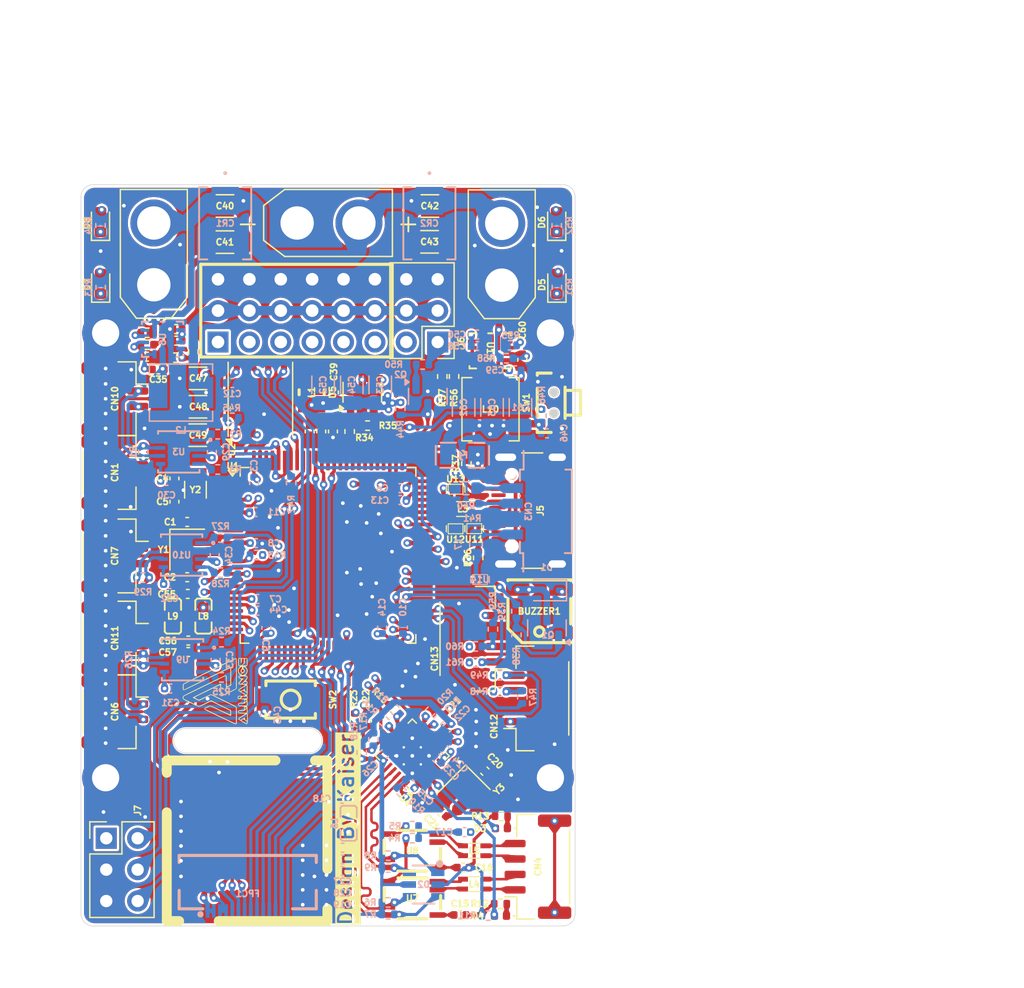
<source format=kicad_pcb>
(kicad_pcb (version 20240108) (generator "pcbnew") (generator_version "8.0")
  (layers (0 "F.Cu" signal) (1 "In1.Cu" signal "In1.Cu(SIG)") (2 "In2.Cu" signal "In2.Cu(PWR)") (31 "B.Cu" signal) (34 "B.Paste" user) (35 "F.Paste" user) (36 "B.SilkS" user "B.Silkscreen") (37 "F.SilkS" user "F.Silkscreen") (38 "B.Mask" user) (39 "F.Mask" user) (44 "Edge.Cuts" user))
  (net 0 "")
  (net 1 "OSC_IN")
  (net 2 "OSC_OUT")
  (net 3 "OSC32_IN")
  (net 4 "OSC32_OUT")
  (net 5 "+3.3V")
  (net 7 "KEY_PD1")
  (net 11 "SWDIO")
  (net 17 "USB_HS_ID")
  (net 22 "Net-(J5-D--PadA7)")
  (net 28 "SWCLK")
  (net 30 "Net-(J5-D+-PadA6)")
  (net 34 "Net-(U3-CANH)")
  (net 35 "Net-(U3-CANL)")
  (net 36 "CAN1_TX")
  (net 37 "Net-(U3-TXD)")
  (net 38 "CAN1_RX")
  (net 39 "Net-(U3-RXD)")
  (net 42 "VBUS")
  (net 43 "Net-(J5-CC2)")
  (net 44 "USB_HS_DM")
  (net 46 "USB_HS_DP")
  (net 48 "Net-(C15-Pad1)")
  (net 49 "Net-(C16-Pad1)")
  (net 50 "Net-(C17-Pad1)")
  (net 51 "EARTH")
  (net 52 "+3.3V_E")
  (net 53 "Net-(U4-XTAL1{slash}CLKIN)")
  (net 54 "Net-(U4-XTAL2)")
  (net 55 "Net-(U4-VDDCR)")
  (net 56 "+5V")
  (net 57 "Net-(U6-BST)")
  (net 58 "Net-(U6-SW)")
  (net 59 "Net-(U6-EN)")
  (net 60 "Net-(U6-VCC)")
  (net 61 "Net-(U5-SW)")
  (net 62 "Net-(U5-CB)")
  (net 63 "VIN")
  (net 64 "Net-(CN4-Pad2)")
  (net 65 "Net-(CN4-Pad1)")
  (net 66 "Net-(CN4-Pad3)")
  (net 67 "Net-(CN4-Pad4)")
  (net 68 "Net-(U9-CANL)")
  (net 69 "Net-(U9-CANH)")
  (net 70 "Net-(U10-CANH)")
  (net 71 "Net-(U10-CANL)")
  (net 72 "P1_TXON")
  (net 73 "P1_RXIN")
  (net 74 "P1_RXIP")
  (net 75 "P1_TXOP")
  (net 76 "Net-(D3-A)")
  (net 77 "Net-(D3-K)")
  (net 78 "Net-(D4-K)")
  (net 79 "Net-(D4-A)")
  (net 80 "Net-(L4-Pad1)")
  (net 81 "Net-(L4-Pad2)")
  (net 82 "Net-(L5-Pad1)")
  (net 83 "Net-(L5-Pad2)")
  (net 84 "CAN2_TX")
  (net 85 "Net-(U9-TXD)")
  (net 86 "Net-(U9-RXD)")
  (net 87 "CAN2_RX")
  (net 88 "Net-(U10-TXD)")
  (net 89 "CAN3_TX")
  (net 90 "Net-(U10-RXD)")
  (net 91 "CAN3_RX")
  (net 92 "Net-(U6-FB)")
  (net 93 "Net-(U6-ILIM)")
  (net 94 "Net-(U5-FB)")
  (net 95 "ETH_MDIO")
  (net 96 "ETH_RXD0")
  (net 97 "Net-(U4-RBIAS)")
  (net 98 "Net-(U4-TXD1)")
  (net 99 "Net-(U4-TXD0)")
  (net 100 "Net-(U4-~{INT}{slash}REFCLKO)")
  (net 101 "ETH_MDC")
  (net 102 "ETH_RXD1")
  (net 103 "Net-(U4-CRS_DV{slash}MODE2)")
  (net 104 "Net-(R4-Pad2)")
  (net 105 "Net-(R5-Pad2)")
  (net 106 "ETH_REFCLK")
  (net 107 "ETH_CRS_DV")
  (net 108 "ETH_TXD0")
  (net 109 "ETH_TXD1")
  (net 110 "GND")
  (net 111 "Net-(D1-A)")
  (net 113 "Net-(Q1-B)")
  (net 114 "Net-(CN3-Pad4)")
  (net 115 "Net-(CN3-Pad1)")
  (net 116 "Net-(CN3-Pad2)")
  (net 117 "ETH_nRST")
  (net 118 "ETH_TXEN")
  (net 119 "BUZZER")
  (net 120 "Net-(U1-BOOT0)")
  (net 121 "NRST")
  (net 122 "Net-(J6-Pin_1)")
  (net 123 "SPI3_MOSI_ECAT")
  (net 124 "SPI3_MISO_ECAT")
  (net 125 "SPI3_SCLK_ECAT")
  (net 126 "USART4_RX")
  (net 127 "FLASH_CS")
  (net 128 "FLASH_IO1")
  (net 129 "FLASH_SCK")
  (net 130 "FLASH_IO3")
  (net 131 "FLASH_IO2")
  (net 132 "FLASH_IO0")
  (net 133 "SPI4_SCK")
  (net 134 "SPI4_MISO")
  (net 135 "SPI4_MOSI")
  (net 136 "TIM3_CH3")
  (net 137 "INT1_GYRO")
  (net 138 "CS1_GYRO")
  (net 139 "INT1_ACCEL")
  (net 140 "CS1_ACCEL")
  (net 141 "TIM15_CH2")
  (net 142 "TIM2_CH1")
  (net 143 "TIM15_CH1")
  (net 144 "TIM1_CH1")
  (net 145 "TIM4_CH2")
  (net 146 "TIM1_CH2")
  (net 147 "USART1_RX")
  (net 148 "USART1_TX")
  (net 149 "Net-(Q2-B)")
  (net 150 "TIM8_CH2N")
  (net 151 "LED1")
  (net 152 "LED2")
  (net 153 "LED3")
  (net 154 "LED4")
  (net 155 "Net-(D5-K)")
  (net 156 "Net-(D6-K)")
  (net 157 "Net-(D7-K)")
  (net 158 "Net-(D8-K)")
  (net 159 "GND1")
  (net 160 "Heat_PWR")
  (net 161 "Net-(C13-Pad1)")
  (net 162 "+P5V")
  (net 163 "Net-(U15-VCC)")
  (net 164 "Net-(U15-BST)")
  (net 165 "Net-(U15-SW)")
  (net 166 "Net-(U15-EN)")
  (net 167 "Net-(U15-ILIM)")
  (net 168 "Net-(U15-FB)")
  (net 170 "Net-(C14-Pad1)")
  (net 171 "USART3_RX")
  (net 172 "USART3_TX")
  (net 173 "Net-(CN12-Pad3)")
  (net 174 "Net-(CN13-Pad2)")
  (footprint "Kaiser:LED_0603_1608Metric" (layer "F.Cu") (at 85.585 33.275 90)
    (property "Reference" "D8")
    (property "Value" "LED")
  )
  (footprint "Kaiser:C_0402_1005Metric" (layer "F.Cu") (at 104.4 50.225 90)
    (property "Reference" "C66" (hide yes))
    (property "Value" "10uF")
  )
  (footprint "Kaiser:FILTER-SMD_6P-L4.5-W3.2-P0.65" (layer "F.Cu") (at 110.819 84.1605 180)
    (property "Reference" "U8")
    (property "Value" "~")
  )
  (footprint "Kaiser:L0603" (layer "F.Cu") (at 91.435 65.175 -90)
    (property "Reference" "L9")
    (property "Value" "L0603")
  )
  (footprint "Kaiser:R_0402_1005Metric" (layer "F.Cu") (at 91.665 44.25)
    (property "Reference" "R31" (hide yes))
    (property "Value" "11kR")
  )
  (footprint "Kaiser:C_1206_3216Metric" (layer "F.Cu") (at 93.475 48.225)
    (property "Reference" "C48")
    (property "Value" "1uF")
  )
  (footprint "Kaiser:SOD-882_L1.0-W0.6-BI" (layer "F.Cu") (at 114.3254 54.9 180)
    (property "Reference" "U13")
    (property "Value" "~")
  )
  (footprint "Kaiser:IND-SMD_4P-L2.0-W1.2-TL" (layer "F.Cu") (at 115.829 84.1605)
    (property "Reference" "L5")
    (property "Value" "~")
  )
  (footprint "Kaiser:C_0402_1005Metric" (layer "F.Cu") (at 89.358881 44.166755 180)
    (property "Reference" "C36" (hide yes))
    (property "Value" "1uF")
  )
  (footprint "Connector_JST:JST_GH_SM02B-GHS-TB_1x02-1MP_P1.25mm_Horizontal" (layer "F.Cu") (at 86.7486 53.5412 -90)
    (property "Reference" "CN1")
    (property "Value" "~")
  )
  (footprint "Kaiser:C_0402_1005Metric" (layer "F.Cu") (at 102.515 50.225 90)
    (property "Reference" "C64" (hide yes))
    (property "Value" "10uF")
  )
  (footprint "Connector_JST:JST_GH_SM04B-GHS-TB_1x04-1MP_P1.25mm_Horizontal" (layer "F.Cu") (at 120.99 85.451 90)
    (property "Reference" "CN4")
    (property "Value" "~")
  )
  (footprint "Kaiser:C_1206_3216Metric" (layer "F.Cu") (at 112.2426 31.975 180)
    (property "Reference" "C42")
    (property "Value" "1uF")
  )
  (footprint "Kaiser:C_0402_1005Metric" (layer "F.Cu") (at 92.685 68.075 180)
    (property "Reference" "C57")
    (property "Value" "100nF")
  )
  (footprint "Kaiser:C_0402_1005Metric" (layer "F.Cu") (at 114.935 85.5218)
    (property "Reference" "C16")
    (property "Value" "100nF")
  )
  (footprint "Kaiser:LED_0603_1608Metric" (layer "F.Cu") (at 85.6 38.275 90)
    (property "Reference" "D7")
    (property "Value" "LED")
  )
  (footprint "Kaiser:SW-SMD_L4.0-W3.0-LS4.8" (layer "F.Cu") (at 100.975 71.925 180)
    (property "Reference" "SW2")
    (property "Value" "~")
  )
  (footprint "Kaiser:SOD-882_L1.0-W0.6-BI" (layer "F.Cu") (at 114.3254 58.1 180)
    (property "Reference" "U12")
    (property "Value" "~")
  )
  (footprint "Kaiser:C_0402_1005Metric" (layer "F.Cu") (at 104.475 47.050001 90)
    (property "Reference" "C39")
    (property "Value" "100nF")
  )
  (footprint "Kaiser:R_0402_1005Metric" (layer "F.Cu") (at 106.1748 73.5568 -90)
    (property "Reference" "R23")
    (property "Value" "33R")
  )
  (footprint "Kaiser:BUZ-SMD_3P-L5.0-W5.0-BL" (layer "F.Cu") (at 121.102893 64.775 180)
    (property "Reference" "BUZZER1")
    (property "Value" "~")
  )
  (footprint "Connector_PinHeader_2.54mm:PinHeader_2x03_P2.54mm_Vertical" (layer "F.Cu") (at 86.0502 83.1492)
    (property "Reference" "J7")
    (property "Value" "Conn_02x03_Counter_Clockwise")
  )
  (footprint "Kaiser:R_0402_1005Metric" (layer "F.Cu") (at 118.0243 81.3564)
    (property "Reference" "R13")
    (property "Value" "470R")
  )
  (footprint "Kaiser:C_0402_1005Metric" (layer "F.Cu") (at 92.69 67.15 180)
    (property "Reference" "C56")
    (property "Value" "22uF")
  )
  (footprint "Connector_USB:USB_C_Receptacle_GCT_USB4105-xx-A_16P_TopMnt_Horizontal" (layer "F.Cu") (at 121.48 56.63 90)
    (property "Reference" "J5")
    (property "Value" "USB_C_Receptacle_USB2.0_16P")
  )
  (footprint "Kaiser:C_0402_1005Metric" (layer "F.Cu") (at 91.705881 41.936119)
    (property "Reference" "C37" (hide yes))
    (property "Value" "1uF")
  )
  (footprint "Package_SON:WSON-8-1EP_6x5mm_P1.27mm_EP3.4x4.3mm" (layer "F.Cu") (at 98.525 47.625 90)
    (property "Reference" "U2")
    (property "Value" "W25X20CLZP")
  )
  (footprint "Kaiser:IND-SMD_L2.5-W2.0" (layer "F.Cu") (at 102.675 47.050001 90)
    (property "Reference" "L1")
    (property "Value" "10UH")
  )
  (footprint "MountingHole:MountingHole_2.2mm_M2_DIN965_Pad" (layer "F.Cu") (at 86 78.25)
    (property "Reference" "J3" (hide yes))
    (property "Value" "M2")
  )
  (footprint "Kaiser:LED_0603_1608Metric" (layer "F.Cu") (at 122.525 38.275 90)
    (property "Reference" "D5")
    (property "Value" "LED")
  )
  (footprint "Kaiser:C_0402_1005Metric" (layer "F.Cu") (at 91.567 54.0258 -90)
    (property "Reference" "C4")
    (property "Value" "20pF")
  )
  (footprint "Kaiser:C_0402_1005Metric" (layer "F.Cu") (at 119.725 44.425 90)
    (property "Reference" "C60")
    (property "Value" "1uF")
  )
  (footprint "Kaiser:LED_0603_1608Metric" (layer "F.Cu") (at 122.51 33.275 90)
    (property "Reference" "D6")
    (property "Value" "LED")
  )
  (footprint "Kaiser:R_0402_1005Metric" (layer "F.Cu") (at 114.2 45.775 90)
    (property "Reference" "R56")
    (property "Value" "100kR")
  )
  (footprint "Connector_AMASS:AMASS_XT30U-M_1x02_P5.0mm_Vertical" (layer "F.Cu") (at 101.5 33.35)
    (property "Reference" "CN2" (hide yes))
    (property "Value" "~")
  )
  (footprint "Connector_JST:JST_GH_SM02B-GHS-TB_1x02-1MP_P1.25mm_Horizontal" (layer "F.Cu") (at 86.75 72.9042 -90)
    (property "Reference" "CN6")
    (property "Value" "~")
  )
  (footprint "MountingHole:MountingHole_2.2mm_M2_DIN965_Pad" (layer "F.Cu") (at 122 42.25)
    (property "Reference" "J2" (hide yes))
    (property "Value" "M2")
  )
  (footprint "Inductor_SMD:L_Chilisin_BMRA00040420" (layer "F.Cu") (at 117.15 48.425 -90)
    (property "Reference" "L10")
    (property "Value" "4.7UH")
  )
  (footprint "Kaiser:HDR-TH_18P-P2.54-V-M-R3-C6-S5.08" (layer "F.Cu") (at 101.445 40.445)
    (property "Reference" "CN5" (hide yes))
    (property "Value" "~")
  )
  (footprint "Connector_AMASS:AMASS_XT30U-M_1x02_P5.0mm_Vertical" (layer "F.Cu") (at 89.9 38.35 90)
    (property "Reference" "CN8" (hide yes))
    (property "Value" "~")
  )
  (footprint "Kaiser:C_0402_1005Metric" (layer "F.Cu") (at 90.261481 45.2)
    (property "Reference" "C35")
    (property "Value" "1uF")
  )
  (footprint "Kaiser:C_0402_1005Metric" (layer "F.Cu") (at 91.705881 42.875)
    (property "Reference" "C38" (hide yes))
    (property "Value" "1uF")
  )
  (footprint "Kaiser:R_0402_1005Metric" (layer "F.Cu") (at 105.75 50.225 90)
    (property "Reference" "R34")
    (property "Value" "33.2kR")
  )
  (footprint "MountingHole:MountingHole_2.2mm_M2_DIN965_Pad" (layer "F.Cu") (at 86 42.25)
    (property "Reference" "J1" (hide yes))
    (property "Value" "M2")
  )
  (footprint "Kaiser:R_0402_1005Metric" (layer "F.Cu") (at 115.2 52.825 -90)
    (property "Reference" "R37")
    (property "Value" "5.1kR")
  )
  (footprint "Package_DFN_QFN:VQFN-24-1EP_4x4mm_P0.5mm_EP2.45x2.45mm_ThermalVias" (layer "F.Cu") (at 110.8202 76.4794 135)
    (property "Reference" "U4")
    (property "Value" "LAN8720A")
  )
  (footprint "Connector_JST:JST_GH_BM04B-GHS-TBT_1x04-1MP_P1.25mm_Vertical" (layer "F.Cu") (at 115.675 67 90)
    (property "Reference" "CN13")
    (property "Value" "~")
  )
  (footprint "Kaiser:Crystal_SMD_3215-2Pin_3.2x1.5mm" (layer "F.Cu") (at 93.2688 54.9402 90)
    (property "Reference" "Y2")
    (property "Value" "32.768KHZ")
  )
  (footprint "Kaiser:C_0402_1005Metric" (layer "F.Cu") (at 114.681 89.3572)
    (property "Reference" "C15")
    (property "Value" "100nF")
  )
  (footprint "Kaiser:C_0402_1005Metric" (layer "F.Cu") (at 116.695747 77.714908 -45)
    (property "Reference" "C20")
    (property "Value" "20pF")
  )
  (footprint "Package_QFP:LQFP-100_14x14mm_P0.5mm" (layer "F.Cu") (at 104 60.25)
    (property "Reference" "U1")
    (property "Value" "STM32H730VBTx")
  )
  (footprint "Kaiser:L0603" (layer "F.Cu") (at 93.909 65.175 -90)
    (property "Reference" "L8")
    (property "Value" "L0603")
  )
  (footprint "Kaiser:R_0402_1005Metric" (layer "F.Cu") (at 113.25 45.775 90)
    (property "Reference" "R57")
    (property "Value" "11kR")
  )
  (footprint "MountingHole:MountingHole_2.2mm_M2_DIN965_Pad" (layer "F.Cu") (at 122 78.25)
    (property "Reference" "J4" (hide yes))
    (property "Value" "M2")
  )
  (footprint "Connector_JST:JST_GH_SM02B-GHS-TB_1x02-1MP_P1.25mm_Horizontal" (layer "F.Cu") (at 86.75 47.575 -90)
    (property "Reference" "CN10")
    (property "Value" "~")
  )
  (footprint "Kaiser:LED_0402_1005Metric" (layer "F.Cu") (at 117.9576 89.4336 180)
    (property "Reference" "D4")
    (property "Value" "LED")
  )
  (footprint "Kaiser:C_1206_3216Metric" (layer "F.Cu") (at 95.6582 31.975)
    (property "Reference" "C40")
    (property "Value" "1uF")
  )
  (footprint "Kaiser:QFN-13_2p5MMx3MM_MNP" (layer "F.Cu") (at 117.125 43.699937 -90)
    (property "Reference" "U15")
    (property "Value" "MP2491CGQB-Z")
  )
  (footprint "Kaiser:IND-SMD_4P-L2.0-W1.2-TL" (layer "F.Cu") (at 115.829 86.8605)
    (property "Reference" "L4")
    (property "Value" "~")
  )
  (footprint "Kaiser:R_0402_1005Metric" (layer "F.Cu") (at 107.125 73.575 -90)
    (property "Reference" "R22")
    (property "Value" "33R")
  )
  (footprint "Kaiser:C_1206_3216Metric" (layer "F.Cu") (at 93.45 50.525)
    (property "Reference" "C49")
    (property "Value" "1uF")
  )
  (footprint "Kaiser:Crystal_SMD_2520-4Pin_2.5x2.0mm" (layer "F.Cu") (at 114.956336 79.375497 -135)
    (property "Reference" "Y3")
    (property "Value" "25MHZ")
  )
  (footprint "Kaiser:C_0402_1005Metric" (layer "F.Cu") (at 91.567 55.9054 90)
    (property "Reference" "C5")
    (property "Value" "20pF")
  )
  (footprint "Kaiser:R_0402_1005Metric" (layer "F.Cu") (at 107.2 49.75 180)
    (property "Reference" "R35")
    (property "Value" "10kR")
  )
  (footprint "Kaiser:C_0402_1005Metric" (layer "F.Cu") (at 92.6 62.0204 180)
    (property "Reference" "C2")
    (property "Value" "20pF")
  )
  (footprint "Kaiser:R_0402_1005Metric" (layer "F.Cu") (at 89.361481 42.236355)
    (property "Reference" "R32" (hide yes))
    (property "Value" "51kR")
  )
  (footprint "Kaiser:C_0402_1005Metric" (layer "F.Cu") (at 103.45 50.225 90)
    (property "Reference" "C65" (hide yes))
    (property "Value" "10uF")
  )
  (footprint "Kaiser:R_0402_1005Metric" (layer "F.Cu") (at 116.1542 60.452 90)
    (property "Reference" "R36")
    (property "Value" "5.1kR")
  )
  (footprint "Connector_JST:JST_GH_SM02B-GHS-TB_1x02-1MP_P1.25mm_Horizontal" (layer "F.Cu") (at 86.7448 60.3 -90)
    (property "Reference" "CN7")
    (property "Value" "~")
  )
  (footprint "Kaiser:R_0402_1005Metric" (layer "F.Cu") (at 109.4232 72.7456 -45)
    (property "Reference" "R15")
    (property "Value" "33R")
  )
  (footprint "Kaiser:R_0402_1005Metric" (layer "F.Cu") (at 89.361481 43.201555 180)
    (property "Reference" "R33" (hide yes))
    (property "Value" "100kR")
  )
  (footprint "Kaiser:IND-SMD_4P-L2.0-W1.2-TL" (layer "F.Cu") (at 114.9 56.5)
    (property "Reference" "L3")
    (property "Value" "~")
  )
  (footprint "Kaiser:C_0402_1005Metric" (layer "F.Cu") (at 113.216925 81.036086 135)
    (property "Reference" "C21")
    (property "Value" "20pF")
  )
  (footprint "Package_TO_SOT_SMD:SOT-23-6" (layer "F.Cu") (at 106.775 47.05 90)
    (property "Reference" "U5")
    (property "Value" "TPS560430XDBVR")
  )
  (footprint "Kaiser:C_1206_3216Metric" (layer "F.Cu") (at 112.2172 34.8742 180)
    (property "Reference" "C43")
    (property "Value" "1uF")
  )
  (footprint "Connector_JST:JST_GH_SM02B-GHS-TB_1x02-1MP_P1.25mm_Horizontal" (layer "F.Cu") (at 86.75 66.95 -90)
    (property "Reference" "CN11")
    (property "Value" "~")
  )
  (footprint "Connector_JST:JST_GH_SM04B-GHS-TB_1x04-1MP_P1.25mm_Horizontal" (layer "F.Cu") (at 120.925 71.8312 90)
    (property "Reference" "CN12")
    (property "Value" "~")
  )
  (footprint "Kaiser:R_0402_1005Metric" (layer "F.Cu") (at 93.1 43.775 -90)
    (property "Reference" "R30" (hide yes))
    (property "Value" "100kR")
  )
  (footprint "Kaiser:KEY-SMD_TX-1010-X-X" (layer "F.Cu") (at 121.9615 47.9 -90)
    (property "Reference" "SW1")
    (property "Value" "~")
    (fp_poly (pts (xy -0.45 -0.325) (xy -0.469577 -0.448607) (xy -0.526393 -0.560114) (xy -0.614886 -0.648607) (xy -0.726393 -0.705423) (xy -0.85 -0.725) (xy -0.973607 -0.705423) (xy -1.085114 -0.648607) (xy -1.173607 -0.560114) (xy -1.230423 -0.448607) (xy -1.25 -0.325) (xy -1.230423 -0.201393) (xy -1.173607 -0.089886) (xy -1.085114 -0.001393) (xy -0.973607 0.055423) (xy -0.85 0.075) (xy -0.726393 0.055423) (xy -0.614886 -0.001393) (xy -0.526393 -0.089886) (xy -0.469577 -0.201393)) (fill solid) (layer "Edge.Cuts"))
    (fp_poly (pts (xy 1.25 -0.325) (xy 1.230423 -0.448607) (xy 1.173607 -0.560114) (xy 1.085114 -0.648607) (xy 0.973607 -0.705423) (xy 0.85 -0.725) (xy 0.726393 -0.705423) (xy 0.614886 -0.648607) (xy 0.526393 -0.560114) (xy 0.469577 -0.448607) (xy 0.45 -0.325) (xy 0.469577 -0.201393) (xy 0.526393 -0.089886) (xy 0.614886 -0.001393) (xy 0.726393 0.055423) (xy 0.85 0.075) (xy 0.973607 0.055423) (xy 1.085114 -0.001393) (xy 1.173607 -0.089886) (xy 1.230423 -0.201393)) (fill solid) (layer "Edge.Cuts"))
  )
  (footprint "Kaiser:R_0402_1005Metric" (layer "F.Cu") (at 117.958 88.4518)
    (property "Reference" "R12")
    (property "Value" "470R")
  )
  (footprint "Connector_AMASS:AMASS_XT30U-M_1x02_P5.0mm_Vertical" (layer "F.Cu") (at 118.06 38.38 90)
    (property "Reference" "CN9" (hide yes))
    (property "Value" "~")
  )
  (footprint "Kaiser:C_1206_3216Metric" (layer "F.Cu") (at 95.6564 34.8996)
    (property "Reference" "C41")
    (property "Value" "1uF")
  )
  (footprint "Kaiser:LED_0402_1005Metric" (layer "F.Cu") (at 118.0338 82.347 180)
    (property "Reference" "D3")
    (property "Value" "LED")
  )
  (footprint "Kaiser:C_1206_3216Metric" (layer "F.Cu") (at 93.475 45.925)
    (property "Reference" "C47")
    (property "Value" "1uF")
  )
  (footprint "Connector_PinHeader_2.54mm:PinHeader_2x03_P2.54mm_Vertical" (layer "F.Cu") (at 112.875 42.985 180)
    (property "Reference" "J6")
    (property "Value" "Conn_02x03_Counter_Clockwise")
  )
  (footprint "Kaiser:SOD-882_L1.0-W0.6-BI" (layer "F.Cu") (at 115.8336 58.0898)
    (property "Reference" "U11")
    (property "Value" "~")
  )
  (footprint "Kaiser:FILTER-SMD_6P-L4.5-W3.2-P0.65" (layer "F.Cu") (at 110.829 88.0105 180)
    (property "Reference" "U7")
    (property "Value" "~")
  )
  (footprint "Kaiser:R_0402_1005Metric" (layer "F.Cu") (at 112.948776 73.563424 -135)
    (property "Reference" "R21")
    (property "Value" "33R")
  )
  (footprint "LOGO" (layer "F.Cu") (at 94.924906 71.219932 90)
    (property "Reference" "G***" (hide yes))
    (property "Value" "LOGO" (hide yes))
  )
  (footprint "Kaiser:Crystal_SMD_2520-4Pin_2.5x2.0mm" (layer "F.Cu") (at 92.6 59.7852 -90)
    (property "Reference" "Y1")
    (property "Value" "25MHZ")
  )
  (footprint "Kaiser:C_0402_1005Metric" (layer "F.Cu") (at 92.645 63.375 180)
    (property "Reference" "C55")
    (property "Value" "22uF")
  )
  (footprint "Kaiser:C_0402_1005Metric" (layer "F.Cu") (at 92.6 57.55)
    (property "Reference" "C1")
    (property "Value" "20pF")
  )
  (footprint "Kaiser:C_0402_1005Metric" (layer "B.Cu") (at 121.725 50.375)
    (property "Reference" "C46")
    (property "Value" "100nF")
  )
  (footprint "Kaiser:R_0402_1005Metric" (layer "B.Cu") (at 119.725 71.725 90)
    (property "Reference" "R47")
    (property "Value" "33R")
  )
  (footprint "Kaiser:C_0402_1005Metric" (layer "B.Cu") (at 94.6 51.872601 90)
    (property "Reference" "C29")
    (property "Value" "100nF")
  )
  (footprint "Kaiser:R_0402_1005Metric" (layer "B.Cu") (at 110.8202 82.169 180)
    (property "Reference" "R5")
    (property "Value" "75R")
  )
  (footprint "Kaiser:C_0402_1005Metric" (layer "B.Cu") (at 90.931 54.222601)
    (property "Reference" "C30")
    (property "Value" "100nF")
  )
  (footprint "Kaiser:C_0402_1005Metric" (layer "B.Cu") (at 112.805389 76.676589 135)
    (property "Reference" "C23")
    (property "Value" "1uF")
  )
  (footprint "Kaiser:C_0402_1005Metric" (layer "B.Cu") (at 94.825 60.225 90)
    (property "Reference" "C34")
    (property "Value" "100nF")
  )
  (footprint "Kaiser:C_1206_3216Metric" (layer "B.Cu") (at 108.225 46.45 -90)
    (property "Reference" "C53")
    (property "Value" "1uF")
  )
  (footprint "Kaiser:R_0402_1005Metric" (layer "B.Cu") (at 109.85 48.375 -90)
    (property "Reference" "R44")
    (property "Value" "4.7kR")
  )
  (footprint "Kaiser:C_0402_1005Metric" (layer "B.Cu") (at 98.171 59.2582)
    (property "Reference" "C8")
    (property "Value" "100nF")
  )
  (footprint "Kaiser:R_0402_1005Metric" (layer "B.Cu") (at 117.9075 69.95 180)
    (property "Reference" "R49")
    (property "Value" "4.7kR")
  )
  (footprint "Kaiser:HVSON8_SOT782-1_NXP" (layer "B.Cu") (at 92.15 60.224999 180)
    (property "Reference" "U10")
    (property "Value" "TJA1044GTKZ")
  )
  (footprint "Kaiser:C_0402_1005Metric" (layer "B.Cu") (at 116.080002 42.375 180)
    (property "Reference" "C50")
    (property "Value" "1uF")
  )
  (footprint "Kaiser:C_0402_1005Metric" (layer "B.Cu") (at 99.0092 66.1162 90)
    (property "Reference" "C9")
    (property "Value" "100nF")
  )
  (footprint "Kaiser:DO-214AA_LTF" (layer "B.Cu") (at 95.675 33.375 -90)
    (property "Reference" "CR1")
    (property "Value" "SMBJ30CA")
  )
  (footprint "Kaiser:R_0402_1005Metric" (layer "B.Cu") (at 109.4232 72.7456 -45)
    (property "Reference" "R14")
    (property "Value" "10kR")
  )
  (footprint "Kaiser:QFN-13_2p5MMx3MM_MNP" (layer "B.Cu") (at 90.611481 42.761544 -90)
    (property "Reference" "U6")
    (property "Value" "MP2491CGQB-Z")
  )
  (footprint "Kaiser:R_0402_1005Metric" (layer "B.Cu") (at 95.375 70.125)
    (property "Reference" "R25")
    (property "Value" "33R")
  )
  (footprint "Kaiser:C_1206_3216Metric" (layer "B.Cu") (at 119.575 48.275 -90)
    (property "Reference" "C61")
    (property "Value" "1uF")
  )
  (footprint "Kaiser:R_0402_1005Metric" (layer "B.Cu") (at 115.6736 56.0578 180)
    (property "Reference" "R41")
    (property "Value" "100R")
  )
  (footprint "Kaiser:HVSON8_SOT782-1_NXP" (layer "B.Cu") (at 91.919 51.875 180)
    (property "Reference" "U3")
    (property "Value" "TJA1044GTKZ")
  )
  (footprint "Kaiser:R_0402_1005Metric" (layer "B.Cu") (at 118.45 44.3)
    (property "Reference" "R58")
    (property "Value" "100kR")
  )
  (footprint "Kaiser:C_0402_1005Metric" (layer "B.Cu") (at 96.25 46.3)
    (property "Reference" "C12")
    (property "Value" "100nF")
  )
  (footprint "Kaiser:R_0402_1005Metric" (layer "B.Cu") (at 122.525 38.5525 90)
    (property "Reference" "R51")
    (property "Value" "1kR")
  )
  (footprint "Kaiser:DO-214AA_LTF" (layer "B.Cu") (at 112.2045 33.3756 -90)
    (property "Reference" "CR2")
    (property "Value" "SMBJ30CA")
  )
  (footprint "Kaiser:R_0402_1005Metric" (layer "B.Cu") (at 89.05 68.690201 -90)
    (property "Reference" "R26")
    (property "Value" "120R")
  )
  (footprint "Kaiser:R_0402_1005Metric" (layer "B.Cu") (at 110.8202 83.1342 180)
    (property "Reference" "R4")
    (property "Value" "75R")
  )
  (footprint "Kaiser:R_0402_1005Metric" (layer "B.Cu") (at 115.95 67.625 180)
    (property "Reference" "R60")
    (property "Value" "4.7kR")
  )
  (footprint "Kaiser:R_0402_1005Metric" (layer "B.Cu") (at 98.1964 60.225)
    (property "Reference" "R43")
    (property "Value" "1kR")
  )
  (footprint "Kaiser:C_1206_3216Metric" (layer "B.Cu") (at 114.975 48.275 -90)
    (property "Reference" "C62")
    (property "Value" "1uF")
  )
  (footprint "Kaiser:R_0402_1005Metric" (layer "B.Cu") (at 121.275 48.95 90)
    (property "Reference" "R46")
    (property "Value" "1kR")
  )
  (footprint "Package_TO_SOT_SMD:SOT-23" (layer "B.Cu") (at 112.075 47.3875 -90)
    (property "Reference" "Q2")
    (property "Value" "S8050")
  )
  (footprint "Kaiser:C_0402_1005Metric" (layer "B.Cu") (at 91.175 62.575)
    (property "Reference" "C32")
    (property "Value" "100nF")
  )
  (footprint "Kaiser:C_0402_1005Metric" (layer "B.Cu") (at 105.175 85.8 180)
    (property "Reference" "C19")
    (property "Value" "100nF")
  )
  (footprint "Kaiser:C_0402_1005Metric" (layer "B.Cu") (at 98.298 63.7852)
    (property "Reference" "C7")
    (property "Value" "100nF")
  )
  (footprint "Kaiser:R_0402_1005Metric" (layer "B.Cu") (at 108.5596 73.7108 -45)
    (property "Reference" "R16")
    (property "Value" "10kR")
  )
  (footprint "Kaiser:C_0402_1005Metric" (layer "B.Cu") (at 98.0186 54.4068 -90)
    (property "Reference" "C3")
    (property "Value" "100nF")
  )
  (footprint "Kaiser:C_1206_3216Metric" (layer "B.Cu") (at 105.925 46.45 -90)
    (property "Reference" "C54")
    (property "Value" "1uF")
  )
  (footprint "Kaiser:C_0402_1005Metric" (layer "B.Cu") (at 109.85 54.8098 180)
    (property "Reference" "C6")
    (property "Value" "100nF")
  )
  (footprint "Kaiser:C_0402_1005Metric" (layer "B.Cu") (at 108.5596 76.327 45)
    (property "Reference" "C26")
    (property "Value" "100nF")
  )
  (footprint "Kaiser:C_0402_1005Metric" (layer "B.Cu") (at 110.0582 66.0908 90)
    (property "Reference" "C10")
    (property "Value" "100nF")
  )
  (footprint "Kaiser:C_0402_1005Metric" (layer "B.Cu") (at 113.6396 74.2188 -135)
    (property "Reference" "C22")
    (property "Value" "100nF")
  )
  (footprint "Kaiser:SOD-882_L1.0-W0.6-BI" (layer "B.Cu") (at 116.3014 62.2046 180)
    (property "Reference" "U14")
    (property "Value" "~")
  )
  (footprint "Inductor_SMD:L_Chilisin_BMRA00040420" (layer "B.Cu") (at 92.1 47.075)
    (property "Reference" "L2")
    (property "Value" "4.7UH")
  )
  (footprint "Kaiser:R_0402_1005Metric" (layer "B.Cu") (at 85.585 33.5525 -90)
    (property "Reference" "R54")
    (property "Value" "1kR")
  )
  (footprint "Kaiser:R_0402_1005Metric" (layer "B.Cu") (at 85.6 38.5525 90)
    (property "Reference" "R53")
    (property "Value" "1kR")
  )
  (footprint "Kaiser:C_0402_1005Metric" (layer "B.Cu") (at 110.658589 78.730789 135)
    (property "Reference" "C25")
    (property "Value" "100nF")
  )
  (footprint "Diode_SMD:D_SOD-323" (layer "B.Cu") (at 121.6914 63.075 180)
    (property "Reference" "D1")
    (property "Value" "1N4148WS")
  )
  (footprint "Kaiser:C_0402_1005Metric" (layer "B.Cu") (at 105.13265 79.95 180)
    (property "Reference" "C18")
    (property "Value" "100nF")
  )
  (footprint "Kaiser:R_0402_1005Metric" (layer "B.Cu") (at 108.8644 88.3412 180)
    (property "Reference" "R6")
    (property "Value" "49.9R")
  )
  (footprint "Kaiser:R_0402_1005Metric" (layer "B.Cu") (at 108.8644 85.5218 180)
    (property "Reference" "R9")
    (property "Value" "49.9R")
  )
  (footprint "Kaiser:R_0402_1005Metric" (layer "B.Cu") (at 96.25 49.125)
    (property "Reference" "R45")
    (property "Value" "10kR")
  )
  (footprint "Kaiser:R_0402_1005Metric" (layer "B.Cu") (at 107.675 75.15 -90)
    (property "Reference" "R17")
    (property "Value" "10kR")
  )
  (footprint "Kaiser:C_0402_1005Metric" (layer "B.Cu") (at 119.15 45.275)
    (property "Reference" "C59")
    (property "Value" "1uF")
  )
  (footprint "Kaiser:SOT-23-6_L2.9-W1.6-P0.95-LS2.8-BL" (layer "B.Cu") (at 111.7346 86.8934 -90)
    (property "Reference" "D2")
    (property "Value" "~")
  )
  (footprint "Kaiser:C_0402_1005Metric" (layer "B.Cu") (at 98.2954 64.725)
    (property "Reference" "C44")
    (property "Value" "4.7uF")
  )
  (footprint "Inductor_SMD:L_0603_1608Metric" (layer "B.Cu") (at 115.9764 59.3598 -90)
    (property "Reference" "L7")
    (property "Value" "BLM18PG221SH1D")
  )
  (footprint "Kaiser:R_0402_1005Metric" (layer "B.Cu") (at 89.0488 51.888601 -90)
    (property "Reference" "R1")
    (property "Value" "120R")
  )
  (footprint "Kaiser:R_0402_1005Metric" (layer "B.Cu") (at 116.967 89.408 180)
    (property "Reference" "R11")
    (property "Value" "10kR")
  )
  (footprint "Kaiser:R_0402_1005Metric" (layer "B.Cu") (at 95.075 53.297601)
    (property "Reference" "R3")
    (property "Value" "33R")
  )
  (footprint "Kaiser:C_0402_1005Metric" (layer "B.Cu") (at 98.143 56.7436)
    (property "Reference" "C11")
    (property "Value" "4.7uF")
  )
  (footprint "Kaiser:R_0402_1005Metric" (layer "B.Cu") (at 111.65 44.8)
    (property "Reference" "R50")
    (property "Value" "4.7kR")
  )
  (footprint "Kaiser:R_0402_1005Metric" (layer "B.Cu") (at 117.35 66.225 -90)
    (property "Reference" "R59")
    (property "Value" "33R")
  )
  (footprint "Kaiser:CONN-SMD_4P-P1.25-MX1.25-4P-WT" (layer "B.Cu") (at 120.23 56.69 -90)
    (property "Reference" "CN3")
    (property "Value" "~")
  )
  (footprint "Kaiser:R_0402_1005Metric" (layer "B.Cu") (at 89.025 62.05)
    (property "Reference" "R29")
    (property "Value" "120R")
  )
  (footprint "Kaiser:C_0402_1005Metric" (layer "B.Cu") (at 109.85 55.775 180)
    (property "Reference" "C13")
    (property "Value" "2.2uF")
  )
  (footprint "Kaiser:C_0402_1005Metric" (layer "B.Cu") (at 113.475 76 135)
    (property "Reference" "C24")
    (property "Value" "470pF")
  )
  (footprint "Kaiser:R_0402_1005Metric" (layer "B.Cu") (at 106.725 76.2 -90)
    (property "Reference" "R18")
    (property "Value" "10kR")
  )
  (footprint "Kaiser:R_0402_1005Metric" (layer "B.Cu") (at 122.51 33.5525 -90)
    (property "Reference" "R52")
    (property "Value" "1kR")
  )
  (footprint "Kaiser:R_0402_1005Metric" (layer "B.Cu") (at 119.25 64.775 -90)
    (property "Reference" "R39")
    (property "Value" "22R")
  )
  (footprint "Kaiser:R_0402_1005Metric" (layer "B.Cu") (at 108.8644 89.3064 180)
    (property "Reference" "R7")
    (property "Value" "49.9R")
  )
  (footprint "Kaiser:R_0603_1608Metric" (layer "B.Cu") (at 115.1636 54.8132)
    (property "Reference" "R40")
    (property "Value" "100R")
  )
  (footprint "Kaiser:R_0402_1005Metric" (layer "B.Cu") (at 112.948776 73.563424 -135)
    (property "Reference" "R19")
    (property "Value" "10kR")
  )
  (footprint "Kaiser:C_0402_1005Metric" (layer "B.Cu") (at 94.9 68.7 90)
    (property "Reference" "C33")
    (property "Value" "100nF")
  )
  (footprint "Kaiser:HVSON8_SOT782-1_NXP" (layer "B.Cu") (at 92.225 68.7 180)
    (property "Reference" "U9")
    (property "Value" "TJA1044GTKZ")
  )
  (footprint "Kaiser:C_0402_1005Metric" (layer "B.Cu") (at 91.25 71.025)
    (property "Reference" "C31")
    (property "Value" "100nF")
  )
  (footprint "Package_TO_SOT_SMD:SOT-23" (layer "B.Cu") (at 121.7191 66.1264 90)
    (property "Reference" "Q1")
    (property "Value" "S8050")
  )
  (footprint "Kaiser:R_0402_1005Metric" (layer "B.Cu") (at 95.375 67.275)
    (property "Reference" "R24")
    (property "Value" "12R")
  )
  (footprint "Kaiser:R_0402_1005Metric" (layer "B.Cu") (at 101.0158 54.3814 90)
    (property "Reference" "R42")
    (property "Value" "10kR")
  )
  (footprint "Kaiser:R_0402_1005Metric" (layer "B.Cu") (at 119.25 66.685 -90)
    (property "Reference" "R38")
    (property "Value" "10kR")
  )
  (footprint "Kaiser:C_0402_1005Metric" (layer "B.Cu") (at 98.9 73.175 -90)
    (property "Reference" "C45")
    (property "Value" "100nF")
  )
  (footprint "Kaiser:R_0402_1005Metric" (layer "B.Cu") (at 117.9075 71.275 180)
    (property "Reference" "R48")
    (property "Value" "4.7kR")
  )
  (footprint "Kaiser:C_0402_1005Metric" (layer "B.Cu") (at 108.375 66.0908 90)
    (property "Reference" "C14")
    (property "Value" "2.2uF")
  )
  (footprint "Kaiser:C_0402_1005Metric" (layer "B.Cu") (at 116.080002 43.305 180)
    (property "Reference" "C58")
    (property "Value" "1uF")
  )
  (footprint "Kaiser:FPC-SMD_14P-P0.50_XUNPU_FPC-05F-14PH15" (layer "B.Cu") (at 97.5 87.6385)
    (property "Reference" "FPC1")
    (property "Value" "~")
  )
  (footprint "Kaiser:C_0402_1005Metric" (layer "B.Cu") (at 105.18235 83.9204 180)
    (property "Reference" "C27")
    (property "Value" "100nF")
  )
  (footprint "Kaiser:R_0402_1005Metric" (layer "B.Cu") (at 112.268 72.898 -135)
    (property "Reference" "R20")
    (property "Value" "10kR")
  )
  (footprint "Kaiser:C_0402_1005Metric" (layer "B.Cu") (at 105.18235 84.8602 180)
    (property "Reference" "C28")
    (property "Value" "100nF")
  )
  (footprint "Kaiser:F0805" (layer "B.Cu") (at 114.875 52.15)
    (property "Reference" "F1")
    (property "Value" "5V2A")
  )
  (footprint "Kaiser:R_0402_1005Metric" (layer "B.Cu") (at 108.8664 84.5566 180)
    (property "Reference" "R8")
    (property "Value" "49.9R")
  )
  (footprint "Kaiser:R_0402_1005Metric" (layer "B.Cu") (at 95.075 50.447601)
    (property "Reference" "R2")
    (property "Value" "12R")
  )
  (footprint "Kaiser:R_0402_1005Metric" (layer "B.Cu") (at 95.3 61.65)
    (property "Reference" "R28")
    (property "Value" "33R")
  )
  (footprint "Kaiser:C_1206_3216Metric" (layer "B.Cu") (at 117.275 48.275 -90)
    (property "Reference" "C63")
    (property "Value" "1uF")
  )
  (footprint "Kaiser:C_0402_1005Metric" (layer "B.Cu") (at 115.05 82.65)
    (property "Reference" "C17")
    (property "Value" "1nF")
  )
  (footprint "Kaiser:R_0402_1005Metric" (layer "B.Cu") (at 118.75 43.25 180)
    (property "Reference" "R55")
    (property "Value" "51kR")
  )
  (footprint "Kaiser:L0603" (layer "B.Cu") (at 105.675 81.94405 -90)
    (property "Reference" "L6")
    (property "Value" "L0603")
  )
  (footprint "Kaiser:C_1206_3216Metric" (layer "B.Cu") (at 103.6 46.45 -90)
    (property "Reference" "C52")
    (property "Value" "1uF")
  )
  (footprint "Kaiser:R_0402_1005Metric" (layer "B.Cu") (at 95.3 58.8)
    (property "Reference" "R27")
    (property "Value" "12R")
  )
  (footprint "Kaiser:R_0402_1005Metric" (layer "B.Cu") (at 115.95 68.9 180)
    (property "Reference" "R61")
    (property "Value" "4.7kR")
  )
  (footprint "Kaiser:R_0402_1005Metric" (layer "B.Cu") (at 109.9566 79.4004 -45)
    (property "Reference" "R10")
    (property "Value" "12.1kR")
  )
  (gr_rect (start 90.95 76.85) (end 103.95 89.85) (stroke (width 0.8) (type dash)) (fill solid) (layer "F.SilkS"))
  (gr_arc (start 84 31.25) (mid 84.292893 30.542893) (end 85 30.25) (stroke (width 0.05)) (layer "Edge.Cuts"))
  (gr_line (start 124 31.25) (end 124 89.25) (stroke (width 0.05)) (layer "Edge.Cuts"))
  (gr_arc (start 123 30.25) (mid 123.707107 30.542893) (end 124 31.25) (stroke (width 0.05)) (layer "Edge.Cuts"))
  (gr_arc (start 102.5 74.25) (mid 103.207107 74.542893) (end 103.5 75.25) (stroke (width 0.05)) (layer "Edge.Cuts"))
  (gr_line (start 123 90.25) (end 85 90.25) (stroke (width 0.05)) (layer "Edge.Cuts"))
  (gr_line (start 84 89.25) (end 84 31.25) (stroke (width 0.05)) (layer "Edge.Cuts"))
  (gr_arc (start 124 89.25) (mid 123.707107 89.957107) (end 123 90.25) (stroke (width 0.05)) (layer "Edge.Cuts"))
  (gr_line (start 85 30.25) (end 123 30.25) (stroke (width 0.05)) (layer "Edge.Cuts"))
  (gr_line (start 102.5 76.25) (end 92.5 76.25) (stroke (width 0.05)) (layer "Edge.Cuts"))
  (gr_arc (start 85 90.25) (mid 84.292893 89.957107) (end 84 89.25) (stroke (width 0.05)) (layer "Edge.Cuts"))
  (gr_arc (start 91.5 75.25) (mid 91.792893 74.542893) (end 92.5 74.25) (stroke (width 0.05)) (layer "Edge.Cuts"))
  (gr_arc (start 103.5 75.25) (mid 103.207107 75.957107) (end 102.5 76.25) (stroke (width 0.05)) (layer "Edge.Cuts"))
  (gr_line (start 92.5 74.25) (end 102.5 74.25) (stroke (width 0.05)) (layer "Edge.Cuts"))
  (gr_arc (start 92.5 76.25) (mid 91.792893 75.957107) (end 91.5 75.25) (stroke (width 0.05)) (layer "Edge.Cuts"))
  (gr_text "Design By Kaiser" (at 106.175 90.325 90) (layer "F.SilkS" knockout) (effects (font (size 1.2 1.2) (thickness 0.2032) (bold yes)) (justify left bottom)))
  (segment (start 91.9 59.163) (end 91.9 58.9102) (width 0.1778) (layer "F.Cu") (net 1))
  (segment (start 91.905 58.7852) (end 91.905 59.03) (width 0.2) (layer "F.Cu") (net 1))
  (segment (start 92.125 57.425) (end 92.125 58.5652) (width 0.254) (layer "F.Cu") (net 1))
  (segment (start 92.5111 59.7741) (end 91.9 59.163) (width 0.1778) (layer "F.Cu") (net 1))
  (segment (start 92.125 58.5652) (end 91.905 58.7852) (width 0.254) (layer "F.Cu") (net 1))
  (segment (start 96.3009 59.7741) (end 92.5111 59.7741) (width 0.1778) (layer "F.Cu") (net 1))
  (segment (start 96.325 59.75) (end 96.3009 59.7741) (width 0.1778) (layer "F.Cu") (net 1))
  (segment (start 96.301223 60.226223) (end 93.733977 60.226223) (width 0.1778) (layer "F.Cu") (net 2))
  (segment (start 93.085 61.8954) (end 93.085 60.7552) (width 0.254) (layer "F.Cu") (net 2))
  (segment (start 93.733977 60.226223) (end 93.3 60.6602) (width 0.1778) (layer "F.Cu") (net 2))
  (segment (start 93.085 60.7552) (end 93.305 60.5352) (width 0.254) (layer "F.Cu") (net 2))
  (segment (start 96.325 60.25) (end 96.301223 60.226223) (width 0.1778) (layer "F.Cu") (net 2))
  (segment (start 93.305 60.5352) (end 93.625077 60.215123) (width 0.2) (layer "F.Cu") (net 2))
  (segment (start 96.290123 60.215123) (end 96.325 60.25) (width 0.2) (layer "F.Cu") (net 2))
  (segment (start 93.2688 53.6902) (end 91.7114 53.6902) (width 0.254) (layer "F.Cu") (net 3))
  (segment (start 94.869 57.469) (end 95.15 57.75) (width 0.2) (layer "F.Cu") (net 3))
  (segment (start 95.15 57.75) (end 96.325 57.75) (width 0.2) (layer "F.Cu") (net 3))
  (segment (start 93.6688 53.6902) (end 93.2688 53.6902) (width 0.2) (layer "F.Cu") (net 3))
  (segment (start 93.2688 53.6902) (end 93.2688 54.5084) (width 0.2) (layer "F.Cu") (net 3))
  (segment (start 94.5642 54.7878) (end 94.869 55.0926) (width 0.2) (layer "F.Cu") (net 3))
  (segment (start 91.7114 53.6902) (end 91.567 53.5458) (width 0.254) (layer "F.Cu") (net 3))
  (segment (start 94.869 55.0926) (end 94.869 57.469) (width 0.2) (layer "F.Cu") (net 3))
  (segment (start 93.2688 54.5084) (end 93.5482 54.7878) (width 0.2) (layer "F.Cu") (net 3))
  (segment (start 93.5482 54.7878) (end 94.5642 54.7878) (width 0.2) (layer "F.Cu") (net 3))
  (segment (start 94.469 57.634686) (end 95.084314 58.25) (width 0.2) (layer "F.Cu") (net 4))
  (segment (start 94.469 55.3022) (end 94.469 57.634686) (width 0.2) (layer "F.Cu") (net 4))
  (segment (start 91.7622 56.1902) (end 91.567 56.3854) (width 0.254) (layer "F.Cu") (net 4))
  (segment (start 93.2688 55.4736) (end 93.5482 55.1942) (width 0.2) (layer "F.Cu") (net 4))
  (segment (start 93.5482 55.1942) (end 94.361 55.1942) (width 0.2) (layer "F.Cu") (net 4))
  (segment (start 93.2688 56.1902) (end 91.7622 56.1902) (width 0.254) (layer "F.Cu") (net 4))
  (segment (start 93.2688 56.1902) (end 93.2688 55.4736) (width 0.2) (layer "F.Cu") (net 4))
  (segment (start 94.361 55.1942) (end 94.469 55.3022) (width 0.2) (layer "F.Cu") (net 4))
  (segment (start 95.084314 58.25) (end 96.325 58.25) (width 0.2) (layer "F.Cu") (net 4))
  (segment (start 96.325 56.75) (end 97.504074 56.75) (width 0.254) (layer "F.Cu") (net 5))
  (segment (start 97.6788 59.227) (end 96.15 59.227) (width 0.254) (layer "F.Cu") (net 5))
  (segment (start 111.675 54.25) (end 110.804408 54.25) (width 0.254) (layer "F.Cu") (net 5))
  (segment (start 113.773764 73.879389) (end 113.979011 73.879389) (width 0.254) (layer "F.Cu") (net 5))
  (segment (start 98.5 67.925) (end 98.5 67.054408) (width 0.254) (layer "F.Cu") (net 5))
  (segment (start 110.804408 54.25) (end 110.33 54.724408) (width 0.254) (layer "F.Cu") (net 5))
  (segment (start 102.515 49.745) (end 103.475 49.745) (width 0.508) (layer "F.Cu") (net 5))
  (segment (start 96.62 45.358998) (end 96.62 45.175) (width 0.254) (layer "F.Cu") (net 5))
  (segment (start 105.31 50.735) (end 105.75 50.735) (width 0.2) (layer "F.Cu") (net 5))
  (segment (start 99.011301 66.543107) (end 99.379 66.543107) (width 0.254) (layer "F.Cu") (net 5))
  (segment (start 98 53.8448) (end 98 52.575) (width 0.254) (layer "F.Cu") (net 5))
  (segment (start 102.515 48.238001) (end 102.515 49.745) (width 0.508) (layer "F.Cu") (net 5))
  (segment (start 110.194064 66.880936) (end 110.475 66.880936) (width 0.254) (layer "F.Cu") (net 5))
  (segment (start 97.409793 64.25) (end 97.836737 64.676944) (width 0.254) (layer "F.Cu") (net 5))
  (segment (start 110.33 54.724408) (end 110.33 54.8098) (width 0.254) (layer "F.Cu") (net 5))
  (segment (start 96.325 64.25) (end 97.409793 64.25) (width 0.254) (layer "F.Cu") (net 5))
  (segment (start 96.325 63.75) (end 97.7828 63.75) (width 0.254) (layer "F.Cu") (net 5))
  (segment (start 112.366996 75.286157) (end 113.773764 73.879389) (width 0.254) (layer "F.Cu") (net 5))
  (segment (start 97.504074 56.75) (end 97.631074 56.877) (width 0.254) (layer "F.Cu") (net 5))
  (segment (start 98.5 67.054408) (end 99.011301 66.543107) (width 0.254) (layer "F.Cu") (net 5))
  (segment (start 104.4 49.745) (end 104.87 49.745) (width 0.2) (layer "F.Cu") (net 5))
  (segment (start 103.475 49.745) (end 104.4 49.745) (width 0.508) (layer "F.Cu") (net 5))
  (segment (start 110 67.075) (end 110.194064 66.880936) (width 0.254) (layer "F.Cu") (net 5))
  (segment (start 102.675 48.078001) (end 102.515 48.238001) (width 0.2) (layer "F.Cu") (net 5))
  (segment (start 97.7828 63.75) (end 97.818 63.7852) (width 0.254) (layer "F.Cu") (net 5))
  (segment (start 98.262 54.1068) (end 98 53.8448) (width 0.254) (layer "F.Cu") (net 5))
  (segment (start 105.075 49.95) (end 105.075 50.5) (width 0.2) (layer "F.Cu") (net 5))
  (segment (start 105.075 50.5) (end 105.31 50.735) (width 0.2) (layer "F.Cu") (net 5))
  (segment (start 96.554 45.424998) (end 96.62 45.358998) (width 0.254) (layer "F.Cu") (net 5))
  (segment (start 110 67.925) (end 110 67.075) (width 0.254) (layer "F.Cu") (net 5))
  (segment (start 103.45 49.745) (end 103.475 49.745) (width 0.508) (layer "F.Cu") (net 5))
  (segment (start 104.87 49.745) (end 105.075 49.95) (width 0.2) (layer "F.Cu") (net 5))
  (via (at 117.3975 69.975) (size 0.6) (drill 0.3) (layers "F.Cu" "B.Cu") (net 5))
  (via (at 105.625148 79.947681) (size 0.6) (drill 0.3) (layers "F.Cu" "B.Cu") (net 5))
  (via (at 103.6 47.925) (size 0.6) (drill 0.3) (layers "F.Cu" "B.Cu") (net 5))
  (via (at 109.2 47.925) (size 0.6) (drill 0.3) (layers "F.Cu" "B.Cu") (net 5))
  (via (at 108.524998 47.924999) (size 0.6) (drill 0.3) (layers "F.Cu" "B.Cu") (net 5))
  (via (at 121.25 48.423398) (size 0.6) (drill 0.3) (layers "F.Cu" "B.Cu") (net 5))
  (via (at 115.44 67.65) (size 0.6) (drill 0.3) (layers "F.Cu" "B.Cu") (net 5))
  (via (at 97.836737 64.676944) (size 0.6) (drill 0.3) (layers "F.Cu" "B.Cu") (net 5))
  (via (at 96.554 45.424998) (size 0.6) (drill 0.3) (layers "F.Cu" "B.Cu") (net 5))
  (via (at 115.386138 60.569) (size 0.6) (drill 0.3) (layers "F.Cu" "B.Cu") (net 5))
  (via (at 97.7 59.2482) (size 0.6) (drill 0.3) (layers "F.Cu" "B.Cu") (net 5))
  (via (at 113.979011 73.879389) (size 0.6) (drill 0.3) (layers "F.Cu" "B.Cu") (net 5))
  (via (at 98.7064 60.225) (size 0.6) (drill 0.3) (layers "F.Cu" "B.Cu") (net 5))
  (via (at 110.33 54.8098) (size 0.6) (drill 0.3) (layers "F.Cu" "B.Cu") (net 5))
  (via (at 98.262 54.1068) (size 0.6) (drill 0.3) (layers "F.Cu" "B.Cu") (net 5))
  (via (at 97.631074 56.877) (size 0.6) (drill 0.3) (layers "F.Cu" "B.Cu") (net 5))
  (via (at 108.829 47.331399) (size 0.6) (drill 0.3) (layers "F.Cu" "B.Cu") (net 5))
  (via (at 105.6146 81.24405) (size 0.6) (drill 0.3) (layers "F.Cu" "B.Cu") (net 5))
  (via (at 95.915426 49.52196) (size 0.6) (drill 0.3) (layers "F.Cu" "B.Cu") (net 5))
  (via (at 109.875 47.875) (size 0.6) (drill 0.3) (layers "F.Cu" "B.Cu") (net 5))
  (via (at 117.3975 71.275) (size 0.6) (drill 0.3) (layers "F.Cu" "B.Cu") (net 5))
  (via (at 97.818 63.7852) (size 0.6) (drill 0.3) (layers "F.Cu" "B.Cu") (net 5))
  (via (at 108.9 48.45) (size 0.6) (drill 0.3) (layers "F.Cu" "B.Cu") (net 5))
  (via (at 115.44 68.95) (size 0.6) (drill 0.3) (layers "F.Cu" "B.Cu") (net 5))
  (via (at 102.675 48.078001) (size 0.6) (drill 0.3) (layers "F.Cu" "B.Cu") (net 5))
  (via (at 99.379 66.543107) (size 0.6) (drill 0.3) (layers "F.Cu" "B.Cu") (net 5))
  (via (at 110.475 66.880936) (size 0.6) (drill 0.3) (layers "F.Cu" "B.Cu") (net 5))
  (segment (start 107.505001 74.640001) (end 107.675 74.640001) (width 0.508) (layer "B.Cu") (net 5))
  (segment (start 107.675 73.772552) (end 109.062576 72.384976) (width 0.508) (layer "B.Cu") (net 5))
  (segment (start 112.24995 72.158702) (end 112.628624 72.537376) (width 0.508) (layer "B.Cu") (net 5))
  (segment (start 121.275 48.44) (end 121.266602 48.44) (width 0.254) (layer "B.Cu") (net 5))
  (segment (start 105.675 81.24405) (end 105.6146 81.24405) (width 0.254) (layer "B.Cu") (net 5))
  (segment (start 110.368336 66.880936) (end 110.0582 66.5708) (width 0.254) (layer "B.Cu") (net 5))
  (segment (start 100.75 89.0385) (end 100.75 83.975) (width 0.254) (layer "B.Cu") (net 5))
  (segment (start 110.475 66.880936) (end 110.368336 66.880936) (width 0.254) (layer "B.Cu") (net 5))
  (segment (start 95.74 49.346534) (end 95.915426 49.52196) (width 0.254) (layer "B.Cu") (net 5))
  (segment (start 106.725 75.690001) (end 106.725 75.420002) (width 0.508) (layer "B.Cu") (net 5))
  (segment (start 112.636998 72.537376) (end 113.979011 73.879389) (width 0.508) (layer "B.Cu") (net 5))
  (segment (start 109.2 47.925) (end 108.524999 47.925) (width 0.254) (layer "B.Cu") (net 5))
  (segment (start 121.266602 48.44) (end 121.25 48.423398) (width 0.254) (layer "B.Cu") (net 5))
  (segment (start 112.628624 72.537376) (end 112.636998 72.537376) (width 0.508) (layer "B.Cu") (net 5))
  (segment (start 108.225 47.925) (end 108.235399 47.925) (width 0.254) (layer "B.Cu") (net 5))
  (segment (start 105.675 81.24405) (end 105.675 79.997533) (width 0.254) (layer "B.Cu") (net 5))
  (segment (start 115.807838 60.1473) (end 115.386138 60.569) (width 0.381) (layer "B.Cu") (net 5))
  (segment (start 103.446999 48.078001) (end 102.675 48.078001) (width 0.254) (layer "B.Cu") (net 5))
  (segment (start 109.85 47.865) (end 109.865 47.865) (width 0.254) (layer "B.Cu") (net 5))
  (segment (start 109.062576 72.384976) (end 109.28885 72.158702) (width 0.508) (layer "B.Cu") (net 5))
  (segment (start 103.48095 81.24405) (end 105.6146 81.24405) (width 0.254) (layer "B.Cu") (net 5))
  (segment (start 109.28885 72.158702) (end 112.24995 72.158702) (width 0.508) (layer "B.Cu") (net 5))
  (segment (start 103.6 47.925) (end 103.446999 48.078001) (width 0.254) (layer "B.Cu") (net 5))
  (segment (start 100.75 83.975) (end 103.48095 81.24405) (width 0.254) (layer "B.Cu") (net 5))
  (segment (start 103.6 47.925) (end 108.225 47.925) (width 0.762) (layer "B.Cu") (net 5))
  (segment (start 109.2 47.925) (end 109.79 47.925) (width 0.254) (layer "B.Cu") (net 5))
  (segment (start 108.225 47.925) (end 109.2 47.925) (width 0.254) (layer "B.Cu") (net 5))
  (segment (start 95.74 49.125) (end 95.74 49.346534) (width 0.254) (layer "B.Cu") (net 5))
  (segment (start 107.675 74.640001) (end 107.675 73.772552) (width 0.508) (layer "B.Cu") (net 5))
  (segment (start 97.691 59.2582) (end 97.691 59.2572) (width 0.254) (layer "B.Cu") (net 5))
  (segment (start 105.675 79.997533) (end 105.625148 79.947681) (width 0.254) (layer "B.Cu") (net 5))
  (segment (start 109.79 47.925) (end 109.85 47.865) (width 0.254) (layer "B.Cu") (net 5))
  (segment (start 115.9764 60.1473) (end 115.9764 62.2046) (width 0.381) (layer "B.Cu") (net 5))
  (segment (start 96.550002 45.424998) (end 95.77 46.205) (width 0.254) (layer "B.Cu") (net 5))
  (segment (start 108.235399 47.925) (end 108.829 47.331399) (width 0.254) (layer "B.Cu") (net 5))
  (segment (start 97.691 59.2572) (end 97.7 59.2482) (width 0.254) (layer "B.Cu") (net 5))
  (segment (start 115.9764 60.1473) (end 115.807838 60.1473) (width 0.381) (layer "B.Cu") (net 5))
  (segment (start 95.77 46.205) (end 95.77 46.3) (width 0.254) (layer "B.Cu") (net 5))
  (segment (start 108.524999 47.925) (end 108.524998 47.924999) (width 0.254) (layer "B.Cu") (net 5))
  (segment (start 109.865 47.865) (end 109.875 47.875) (width 0.254) (layer "B.Cu") (net 5))
  (segment (start 106.725 75.420002) (end 107.505001 74.640001) (width 0.508) (layer "B.Cu") (net 5))
  (segment (start 96.554 45.424998) (end 96.550002 45.424998) (width 0.254) (layer "B.Cu") (net 5))
  (segment (start 110.596 49.875) (end 109.057948 49.875) (width 0.254) (layer "F.Cu") (net 7))
  (segment (start 110.598 49.873) (end 110.596 49.875) (width 0.254) (layer "F.Cu") (net 7))
  (segment (start 109.057948 49.875) (end 107.957948 50.975) (width 0.254) (layer "F.Cu") (net 7))
  (segment (start 107 51.35) (end 107 52.575) (width 0.254) (layer "F.Cu") (net 7))
  (segment (start 107.957948 50.975) (end 107.375 50.975) (width 0.254) (layer "F.Cu") (net 7))
  (segment (start 107.375 50.975) (end 107 51.35) (width 0.254) (layer "F.Cu") (net 7))
  (via (at 121.06075 49.67425) (size 0.6) (drill 0.3) (layers "F.Cu" "B.Cu") (net 7))
  (via (at 110.598 49.873) (size 0.6) (drill 0.3) (layers "F.Cu" "B.Cu") (net 7))
  (segment (start 113.65 48.725) (end 120.347928 48.725) (width 0.254) (layer "B.Cu") (net 7))
  (segment (start 110.598 49.873) (end 112.502 49.873) (width 0.254) (layer "B.Cu") (net 7))
  (segment (start 121.06075 49.67425) (end 121.25 49.8635) (width 0.254) (layer "B.Cu") (net 7))
  (segment (start 112.502 49.873) (end 113.65 48.725) (width 0.254) (layer "B.Cu") (net 7))
  (segment (start 120.802 49.4155) (end 121.06075 49.67425) (width 0.254) (layer "B.Cu") (net 7))
  (segment (start 120.347928 48.725) (end 120.802 49.179072) (width 0.254) (layer "B.Cu") (net 7))
  (segment (start 121.25 49.8635) (end 121.25 50.5) (width 0.254) (layer "B.Cu") (net 7))
  (segment (start 120.802 49.179072) (end 120.802 49.4155) (width 0.254) (layer "B.Cu") (net 7))
  (segment (start 111.672 55.753) (end 111.675 55.75) (width 0.254) (layer "F.Cu") (net 11))
  (segment (start 113.350398 54.8132) (end 113.350398 55.449602) (width 0.254) (layer "F.Cu") (net 11))
  (segment (start 113.350398 55.449602) (end 113.05 55.75) (width 0.254) (layer "F.Cu") (net 11))
  (segment (start 113.05 55.75) (end 111.675 55.75) (width 0.254) (layer "F.Cu") (net 11))
  (via (at 113.350398 54.8132) (size 0.6) (drill 0.3) (layers "F.Cu" "B.Cu") (net 11))
  (segment (start 113.350398 54.8132) (end 114.3386 54.8132) (width 0.254) (layer "B.Cu") (net 11))
  (segment (start 113.5234 59.4722) (end 113.9952 59.944) (width 0.254) (layer "F.Cu") (net 17))
  (segment (start 113.125 57.25) (end 113.5234 57.6484) (width 0.254) (layer "F.Cu") (net 17))
  (segment (start 116.3684 57.88) (end 116.1586 58.0898) (width 0.254) (layer "F.Cu") (net 17))
  (segment (start 111.675 57.25) (end 113.125 57.25) (width 0.254) (layer "F.Cu") (net 17))
  (segment (start 113.9952 59.944) (end 113.9972 59.942) (width 0.254) (layer "F.Cu") (net 17))
  (segment (start 113.5234 57.6484) (end 113.5234 59.4722) (width 0.254) (layer "F.Cu") (net 17))
  (segment (start 116.1542 59.942) (end 116.1542 58.0942) (width 0.254) (layer "F.Cu") (net 17))
  (segment (start 116.1542 58.0942) (end 116.1586 58.0898) (width 0.254) (layer "F.Cu") (net 17))
  (segment (start 113.9972 59.942) (end 116.1542 59.942) (width 0.254) (layer "F.Cu") (net 17))
  (segment (start 117.8 57.88) (end 116.3684 57.88) (width 0.254) (layer "F.Cu") (net 17))
  (segment (start 116.898 56.636408) (end 116.898 56.9214) (width 0.254) (layer "F.Cu") (net 22))
  (segment (start 116.898 57.123592) (end 117.154408 57.38) (width 0.254) (layer "F.Cu") (net 22))
  (segment (start 115.8005 56.9005) (end 116.8771 56.9005) (width 0.254) (layer "F.Cu") (net 22))
  (segment (start 117.154408 57.38) (end 117.8 57.38) (width 0.254) (layer "F.Cu") (net 22))
  (segment (start 117.8 56.38) (end 117.154408 56.38) (width 0.254) (layer "F.Cu") (net 22))
  (segment (start 116.8771 56.9005) (end 116.898 56.9214) (width 0.254) (layer "F.Cu") (net 22))
  (segment (start 117.154408 56.38) (end 116.898 56.636408) (width 0.254) (layer "F.Cu") (net 22))
  (segment (start 116.898 56.9214) (end 116.898 57.123592) (width 0.254) (layer "F.Cu") (net 22))
  (segment (start 114 51.65) (end 110.325 51.65) (width 0.254) (layer "F.Cu") (net 28))
  (segment (start 110.325 51.65) (end 110 51.975) (width 0.254) (layer "F.Cu") (net 28))
  (segment (start 114.3254 53.5686) (end 114.3254 51.9754) (width 0.254) (layer "F.Cu") (net 28))
  (segment (start 114.3254 51.9754) (end 114 51.65) (width 0.254) (layer "F.Cu") (net 28))
  (segment (start 110 51.975) (end 110 52.575) (width 0.254) (layer "F.Cu") (net 28))
  (via (at 114.3254 53.5686) (size 0.6) (drill 0.3) (layers "F.Cu" "B.Cu") (net 28))
  (segment (start 114.3254 53.5686) (end 115.1636 54.4068) (width 0.254) (layer "B.Cu") (net 28))
  (segment (start 115.1636 54.4068) (end 115.1636 56.0578) (width 0.254) (layer "B.Cu") (net 28))
  (segment (start 118.702 56.136408) (end 118.702 56.623592) (width 0.254) (layer "F.Cu") (net 30))
  (segment (start 116.792856 56.0995) (end 115.801 56.0995) (width 0.254) (layer "F.Cu") (net 30))
  (segment (start 117.012356 55.88) (end 116.792856 56.0995) (width 0.254) (layer "F.Cu") (net 30))
  (segment (start 118.702 56.623592) (end 118.445592 56.88) (width 0.254) (layer "F.Cu") (net 30))
  (segment (start 118.445592 55.88) (end 118.702 56.136408) (width 0.254) (layer "F.Cu") (net 30))
  (segment (start 117.8 55.88) (end 118.445592 55.88) (width 0.254) (layer "F.Cu") (net 30))
  (segment (start 117.8 55.88) (end 117.012356 55.88) (width 0.254) (layer "F.Cu") (net 30))
  (segment (start 118.445592 56.88) (end 117.8 56.88) (width 0.254) (layer "F.Cu") (net 30))
  (segment (start 88.756401 51.671) (end 87.703999 51.671) (width 0.254) (layer "F.Cu") (net 34))
  (segment (start 88.3436 53.825) (end 88.7226 54.204) (width 0.254) (layer "F.Cu") (net 34))
  (segment (start 86.925 52.449999) (end 86.925 53.075) (width 0.254) (layer "F.Cu") (net 34))
  (segment (start 89.0488 51.378601) (end 88.756401 51.671) (width 0.254) (layer "F.Cu") (net 34))
  (segment (start 89.0514 48.2088) (end 89.0662 48.2088) (width 0.254) (layer "F.Cu") (net 34))
  (segment (start 86.925 53.075) (end 87.675 53.825) (width 0.254) (layer "F.Cu") (net 34))
  (segment (start 87.675 53.825) (end 88.3436 53.825) (width 0.254) (layer "F.Cu") (net 34))
  (segment (start 89.0662 48.2088) (end 89.075 48.2) (width 0.254) (layer "F.Cu") (net 34))
  (segment (start 87.703999 51.671) (end 86.925 52.449999) (width 0.254) (layer "F.Cu") (net 34))
  (via (at 88.65 48.225) (size 0.6) (drill 0.3) (layers "F.Cu" "B.Cu") (net 34))
  (via (at 89.0488 51.378601) (size 0.6) (drill 0.3) (layers "F.Cu" "B.Cu") (net 34))
  (segment (start 88.021 47.879) (end 88.304 47.879) (width 0.254) (layer "B.Cu") (net 34))
  (segment (start 89.0488 51.378601) (end 88.802401 51.625) (width 0.254) (layer "B.Cu") (net 34))
  (segment (start 90.4458 51.549999) (end 89.220198 51.549999) (width 0.254) (layer "B.Cu") (net 34))
  (segment (start 88.802401 51.625) (end 88.242052 51.625) (width 0.254) (layer "B.Cu") (net 34))
  (segment (start 87.825 51.207948) (end 87.825 48.075) (width 0.254) (layer "B.Cu") (net 34))
  (segment (start 88.304 47.879) (end 88.65 48.225) (width 0.254) (layer "B.Cu") (net 34))
  (segment (start 87.825 48.075) (end 88.021 47.879) (width 0.254) (layer "B.Cu") (net 34))
  (segment (start 89.220198 51.549999) (end 89.0488 51.378601) (width 0.254) (layer "B.Cu") (net 34))
  (segment (start 88.242052 51.625) (end 87.825 51.207948) (width 0.254) (layer "B.Cu") (net 34))
  (segment (start 89.0514 46.9514) (end 89.05 46.95) (width 0.254) (layer "F.Cu") (net 35))
  (segment (start 89.0488 52.398601) (end 88.775199 52.125) (width 0.254) (layer "F.Cu") (net 35))
  (segment (start 87.379 52.886948) (end 87.408252 52.9162) (width 0.254) (layer "F.Cu") (net 35))
  (segment (start 87.379 52.638052) (end 87.379 52.886948) (width 0.254) (layer "F.Cu") (net 35))
  (segment (start 88.775199 52.125) (end 87.892052 52.125) (width 0.254) (layer "F.Cu") (net 35))
  (segment (start 89.0514 46.9588) (end 89.0514 46.9514) (width 0.254) (layer "F.Cu") (net 35))
  (segment (start 87.408252 52.9162) (end 88.6848 52.9162) (width 0.254) (layer "F.Cu") (net 35))
  (segment (start 87.892052 52.125) (end 87.379 52.638052) (width 0.254) (layer "F.Cu") (net 35))
  (via (at 89.0488 52.398601) (size 0.6) (drill 0.3) (layers "F.Cu" "B.Cu") (net 35))
  (via (at 88.65 46.95) (size 0.6) (drill 0.3) (layers "F.Cu" "B.Cu") (net 35))
  (segment (start 88.054 52.079) (end 87.371 51.396) (width 0.254) (layer "B.Cu") (net 35))
  (segment (start 87.371 47.886947) (end 87.832947 47.425) (width 0.254) (layer "B.Cu") (net 35))
  (segment (start 88.65 47.075) (end 88.65 46.95) (width 0.254) (layer "B.Cu") (net 35))
  (segment (start 87.832947 47.425) (end 88.3 47.425) (width 0.254) (layer "B.Cu") (net 35))
  (segment (start 88.3 47.425) (end 88.65 47.075) (width 0.254) (layer "B.Cu") (net 35))
  (segment (start 90.4458 52.200001) (end 89.2474 52.200001) (width 0.254) (layer "B.Cu") (net 35))
  (segment (start 87.371 51.396) (end 87.371 47.886947) (width 0.254) (layer "B.Cu") (net 35))
  (segment (start 88.729199 52.079) (end 88.054 52.079) (width 0.254) (layer "B.Cu") (net 35))
  (segment (start 89.2474 52.200001) (end 89.0488 52.398601) (width 0.254) (layer "B.Cu") (net 35))
  (segment (start 89.0488 52.398601) (end 88.729199 52.079) (width 0.254) (layer "B.Cu") (net 35))
  (segment (start 100 51.469766) (end 99.755234 51.225) (width 0.254) (layer "F.Cu") (net 36))
  (segment (start 100 52.575) (end 100 51.469766) (width 0.254) (layer "F.Cu") (net 36))
  (via (at 99.755234 51.225) (size 0.6) (drill 0.3) (layers "F.Cu" "B.Cu") (net 36))
  (segment (start 99.755234 51.225) (end 99.405234 51.575) (width 0.254) (layer "B.Cu") (net 36))
  (segment (start 98.280684 51.571) (end 95.921 51.571) (width 0.254) (layer "B.Cu") (net 36))
  (segment (start 98.284684 51.575) (end 98.280684 51.571) (width 0.254) (layer "B.Cu") (net 36))
  (segment (start 95.585 51.235) (end 95.585 50.447601) (width 0.254) (layer "B.Cu") (net 36))
  (segment (start 95.921 51.571) (end 95.585 51.235) (width 0.254) (layer "B.Cu") (net 36))
  (segment (start 99.405234 51.575) (end 98.284684 51.575) (width 0.254) (layer "B.Cu") (net 36))
  (segment (start 94.1126 50.900001) (end 94.565 50.447601) (width 0.254) (layer "B.Cu") (net 37))
  (segment (start 93.3922 50.900001) (end 94.1126 50.900001) (width 0.254) (layer "B.Cu") (net 37))
  (segment (start 99.757903 53.851275) (end 100.323725 53.851275) (width 0.254) (layer "F.Cu") (net 38))
  (segment (start 100.5 53.675) (end 100.5 52.575) (width 0.254) (layer "F.Cu") (net 38))
  (segment (start 100.323725 53.851275) (end 100.5 53.675) (width 0.254) (layer "F.Cu") (net 38))
  (via (at 99.757903 53.851275) (size 0.6) (drill 0.3) (layers "F.Cu" "B.Cu") (net 38))
  (segment (start 95.585 52.34) (end 95.585 53.297601) (width 0.254) (layer "B.Cu") (net 38))
  (segment (start 99.554 52.029) (end 98.096631 52.029) (width 0.254) (layer "B.Cu") (net 38))
  (segment (start 98.096631 52.029) (end 98.092631 52.025) (width 0.254) (layer "B.Cu") (net 38))
  (segment (start 99.757903 53.851275) (end 99.757903 52.232903) (width 0.254) (layer "B.Cu") (net 38))
  (segment (start 98.092631 52.025) (end 95.9 52.025) (width 0.254) (layer "B.Cu") (net 38))
  (segment (start 95.9 52.025) (end 95.585 52.34) (width 0.254) (layer "B.Cu") (net 38))
  (segment (start 99.757903 52.232903) (end 99.554 52.029) (width 0.254) (layer "B.Cu") (net 38))
  (segment (start 94.117398 52.849999) (end 94.565 53.297601) (width 0.254) (layer "B.Cu") (net 39))
  (segment (start 93.3922 52.849999) (end 94.117398 52.849999) (width 0.254) (layer "B.Cu") (net 39))
  (segment (start 119.1814 58.180114) (end 119.1814 55.079886) (width 0.3048) (layer "F.Cu") (net 42))
  (segment (start 116.125 53.775) (end 116.58 54.23) (width 0.3048) (layer "F.Cu") (net 42))
  (segment (start 118.331514 54.23) (end 117.8 54.23) (width 0.3048) (layer "F.Cu") (net 42))
  (segment (start 122.9414 63.1952) (end 122.88 63.1952) (width 0.508) (layer "F.Cu") (net 42))
  (segment (start 116.58 54.23) (end 117.8 54.23) (width 0.3048) (layer "F.Cu") (net 42))
  (segment (start 118.331514 59.03) (end 119.1814 58.180114) (width 0.3048) (layer "F.Cu") (net 42))
  (segment (start 117.8 59.03) (end 118.331514 59.03) (width 0.3048) (layer "F.Cu") (net 42))
  (segment (start 117.625 65.125) (end 116.741362 65.125) (width 0.508) (layer "F.Cu") (net 42))
  (segment (start 118.875 73.7062) (end 119.410853 73.7062) (width 0.254) (layer "F.Cu") (net 42))
  (segment (start 122.88 63.1952) (end 122.8572 63.1724) (width 0.508) (layer "F.Cu") (net 42))
  (segment (start 118.875 73.7062) (end 118.3388 73.7062) (width 0.254) (layer "F.Cu") (net 42))
  (segment (start 118.3388 73.7062) (end 118.32 73.725) (width 0.254) (layer "F.Cu") (net 42))
  (segment (start 116.741362 65.125) (end 116.730145 65.113783) (width 0.508) (layer "F.Cu") (net 42))
  (segment (start 116.125 52.8) (end 116.125 53.775) (width 0.3048) (layer "F.Cu") (net 42))
  (segment (start 119.1814 55.079886) (end 118.331514 54.23) (width 0.3048) (layer "F.Cu") (net 42))
  (via (at 122.9414 63.1952) (size 0.6) (drill 0.3) (layers "F.Cu" "B.Cu") (net 42))
  (via (at 116.125 52.099997) (size 0.6) (drill 0.3) (layers "F.Cu" "B.Cu") (net 42))
  (via (at 116.730145 65.113783) (size 0.6) (drill 0.3) (layers "F.Cu" "B.Cu") (net 42))
  (via (at 116.125 52.8) (size 0.6) (drill 0.3) (layers "F.Cu" "B.Cu") (net 42))
  (via (at 118.7575 73.7062) (size 0.6) (drill 0.3) (layers "F.Cu" "B.Cu") (net 42))
  (segment (start 117.8 54.88) (end 115.655 54.88) (width 0.254) (layer "F.Cu") (net 43))
  (segment (start 115.655 54.88) (end 115.2 54.425) (width 0.254) (layer "F.Cu") (net 43))
  (segment (start 115.2 54.425) (end 115.2 53.335) (width 0.254) (layer "F.Cu") (net 43))
  (segment (start 113.8515 56.75) (end 111.675 56.75) (width 0.254) (layer "F.Cu") (net 44))
  (segment (start 114.001 56.8995) (end 113.8515 56.75) (width 0.254) (layer "F.Cu") (net 44))
  (segment (start 114.001 56.8995) (end 114.001 58.0994) (width 0.254) (layer "F.Cu") (net 44))
  (segment (start 114.001 58.0994) (end 114.0004 58.1) (width 0.254) (layer "F.Cu") (net 44))
  (segment (start 113.999 56.101) (end 113.85 56.25) (width 0.254) (layer "F.Cu") (net 46))
  (segment (start 114.0004 54.9) (end 114.0004 56.0996) (width 0.254) (layer "F.Cu") (net 46))
  (segment (start 114.0004 56.0996) (end 113.999 56.101) (width 0.254) (layer "F.Cu") (net 46))
  (segment (start 113.85 56.25) (end 111.675 56.25) (width 0.254) (layer "F.Cu") (net 46))
  (segment (start 112.819 89.3605) (end 114.1977 89.3605) (width 0.2032) (layer "F.Cu") (net 48))
  (segment (start 114.1977 89.3605) (end 114.201 89.3572) (width 0.2032) (layer "F.Cu") (net 48))
  (segment (start 114.4437 85.5105) (end 114.455 85.5218) (width 0.2032) (layer "F.Cu") (net 49))
  (segment (start 112.809 85.5105) (end 114.4437 85.5105) (width 0.2032) (layer "F.Cu") (net 49))
  (segment (start 111.3302 82.65) (end 111.3302 83.1342) (width 0.254) (layer "B.Cu") (net 50))
  (segment (start 111.3302 82.169) (end 111.3302 82.65) (width 0.254) (layer "B.Cu") (net 50))
  (segment (start 114.57 82.65) (end 111.3302 82.65) (width 0.254) (layer "B.Cu") (net 50))
  (segment (start 122.34 81.745) (end 122.34 89.155) (width 0.254) (layer "F.Cu") (net 51))
  (via (at 115.55 82.65) (size 0.6) (drill 0.3) (layers "F.Cu" "B.Cu") (net 51))
  (via (at 122.34 89.155) (size 0.6) (drill 0.3) (layers "F.Cu" "B.Cu") (net 51))
  (via (at 122.34 81.745) (size 0.6) (drill 0.3) (layers "F.Cu" "B.Cu") (net 51))
  (segment (start 115.53 82.65) (end 115.55 82.65) (width 0.254) (layer "B.Cu") (net 51))
  (segment (start 111.306336 78.761864) (end 110.998 79.0702) (width 0.254) (layer "F.Cu") (net 52))
  (segment (start 111.306336 78.733303) (end 111.306336 78.761864) (width 0.254) (layer "F.Cu") (net 52))
  (segment (start 108.477909 76.877148) (end 108.566297 76.965536) (width 0.254) (layer "F.Cu") (net 52))
  (via (at 108.477909 76.877148) (size 0.6) (drill 0.3) (layers "F.Cu" "B.Cu") (net 52))
  (via (at 105.6146 82.64405) (size 0.6) (drill 0.3) (layers "F.Cu" "B.Cu") (net 52))
  (via (at 110.998 79.0702) (size 0.6) (drill 0.3) (layers "F.Cu" "B.Cu") (net 52))
  (segment (start 108.3544 85.5218) (end 108.3544 86.9) (width 0.254) (layer "B.Cu") (net 52))
  (segment (start 108.3564 76.998657) (end 108.477909 76.877148) (width 0.381) (layer "B.Cu") (net 52))
  (segment (start 105.66235 85.8) (end 105.66235 82.6918) (width 0.254) (layer "B.Cu") (net 52))
  (segment (start 108.3564 84.5566) (end 108.3564 85.5198) (width 0.254) (layer "B.Cu") (net 52))
  (segment (start 108.3512 85.525) (end 108.3544 85.5218) (width 0.254) (layer "B.Cu") (net 52))
  (segment (start 108.3544 86.9) (end 108.3544 89.3064) (width 0.254) (layer "B.Cu") (net 52))
  (segment (start 106.3564 89.3064) (end 108.3544 89.3064) (width 0.254) (layer "B.Cu") (net 52))
  (segment (start 108.3564 85.5198) (end 108.3544 85.5218) (width 0.254) (layer "B.Cu") (net 52))
  (segment (start 105.655 85.8) (end 105.655 88.605) (width 0.254) (layer "B.Cu") (net 52))
  (segment (start 108.361 86.8934) (end 108.3544 86.9) (width 0.254) (layer "B.Cu") (net 52))
  (segment (start 105.655 88.605) (end 106.3564 89.3064) (width 0.254) (layer "B.Cu") (net 52))
  (segment (start 105.66235 82.6918) (end 105.6146 82.64405) (width 0.254) (layer "B.Cu") (net 52))
  (segment (start 108.3564 84.5566) (end 108.3564 76.998657) (width 0.381) (layer "B.Cu") (net 52))
  (segment (start 110.5856 86.8934) (end 108.361 86.8934) (width 0.254) (layer "B.Cu") (net 52))
  (segment (start 108.3544 88.3412) (end 108.3544 89.3064) (width 0.254) (layer "B.Cu") (net 52))
  (segment (start 114.726526 77.90825) (end 113.30971 77.90825) (width 0.1778) (layer "F.Cu") (net 53))
  (segment (start 115.08008 78.261804) (end 114.726526 77.90825) (width 0.1778) (layer "F.Cu") (net 53))
  (segment (start 113.30971 77.90825) (end 112.720549 77.319089) (width 0.1778) (layer "F.Cu") (net 53))
  (segment (start 115.966387 77.375497) (end 115.08008 78.261804) (width 0.254) (layer "F.Cu") (net 53))
  (segment (start 116.356336 77.375497) (end 115.966387 77.375497) (width 0.254) (layer "F.Cu") (net 53))
  (segment (start 113.946285 81.375497) (end 114.832592 80.48919) (width 0.254) (layer "F.Cu") (net 54))
  (segment (start 113.556336 81.375497) (end 113.946285 81.375497) (width 0.254) (layer "F.Cu") (net 54))
  (segment (start 115.239179 80.082603) (end 115.239179 79.658341) (width 0.1778) (layer "F.Cu") (net 54))
  (segment (start 115.239179 79.658341) (end 113.866888 78.28605) (width 0.1778) (layer "F.Cu") (net 54))
  (segment (start 114.832592 80.48919) (end 115.239179 80.082603) (width 0.1778) (layer "F.Cu") (net 54))
  (segment (start 112.980403 78.28605) (end 112.366996 77.672643) (width 0.1778) (layer "F.Cu") (net 54))
  (segment (start 113.866888 78.28605) (end 112.980403 78.28605) (width 0.1778) (layer "F.Cu") (net 54))
  (segment (start 113.074103 76.965536) (end 113.095686 76.965536) (width 0.254) (layer "F.Cu") (net 55))
  (segment (start 113.095686 76.965536) (end 113.420211 76.641011) (width 0.254) (layer "F.Cu") (net 55))
  (segment (start 113.420211 76.641011) (end 113.928211 76.133011) (width 0.254) (layer "F.Cu") (net 55))
  (via (at 113.420211 76.641011) (size 0.6) (drill 0.3) (layers "F.Cu" "B.Cu") (net 55))
  (via (at 113.928211 76.133011) (size 0.6) (drill 0.3) (layers "F.Cu" "B.Cu") (net 55))
  (segment (start 113.928211 76.133011) (end 113.928211 76.139989) (width 0.254) (layer "B.Cu") (net 55))
  (segment (start 113.928211 76.139989) (end 113.2586 76.8096) (width 0.254) (layer "B.Cu") (net 55))
  (segment (start 107.049999 45.95) (end 107.449999 45.95) (width 0.508) (layer "F.Cu") (net 56))
  (segment (start 93.125 63.691) (end 93.125 63.375) (width 0.508) (layer "F.Cu") (net 56))
  (segment (start 108.2895 45.9125) (end 108.427 46.05) (width 0.508) (layer "F.Cu") (net 56))
  (segment (start 93.909 64.475) (end 93.125 63.691) (width 0.508) (layer "F.Cu") (net 56))
  (segment (start 107.487499 45.9125) (end 108.2895 45.9125) (width 0.508) (layer "F.Cu") (net 56))
  (segment (start 114.2 47.325) (end 114.2 46.285) (width 0.254) (layer "F.Cu") (net 56))
  (segment (start 107.449999 45.95) (end 107.487499 45.9125) (width 0.508) (layer "F.Cu") (net 56))
  (segment (start 106.775 45.675001) (end 107.049999 45.95) (width 0.508) (layer "F.Cu") (net 56))
  (segment (start 113.837501 47.687499) (end 114.2 47.325) (width 0.254) (layer "F.Cu") (net 56))
  (segment (start 113.069592 47.687499) (end 113.837501 47.687499) (width 0.254) (layer "F.Cu") (net 56))
  (via (at 118.2 49.75) (size 0.6) (drill 0.3) (layers "F.Cu" "B.Cu") (net 56))
  (via (at 93.909 64.475) (size 0.6) (drill 0.3) (layers "F.Cu" "B.Cu") (net 56))
  (via (at 90.452402 54.222601) (size 0.6) (drill 0.3) (layers "F.Cu" "B.Cu") (net 56))
  (via (at 90.695 62.575) (size 0.6) (drill 0.3) (layers "F.Cu" "B.Cu") (net 56))
  (via (at 106.750169 46.029851) (size 0.6) (drill 0.3) (layers "F.Cu" "B.Cu") (net 56))
  (via (at 116.25 49.75) (size 0.6) (drill 0.3) (layers "F.Cu" "B.Cu") (net 56))
  (via (at 95.002572 60.815123) (size 0.6) (drill 0.3) (layers "F.Cu" "B.Cu") (net 56))
  (via (at 94.6 52.352601) (size 0.6) (drill 0.3) (layers "F.Cu" "B.Cu") (net 56))
  (via (at 117.275 49.75) (size 0.6) (drill 0.3) (layers "F.Cu" "B.Cu") (net 56))
  (via (at 113.85 49.75) (size 0.6) (drill 0.3) (layers "F.Cu" "B.Cu") (net 56))
  (via (at 113.069592 47.687499) (size 0.6) (drill 0.3) (layers "F.Cu" "B.Cu") (net 56))
  (via (at 94.9 69.18) (size 0.6) (drill 0.3) (layers "F.Cu" "B.Cu") (net 56))
  (via (at 117.112865 50.430967) (size 0.6) (drill 0.3) (layers "F.Cu" "B.Cu") (net 56))
  (via (at 108.427 46.05) (size 0.6) (drill 0.3) (layers "F.Cu" "B.Cu") (net 56))
  (via (at 90.77 71.025) (size 0.6) (drill 0.3) (layers "F.Cu" "B.Cu") (net 56))
  (segment (start 113.85 49.75) (end 114.975 49.75) (width 0.254) (layer "B.Cu") (net 56))
  (segment (start 117.275 49.75) (end 118.2 49.75) (width 0.762) (layer "B.Cu") (net 56))
  (segment (start 116.25 49.75) (end 114.975 49.75) (width 0.762) (layer "B.Cu") (net 56))
  (segment (start 94.4474 52.200001) (end 93.3922 52.200001) (width 0.254) (layer "B.Cu") (net 56))
  (segment (start 90.6768 62.5568) (end 90.695 62.575) (width 0.254) (layer "B.Cu") (net 56))
  (segment (start 113.7325 50.6675) (end 114.65 49.75) (width 0.762) (layer "B.Cu") (net 56))
  (segment (start 90.7518 71.0068) (end 90.77 71.025) (width 0.254) (layer "B.Cu") (net 56))
  (segment (start 94.745001 69.025001) (end 94.9 69.18) (width 0.254) (layer "B.Cu") (net 56))
  (segment (start 113.7325 52.15) (end 113.7325 50.6675) (width 0.762) (layer "B.Cu") (net 56))
  (segment (start 117.519033 50.430967) (end 118.2 49.75) (width 0.762) (layer "B.Cu") (net 56))
  (segment (start 95.002572 60.815123) (end 94.737449 60.55) (width 0.254) (layer "B.Cu") (net 56))
  (segment (start 117.112865 50.430967) (end 116.431898 49.75) (width 0.762) (layer "B.Cu") (net 56))
  (segment (start 94.737449 60.55) (end 93.6232 60.55) (width 0.254) (layer "B.Cu") (net 56))
  (segment (start 90.4458 52.849999) (end 90.4458 54.215999) (width 0.254) (layer "B.Cu") (net 56))
  (segment (start 90.6768 61.199998) (end 90.6768 62.5568) (width 0.254) (layer "B.Cu") (net 56))
  (segment (start 90.7518 69.674999) (end 90.7518 71.0068) (width 0.254) (layer "B.Cu") (net 56))
  (segment (start 119.575 49.75) (end 118.2 49.75) (width 0.762) (layer "B.Cu") (net 56))
  (segment (start 93.6982 69.025001) (end 94.745001 69.025001) (width 0.254) (layer "B.Cu") (net 56))
  (segment (start 117.112865 50.430967) (end 117.519033 50.430967) (width 0.762) (layer "B.Cu") (net 56))
  (segment (start 116.431898 49.75) (end 116.25 49.75) (width 0.762) (layer "B.Cu") (net 56))
  (segment (start 118.2 49.75) (end 116.25 49.75) (width 0.762) (layer "B.Cu") (net 56))
  (segment (start 94.6 52.352601) (end 94.4474 52.200001) (width 0.254) (layer "B.Cu") (net 56))
  (segment (start 117.275 49.75) (end 116.25 49.75) (width 0.762) (layer "B.Cu") (net 56))
  (segment (start 90.4458 54.215999) (end 90.452402 54.222601) (width 0.254) (layer "B.Cu") (net 56))
  (segment (start 114.65 49.75) (end 114.975 49.75) (width 0.762) (layer "B.Cu") (net 56))
  (segment (start 89.15 45.15) (end 89.770126 45.15) (width 0.254) (layer "F.Cu") (net 57))
  (segment (start 89.770126 45.15) (end 89.781481 45.161355) (width 0.254) (layer "F.Cu") (net 57))
  (via (at 89.15 45.15) (size 0.6) (drill 0.3) (layers "F.Cu" "B.Cu") (net 57))
  (segment (start 89.961355 43.961544) (end 89.931766 43.991133) (width 0.254) (layer "B.Cu") (net 57))
  (segment (start 89.931766 43.991133) (end 89.383867 43.991133) (width 0.254) (layer "B.Cu") (net 57))
  (segment (start 89.383867 43.991133) (end 89.15 44.225) (width 0.254) (layer "B.Cu") (net 57))
  (segment (start 89.15 44.225) (end 89.15 45.15) (width 0.254) (layer "B.Cu") (net 57))
  (segment (start 90.741481 45.161355) (end 90.622836 45.161355) (width 0.254) (layer "F.Cu") (net 58))
  (segment (start 90.622836 45.161355) (end 90.611481 45.15) (width 0.254) (layer "F.Cu") (net 58))
  (via (at 90.611481 45.15) (size 0.6) (drill 0.3) (layers "F.Cu" "B.Cu") (net 58))
  (segment (start 90.611481 43.562544) (end 90.611481 45.15) (width 0.508) (layer "B.Cu") (net 58))
  (segment (start 90.611481 45.15) (end 90.611481 47.063519) (width 0.508) (layer "B.Cu") (net 58))
  (segment (start 90.611481 47.063519) (end 90.6 47.075) (width 0.508) (layer "B.Cu") (net 58))
  (segment (start 88.878881 43.228955) (end 88.851481 43.201555) (width 0.254) (layer "F.Cu") (net 59))
  (segment (start 88.3 43.375) (end 88.678036 43.375) (width 0.254) (layer "F.Cu") (net 59))
  (segment (start 88.878881 44.166755) (end 88.878881 43.228955) (width 0.254) (layer "F.Cu") (net 59))
  (segment (start 88.678036 43.375) (end 88.851481 43.201555) (width 0.254) (layer "F.Cu") (net 59))
  (via (at 88.3 43.375) (size 0.6) (drill 0.3) (layers "F.Cu" "B.Cu") (net 59))
  (segment (start 88.663393 43.011607) (end 89.161481 43.011607) (width 0.254) (layer "B.Cu") (net 59))
  (segment (start 88.3 43.375) (end 88.663393 43.011607) (width 0.254) (layer "B.Cu") (net 59))
  (segment (start 92.185881 42.663881) (end 92.185881 41.698681) (width 0.254) (layer "F.Cu") (net 60))
  (via (at 92.185881 42.35) (size 0.6) (drill 0.3) (layers "F.Cu" "B.Cu") (net 60))
  (segment (start 92.061481 43.011607) (end 92.061481 42.011355) (width 0.254) (layer "B.Cu") (net 60))
  (segment (start 103.825 45.55) (end 105.699998 45.55) (width 0.508) (layer "F.Cu") (net 61))
  (segment (start 105.304999 46.570001) (end 105.824999 46.050001) (width 0.254) (layer "F.Cu") (net 61))
  (segment (start 105.699998 45.55) (end 105.824999 45.675001) (width 0.508) (layer "F.Cu") (net 61))
  (segment (start 103.352999 46.022001) (end 103.825 45.55) (width 0.508) (layer "F.Cu") (net 61))
  (segment (start 104.475 46.570001) (end 105.304999 46.570001) (width 0.254) (layer "F.Cu") (net 61))
  (segment (start 102.675 46.022001) (end 103.352999 46.022001) (width 0.508) (layer "F.Cu") (net 61))
  (segment (start 105.824999 46.050001) (end 105.824999 45.675001) (width 0.254) (layer "F.Cu") (net 61))
  (segment (start 105.305001 47.530001) (end 105.824999 48.049999) (width 0.254) (layer "F.Cu") (net 62))
  (segment (start 105.824999 48.049999) (end 105.824999 48.425001) (width 0.254) (layer "F.Cu") (net 62))
  (segment (start 104.475 47.530001) (end 105.305001 47.530001) (width 0.254) (layer "F.Cu") (net 62))
  (segment (start 91.5875 33.3375) (end 89.9125 33.3375) (width 0.508) (layer "F.Cu") (net 63))
  (segment (start 90.468481 42.874554) (end 90.468481 41.343481) (width 0.254) (layer "F.Cu") (net 63))
  (segment (start 112.218 36.35) (end 110.7422 34.8742) (width 0.508) (layer "F.Cu") (net 63))
  (segment (start 97.1332 31.5757) (end 97.15 31.5589) (width 0.508) (layer "F.Cu") (net 63))
  (segment (start 93.425 36.4) (end 95.631 36.4) (width 0.508) (layer "F.Cu") (net 63))
  (segment (start 117.45 40.95) (end 115.922 40.95) (width 0.508) (layer "F.Cu") (net 63))
  (segment (start 97.1314 31.7264) (end 97.1332 31.7246) (width 0.508) (layer "F.Cu") (net 63))
  (segment (start 89.871481 43.201555) (end 90.14148 43.201555) (width 0.254) (layer "F.Cu") (net 63))
  (segment (start 117.825 42) (end 117.825 41.325) (width 0.508) (layer "F.Cu") (net 63))
  (segment (start 117.825 41.325) (end 117.45 40.95) (width 0.508) (layer "F.Cu") (net 63))
  (segment (start 110.7676 31.7246) (end 110.7676 31.5771) (width 0.508) (layer "F.Cu") (net 63))
  (segment (start 115.922 40.95) (end 115.075 40.103) (width 0.508) (layer "F.Cu") (net 63))
  (segment (start 90.14148 43.201555) (end 90.468481 42.874554) (width 0.254) (layer "F.Cu") (net 63))
  (segment (start 90.696 40.704) (end 92.254 40.704) (width 0.508) (layer "F.Cu") (net 63))
  (segment (start 92.254 40.704) (end 92.8 40.158) (width 0.508) (layer "F.Cu") (net 63))
  (segment (start 97.1332 31.7246) (end 97.1332 31.5757) (width 0.508) (layer "F.Cu") (net 63))
  (segment (start 97.1314 34.8996) (end 97.1314 31.7264) (width 0.508) (layer "F.Cu") (net 63))
  (segment (start 92.8 37.025) (end 93.425 36.4) (width 0.508) (layer "F.Cu") (net 63))
  (segment (start 90.2625 41.1375) (end 90.696 40.704) (width 0.508) (layer "F.Cu") (net 63))
  (segment (start 110.7422 34.8742) (end 110.7422 31.75) (width 0.508) (layer "F.Cu") (net 63))
  (segment (start 117.775126 42.049874) (end 117.775126 42.898937) (width 0.254) (layer "F.Cu") (net 63))
  (segment (start 117.825 42) (end 117.775126 42.049874) (width 0.254) (layer "F.Cu") (net 63))
  (segment (start 90.468481 41.343481) (end 90.2625 41.1375) (width 0.254) (layer "F.Cu") (net 63))
  (segment (start 114.55 36.35) (end 112.218 36.35) (width 0.508) (layer "F.Cu") (net 63))
  (segment (start 92.8 40.158) (end 92.8 37.025) (width 0.508) (layer "F.Cu") (net 63))
  (segment (start 110.7676 31.5771) (end 110.75 31.5595) (width 0.508) (layer "F.Cu") (net 63))
  (segment (start 110.7422 31.75) (end 110.7676 31.7246) (width 0.508) (layer "F.Cu") (net 63))
  (segment (start 115.075 40.103) (end 115.075 36.875) (width 0.508) (layer "F.Cu") (net 63))
  (segment (start 95.631 36.4) (end 97.1314 34.8996) (width 0.508) (layer "F.Cu") (net 63))
  (segment (start 115.075 36.875) (end 114.55 36.35) (width 0.508) (layer "F.Cu") (net 63))
  (via (at 90.2625 41.1375) (size 0.6) (drill 0.3) (layers "F.Cu" "B.Cu") (net 63))
  (via (at 89.562497 41.1375) (size 0.6) (drill 0.3) (layers "F.Cu" "B.Cu") (net 63))
  (via (at 97.15 31.5589) (size 0.6) (drill 0.3) (layers "F.Cu" "B.Cu") (net 63))
  (via (at 110.75 31.5595) (size 0.6) (drill 0.3) (layers "F.Cu" "B.Cu") (net 63))
  (via (at 117.825 42) (size 0.6) (drill 0.3) (layers "F.Cu" "B.Cu") (net 63))
  (segment (start 94.3161 31.5589) (end 95.675 31.5589) (width 1.27) (layer "B.Cu") (net 63))
  (segment (start 90.25825 41.14175) (end 90.25825 41.1375) (width 0.508) (layer "B.Cu") (net 63))
  (segment (start 116.2395 31.5595) (end 118.06 33.38) (width 1.27) (layer "B.Cu") (net 63))
  (segment (start 112.2045 31.5595) (end 110.75 31.5595) (width 1.27) (layer "B.Cu") (net 63))
  (segment (start 89.961355 41.960544) (end 89.961355 41.438645) (width 0.381) (layer "B.Cu") (net 63))
  (segment (start 89.562497 41.1375) (end 90.2625 41.1375) (width 0.508) (layer "B.Cu") (net 63))
  (segment (start 92.525 33.35) (end 94.3161 31.5589) (width 1.27) (layer "B.Cu") (net 63))
  (segment (start 98.425 35.55) (end 98.425 32.25) (width 1.27) (layer "B.Cu") (net 63))
  (segment (start 89.9 33.35) (end 92.525 33.35) (width 1.27) (layer "B.Cu") (net 63))
  (segment (start 108.2905 31.5595) (end 106.5 33.35) (width 1.27) (layer "B.Cu") (net 63))
  (segment (start 117.643 42.182) (end 117.643 44.003) (width 0.254) (layer "B.Cu") (net 63))
  (segment (start 95.6861 31.5341) (end 96.3513 31.5341) (width 0.254) (layer "B.Cu") (net 63))
  (segment (start 92.95 40.008) (end 92.95 33.775) (width 0.508) (layer "B.Cu") (net 63))
  (segment (start 117.825 42) (end 117.643 42.182) (width 0.254) (layer "B.Cu") (net 63))
  (segment (start 97.15 31.5589) (end 95.675 31.5589) (width 1.27) (layer "B.Cu") (net 63))
  (segment (start 106.5 35.6) (end 105.925 36.175) (width 1.27) (layer "B.Cu") (net 63))
  (segment (start 112.2045 31.5595) (end 116.2395 31.5595) (width 1.27) (layer "B.Cu") (net 63))
  (segment (start 105.925 36.175) (end 99.05 36.175) (width 1.27) (layer "B.Cu") (net 63))
  (segment (start 92.254 40.704) (end 92.95 40.008) (width 0.508) (layer "B.Cu") (net 63))
  (segment (start 99.05 36.175) (end 98.425 35.55) (width 1.27) (layer "B.Cu") (net 63))
  (segment (start 90.69175 40.704) (end 92.254 40.704) (width 0.508) (layer "B.Cu") (net 63))
  (segment (start 117.643 44.003) (end 117.94 44.3) (width 0.254) (layer "B.Cu") (net 63))
  (segment (start 92.51675 33.34175) (end 89.90825 33.34175) (width 0.508) (layer "B.Cu") (net 63))
  (segment (start 89.961355 41.438645) (end 90.2625 41.1375) (width 0.381) (layer "B.Cu") (net 63))
  (segment (start 106.5 33.35) (end 106.5 35.6) (width 1.27) (layer "B.Cu") (net 63))
  (segment (start 96.3513 31.5341) (end 96.5418 31.7246) (width 0.254) (layer "B.Cu") (net 63))
  (segment (start 97.7339 31.5589) (end 97.15 31.5589) (width 1.27) (layer "B.Cu") (net 63))
  (segment (start 90.25825 41.1375) (end 90.69175 40.704) (width 0.508) (layer "B.Cu") (net 63))
  (segment (start 98.425 32.25) (end 97.7339 31.5589) (width 1.27) (layer "B.Cu") (net 63))
  (segment (start 110.75 31.5595) (end 108.2905 31.5595) (width 1.27) (layer "B.Cu") (net 63))
  (segment (start 92.95 33.775) (end 92.51675 33.34175) (width 0.508) (layer "B.Cu") (net 63))
  (segment (start 118.49 86.46) (end 118.875 86.075) (width 0.2032) (layer "F.Cu") (net 64))
  (segment (start 116.73 86.46) (end 118.49 86.46) (width 0.2032) (layer "F.Cu") (net 64))
  (segment (start 118.811 87.261) (end 118.875 87.325) (width 0.2032) (layer "F.Cu") (net 65))
  (segment (start 116.7295 87.261) (end 118.811 87.261) (width 0.2032) (layer "F.Cu") (net 65))
  (segment (start 118.611 84.561) (end 118.875 84.825) (width 0.2032) (layer "F.Cu") (net 66))
  (segment (start 116.7295 84.561) (end 118.611 84.561) (width 0.2032) (layer "F.Cu") (net 66))
  (segment (start 118.69 83.76) (end 118.875 83.575) (width 0.2032) (layer "F.Cu") (net 67))
  (segment (start 116.73 83.76) (end 118.69 83.76) (width 0.2032) (layer "F.Cu") (net 67))
  (segment (start 87.125 66.907948) (end 87.382948 66.65) (width 0.254) (layer "F.Cu") (net 68))
  (segment (start 87.382948 66.65) (end 88.275 66.65) (width 0.254) (layer "F.Cu") (net 68))
  (segment (start 89.05 69.200201) (end 88.778799 68.929) (width 0.254) (layer "F.Cu") (net 68))
  (segment (start 87.804 68.929) (end 87.125 68.25) (width 0.254) (layer "F.Cu") (net 68))
  (segment (start 88.275 66.65) (end 88.6 66.325) (width 0.254) (layer "F.Cu") (net 68))
  (segment (start 88.778799 68.929) (end 87.804 68.929) (width 0.254) (layer "F.Cu") (net 68))
  (segment (start 87.125 68.25) (end 87.125 66.907948) (width 0.254) (layer "F.Cu") (net 68))
  (via (at 89.05 69.200201) (size 0.6) (drill 0.3) (layers "F.Cu" "B.Cu") (net 68))
  (via (at 89.0514 72.288) (size 0.6) (drill 0.3) (layers "F.Cu" "B.Cu") (net 68))
  (segment (start 88.138052 68.979) (end 88.828799 68.979) (width 0.254) (layer "B.Cu") (net 68))
  (segment (start 89.0514 72.288) (end 89.037 72.288) (width 0.254) (layer "B.Cu") (net 68))
  (segment (start 90.7518 69.025001) (end 90.705799 68.979) (width 0.254) (layer "B.Cu") (net 68))
  (segment (start 87.775 69.342052) (end 88.138052 68.979) (width 0.254) (layer "B.Cu") (net 68))
  (segment (start 89.271201 68.979) (end 89.05 69.200201) (width 0.254) (layer "B.Cu") (net 68))
  (segment (start 89.05 72.2866) (end 89.0514 72.288) (width 0.254) (layer "B.Cu") (net 68))
  (segment (start 88.828799 68.979) (end 89.05 69.200201) (width 0.254) (layer "B.Cu") (net 68))
  (segment (start 88.15 72.675) (end 87.775 72.3) (width 0.254) (layer "B.Cu") (net 68))
  (segment (start 87.775 72.3) (end 87.775 69.342052) (width 0.254) (layer "B.Cu") (net 68))
  (segment (start 89.037 72.288) (end 88.65 72.675) (width 0.254) (layer "B.Cu") (net 68))
  (segment (start 88.65 72.675) (end 88.15 72.675) (width 0.254) (layer "B.Cu") (net 68))
  (segment (start 90.705799 68.979) (end 89.271201 68.979) (width 0.254) (layer "B.Cu") (net 68))
  (segment (start 88.25 67.225) (end 88.6 67.575) (width 0.254) (layer "F.Cu") (net 69))
  (segment (start 87.579 68.061948) (end 87.579 67.421) (width 0.254) (layer "F.Cu") (net 69))
  (segment (start 87.579 67.421) (end 87.775 67.225) (width 0.254) (layer "F.Cu") (net 69))
  (segment (start 88.6912 67.575) (end 88.6 67.575) (width 0.254) (layer "F.Cu") (net 69))
  (segment (start 87.775 67.225) (end 88.25 67.225) (width 0.254) (layer "F.Cu") (net 69))
  (segment (start 87.697253 68.180201) (end 87.579 68.061948) (width 0.254) (layer "F.Cu") (net 69))
  (segment (start 89.05 68.180201) (end 87.697253 68.180201) (width 0.254) (layer "F.Cu") (net 69))
  (via (at 89.0514 73.538) (size 0.6) (drill 0.3) (layers "F.Cu" "B.Cu") (net 69))
  (via (at 89.05 68.180201) (size 0.6) (drill 0.3) (layers "F.Cu" "B.Cu") (net 69))
  (segment (start 89.05 68.180201) (end 88.705201 68.525) (width 0.254) (layer "B.Cu") (net 69))
  (segment (start 88.6424 73.129) (end 89.0514 73.538) (width 0.254) (layer "B.Cu") (net 69))
  (segment (start 87.321 69.154) (end 87.321 72.488053) (width 0.254) (layer "B.Cu") (net 69))
  (segment (start 87.961947 73.129) (end 88.6424 73.129) (width 0.254) (layer "B.Cu") (net 69))
  (segment (start 89.05 68.180201) (end 89.394799 68.525) (width 0.254) (layer "B.Cu") (net 69))
  (segment (start 89.394799 68.525) (end 90.601799 68.525) (width 0.254) (layer "B.Cu") (net 69))
  (segment (start 87.321 72.488053) (end 87.961947 73.129) (width 0.254) (layer "B.Cu") (net 69))
  (segment (start 90.601799 68.525) (end 90.7518 68.374999) (width 0.254) (layer "B.Cu") (net 69))
  (segment (start 87.95 68.525) (end 87.321 69.154) (width 0.254) (layer "B.Cu") (net 69))
  (segment (start 88.705201 68.525) (end 87.95 68.525) (width 0.254) (layer "B.Cu") (net 69))
  (segment (start 87.896 62.571) (end 87.6772 62.3522) (width 0.254) (layer "F.Cu") (net 70))
  (segment (start 87.917052 60.55) (end 88.2198 60.55) (width 0.254) (layer "F.Cu") (net 70))
  (segment (start 88.2198 60.55) (end 88.552 60.8822) (width 0.254) (layer "F.Cu") (net 70))
  (segment (start 88.552 60.8822) (end 89.0462 60.8822) (width 0.254) (layer "F.Cu") (net 70))
  (segment (start 88.429 62.571) (end 87.896 62.571) (width 0.254) (layer "F.Cu") (net 70))
  (segment (start 87.6772 62.3522) (end 87.6772 60.789852) (width 0.254) (layer "F.Cu") (net 70))
  (segment (start 88.515 62.05) (end 88.515 62.485) (width 0.254) (layer "F.Cu") (net 70))
  (segment (start 88.515 62.485) (end 88.429 62.571) (width 0.254) (layer "F.Cu") (net 70))
  (segment (start 87.6772 60.789852) (end 87.917052 60.55) (width 0.254) (layer "F.Cu") (net 70))
  (via (at 88.515 62.05) (size 0.6) (drill 0.3) (layers "F.Cu" "B.Cu") (net 70))
  (segment (start 90.580798 59.996) (end 89.586947 59.996) (width 0.254) (layer "B.Cu") (net 70))
  (segment (start 88.796 60.786947) (end 88.796 61.769) (width 0.254) (layer "B.Cu") (net 70))
  (segment (start 90.6768 59.899998) (end 90.580798 59.996) (width 0.254) (layer "B.Cu") (net 70))
  (segment (start 89.586947 59.996) (end 88.796 60.786947) (width 0.254) (layer "B.Cu") (net 70))
  (segment (start 88.796 61.769) (end 88.515 62.05) (width 0.254) (layer "B.Cu") (net 70))
  (segment (start 89.535 62.05) (end 89.535 62.115) (width 0.254) (layer "F.Cu") (net 71))
  (segment (start 88.613156 59.656644) (end 89.021756 59.656644) (width 0.254) (layer "F.Cu") (net 71))
  (segment (start 88.625 63.025) (end 87.707947 63.025) (width 0.254) (layer "F.Cu") (net 71))
  (segment (start 87.2232 62.540253) (end 87.2232 60.601799) (width 0.254) (layer "F.Cu") (net 71))
  (segment (start 88.1738 60.096) (end 88.613156 59.656644) (width 0.254) (layer "F.Cu") (net 71))
  (segment (start 87.707947 63.025) (end 87.2232 62.540253) (width 0.254) (layer "F.Cu") (net 71))
  (segment (start 89.535 62.115) (end 88.625 63.025) (width 0.254) (layer "F.Cu") (net 71))
  (segment (start 87.728999 60.096) (end 88.1738 60.096) (width 0.254) (layer "F.Cu") (net 71))
  (segment (start 87.2232 60.601799) (end 87.728999 60.096) (width 0.254) (layer "F.Cu") (net 71))
  (via (at 89.535 62.05) (size 0.6) (drill 0.3) (layers "F.Cu" "B.Cu") (net 71))
  (segment (start 90.5768 60.45) (end 89.775 60.45) (width 0.254) (layer "B.Cu") (net 71))
  (segment (start 90.6768 60.55) (end 90.5768 60.45) (width 0.254) (layer "B.Cu") (net 71))
  (segment (start 89.775 60.45) (end 89.25 60.975) (width 0.254) (layer "B.Cu") (net 71))
  (segment (start 89.25 60.975) (end 89.25 61.765) (width 0.254) (layer "B.Cu") (net 71))
  (segment (start 89.25 61.765) (end 89.535 62.05) (width 0.254) (layer "B.Cu") (net 71))
  (segment (start 108.919851 77.354444) (end 106.2146 80.059695) (width 0.2) (layer "F.Cu") (net 72))
  (segment (start 108.919851 77.319089) (end 108.919851 77.354444) (width 0.2) (layer "F.Cu") (net 72))
  (segment (start 107.0037 89.2371) (end 108.7156 89.2371) (width 0.2032) (layer "F.Cu") (net 72))
  (segment (start 106.2146 80.059695) (end 106.2146 88.448) (width 0.2) (layer "F.Cu") (net 72))
  (segment (start 106.2146 88.448) (end 107.0037 89.2371) (width 0.2) (layer "F.Cu") (net 72))
  (segment (start 109.718123 89.3605) (end 109.758623 89.32) (width 0.254) (layer "F.Cu") (net 72))
  (segment (start 108.7156 89.2371) (end 108.8269 89.3484) (width 0.2032) (layer "F.Cu") (net 72))
  (segment (start 108.839 89.3605) (end 109.718123 89.3605) (width 0.254) (layer "F.Cu") (net 72))
  (via (at 109.758623 89.32) (size 0.6) (drill 0.3) (layers "F.Cu" "B.Cu") (net 72))
  (segment (start 109.758623 89.32) (end 111.13 89.32) (width 0.254) (layer "B.Cu") (net 72))
  (segment (start 112.6066 87.8434) (end 112.8836 87.8434) (width 0.254) (layer "B.Cu") (net 72))
  (segment (start 109.388 89.32) (end 109.3744 89.3064) (width 0.254) (layer "B.Cu") (net 72))
  (segment (start 111.13 89.32) (end 112.6066 87.8434) (width 0.254) (layer "B.Cu") (net 72))
  (segment (start 109.758623 89.32) (end 109.388 89.32) (width 0.254) (layer "B.Cu") (net 72))
  (segment (start 107.9015 85.4105) (end 107.0646 84.5736) (width 0.2) (layer "F.Cu") (net 73))
  (segment (start 108.354 85.4105) (end 107.9015 85.4105) (width 0.2) (layer "F.Cu") (net 73))
  (segment (start 107.0646 80.623907) (end 109.626957 78.06155) (width 0.2) (layer "F.Cu") (net 73))
  (segment (start 108.829 85.5105) (end 108.454 85.5105) (width 0.2) (layer "F.Cu") (net 73))
  (segment (start 108.454 85.5105) (end 108.354 85.4105) (width 0.2) (layer "F.Cu") (net 73))
  (segment (start 109.626957 78.06155) (end 109.626957 78.026196) (width 0.2) (layer "F.Cu") (net 73))
  (segment (start 107.0646 84.5736) (end 107.0646 80.623907) (width 0.2) (layer "F.Cu") (net 73))
  (segment (start 109.299398 85.5105) (end 109.3744 85.585502) (width 0.254) (layer "F.Cu") (net 73))
  (segment (start 108.829 85.5105) (end 109.299398 85.5105) (width 0.254) (layer "F.Cu") (net 73))
  (via (at 109.3744 85.585502) (size 0.6) (drill 0.3) (layers "F.Cu" "B.Cu") (net 73))
  (segment (start 110.2934 85.9434) (end 110.5856 85.9434) (width 0.254) (layer "B.Cu") (net 73))
  (segment (start 109.3744 85.585502) (end 109.935502 85.585502) (width 0.254) (layer "B.Cu") (net 73))
  (segment (start 109.935502 85.585502) (end 110.2934 85.9434) (width 0.254) (layer "B.Cu") (net 73))
  (segment (start 107.76017 81.912222) (end 107.7546 81.912222) (width 0.2) (layer "F.Cu") (net 74))
  (segment (start 108.454 84.8605) (end 108.354 84.9605) (width 0.2) (layer "F.Cu") (net 74))
  (segment (start 108.829 84.8605) (end 109.0725 84.8605) (width 0.254) (layer "F.Cu") (net 74))
  (segment (start 107.7546 83.712222) (end 107.76017 83.712222) (width 0.2) (layer "F.Cu") (net 74))
  (segment (start 108.829 84.8605) (end 108.454 84.8605) (width 0.2) (layer "F.Cu") (net 74))
  (segment (start 107.5146 80.810305) (end 107.828295 80.49661) (width 0.2) (layer "F.Cu") (net 74))
  (segment (start 107.7546 82.512222) (end 107.76017 82.512222) (width 0.2) (layer "F.Cu") (net 74))
  (segment (start 107.5146 84.3872) (end 107.5146 83.952222) (width 0.2) (layer "F.Cu") (net 74))
  (segment (start 107.5146 82.872222) (end 107.5146 82.752222) (width 0.2) (layer "F.Cu") (net 74))
  (segment (start 107.5146 81.672222) (end 107.5146 81.552222) (width 0.2) (layer "F.Cu") (net 74))
  (segment (start 108.354 84.9605) (end 108.0879 84.9605) (width 0.2) (layer "F.Cu") (net 74))
  (segment (start 108.00017 83.472222) (end 108.00017 83.352222) (width 0.2) (layer "F.Cu") (net 74))
  (segment (start 107.5146 81.552222) (end 107.5146 80.810305) (width 0.2) (layer "F.Cu") (net 74))
  (segment (start 108.00017 82.272222) (end 108.00017 82.152222) (width 0.2) (layer "F.Cu") (net 74))
  (segment (start 109.0725 84.8605) (end 109.3764 84.5566) (width 0.254) (layer "F.Cu") (net 74))
  (segment (start 109.945156 78.379749) (end 109.980511 78.379749) (width 0.2) (layer "F.Cu") (net 74))
  (segment (start 108.0879 84.9605) (end 107.5146 84.3872) (width 0.2) (layer "F.Cu") (net 74))
  (segment (start 107.76017 83.112222) (end 107.7546 83.112222) (width 0.2) (layer "F.Cu") (net 74))
  (segment (start 107.828295 80.49661) (end 109.945156 78.379749) (width 0.2) (layer "F.Cu") (net 74))
  (via (at 109.3764 84.5566) (size 0.6) (drill 0.3) (layers "F.Cu" "B.Cu") (net 74))
  (arc (start 107.5146 82.752222) (mid 107.584894 82.582516) (end 107.7546 82.512222) (width 0.2) (layer "F.Cu") (net 74))
  (arc (start 107.7546 83.112222) (mid 107.584894 83.041928) (end 107.5146 82.872222) (width 0.2) (layer "F.Cu") (net 74))
  (arc (start 107.7546 81.912222) (mid 107.584894 81.841928) (end 107.5146 81.672222) (width 0.2) (layer "F.Cu") (net 74))
  (arc (start 107.76017 83.712222) (mid 107.929876 83.641928) (end 108.00017 83.472222) (width 0.2) (layer "F.Cu") (net 74))
  (arc (start 107.76017 82.512222) (mid 107.929876 82.441928) (end 108.00017 82.272222) (width 0.2) (layer "F.Cu") (net 74))
  (arc (start 107.5146 83.952222) (mid 107.584894 83.782516) (end 107.7546 83.712222) (width 0.2) (layer "F.Cu") (net 74))
  (arc (start 108.00017 83.352222) (mid 107.929876 83.182516) (end 107.76017 83.112222) (width 0.2) (layer "F.Cu") (net 74))
  (arc (start 108.00017 82.152222) (mid 107.929876 81.982516) (end 107.76017 81.912222) (width 0.2) (layer "F.Cu") (net 74))
  (segment (start 112.6434 85.9434) (end 112.8836 85.9434) (width 0.254) (layer "B.Cu") (net 74))
  (segment (start 109.3764 84.5566) (end 111.2566 84.5566) (width 0.254) (layer "B.Cu") (net 74))
  (segment (start 111.2566 84.5566) (end 112.6434 85.9434) (width 0.254) (layer "B.Cu") (net 74))
  (segment (start 106.6646 85.679148) (end 106.6646 80.246093) (width 0.2) (layer "F.Cu") (net 75))
  (segment (start 106.6646 86.951342) (end 106.6646 86.831342) (width 0.2) (layer "F.Cu") (net 75))
  (segment (start 107.2369 88.8339) (end 106.6646 88.2616) (width 0.2032) (layer "F.Cu") (net 75))
  (segment (start 109.0051 88.7105) (end 109.3744 88.3412) (width 0.254) (layer "F.Cu") (net 75))
  (segment (start 109.23805 77.672643) (end 109.273404 77.672643) (width 0.2) (layer "F.Cu") (net 75))
  (segment (start 108.839 88.7105) (end 109.0051 88.7105) (width 0.254) (layer "F.Cu") (net 75))
  (segment (start 106.6646 88.2616) (end 106.6646 88.031342) (width 0.2) (layer "F.Cu") (net 75))
  (segment (start 106.6646 80.246093) (end 109.23805 77.672643) (width 0.2) (layer "F.Cu") (net 75))
  (segment (start 106.9046 87.791342) (end 107.190761 87.791342) (width 0.2) (layer "F.Cu") (net 75))
  (segment (start 106.6646 86.831342) (end 106.6646 85.679148) (width 0.2) (layer "F.Cu") (net 75))
  (segment (start 107.190761 87.191342) (end 106.9046 87.191342) (width 0.2) (layer "F.Cu") (net 75))
  (segment (start 108.839 88.7105) (end 108.7156 88.8339) (width 0.2032) (layer "F.Cu") (net 75))
  (segment (start 107.430761 87.551342) (end 107.430761 87.431342) (width 0.2) (layer "F.Cu") (net 75))
  (segment (start 108.7156 88.8339) (end 107.2369 88.8339) (width 0.2032) (layer "F.Cu") (net 75))
  (via (at 109.3744 88.3412) (size 0.6) (drill 0.3) (layers "F.Cu" "B.Cu") (net 75))
  (arc (start 107.190761 87.791342) (mid 107.360467 87.721048) (end 107.430761 87.551342) (width 0.2) (layer "F.Cu") (net 75))
  (arc (start 106.6646 88.031342) (mid 106.734894 87.861636) (end 106.9046 87.791342) (width 0.2) (layer "F.Cu") (net 75))
  (arc (start 107.430761 87.431342) (mid 107.360467 87.261636) (end 107.190761 87.191342) (width 0.2) (layer "F.Cu") (net 75))
  (arc (start 106.9046 87.191342) (mid 106.734894 87.121048) (end 106.6646 86.951342) (width 0.2) (layer "F.Cu") (net 75))
  (segment (start 110.3066 87.8434) (end 110.5856 87.8434) (width 0.254) (layer "B.Cu") (net 75))
  (segment (start 109.3744 88.3412) (end 109.8088 88.3412) (width 0.254) (layer "B.Cu") (net 75))
  (segment (start 109.8088 88.3412) (end 110.3066 87.8434) (width 0.254) (layer "B.Cu") (net 75))
  (segment (start 112.852821 78.865574) (end 112.013443 78.026196) (width 0.254) (layer "F.Cu") (net 76))
  (segment (start 117.526 82.347) (end 117.5258 82.3468) (width 0.254) (layer "F.Cu") (net 76))
  (segment (start 112.875732 78.865574) (end 112.852821 78.865574) (width 0.254) (layer "F.Cu") (net 76))
  (segment (start 117.5488 82.347) (end 117.526 82.347) (width 0.254) (layer "F.Cu") (net 76))
  (via (at 117.5258 82.3468) (size 0.6) (drill 0.3) (layers "F.Cu" "B.Cu") (net 76))
  (via (at 112.875732 78.865574) (size 0.6) (drill 0.3) (layers "F.Cu" "B.Cu") (net 76))
  (segment (start 115.110358 81.1002) (end 112.875732 78.865574) (width 0.254) (layer "B.Cu") (net 76))
  (segment (start 116.2792 81.1002) (end 115.110358 81.1002) (width 0.254) (layer "B.Cu") (net 76))
  (segment (start 117.5258 82.3468) (end 116.2792 81.1002) (width 0.254) (layer "B.Cu") (net 76))
  (segment (start 118.5188 81.3719) (end 118.5343 81.3564) (width 0.254) (layer "F.Cu") (net 77))
  (segment (start 118.5188 82.347) (end 118.5188 81.3719) (width 0.254) (layer "F.Cu") (net 77))
  (segment (start 118.4426 89.4336) (end 118.4426 88.4772) (width 0.254) (layer "F.Cu") (net 78))
  (segment (start 118.4426 88.4772) (end 118.468 88.4518) (width 0.254) (layer "F.Cu") (net 78))
  (segment (start 117.4726 89.4336) (end 117.4726 89.343) (width 0.254) (layer "F.Cu") (net 79))
  (segment (start 112.248732 78.968592) (end 111.659889 78.379749) (width 0.254) (layer "F.Cu") (net 79))
  (segment (start 112.385053 79.497427) (end 112.248732 79.361106) (width 0.254) (layer "F.Cu") (net 79))
  (segment (start 112.248732 79.361106) (end 112.248732 78.968592) (width 0.254) (layer "F.Cu") (net 79))
  (segment (start 117.4726 89.343) (end 117.4496 89.32) (width 0.254) (layer "F.Cu") (net 79))
  (via (at 117.4496 89.32) (size 0.6) (drill 0.3) (layers "F.Cu" "B.Cu") (net 79))
  (via (at 112.385053 79.497427) (size 0.6) (drill 0.3) (layers "F.Cu" "B.Cu") (net 79))
  (segment (start 117.4496 83.157312) (end 115.846488 81.5542) (width 0.254) (layer "B.Cu") (net 79))
  (segment (start 115.846488 81.5542) (end 114.441826 81.5542) (width 0.254) (layer "B.Cu") (net 79))
  (segment (start 114.441826 81.5542) (end 112.385053 79.497427) (width 0.254) (layer "B.Cu") (net 79))
  (segment (start 117.4496 89.32) (end 117.4496 83.157312) (width 0.254) (layer "B.Cu") (net 79))
  (segment (start 114.7247 86.6648) (end 112.8233 86.6648) (width 0.2032) (layer "F.Cu") (net 80))
  (segment (start 114.928 86.4615) (end 114.7247 86.6648) (width 0.2032) (layer "F.Cu") (net 80))
  (segment (start 112.8233 86.6648) (end 112.819 86.6605) (width 0.2032) (layer "F.Cu") (net 80))
  (segment (start 114.8682 87.1982) (end 112.9313 87.1982) (width 0.2032) (layer "F.Cu") (net 81))
  (segment (start 114.93 87.26) (end 114.8682 87.1982) (width 0.2032) (layer "F.Cu") (net 81))
  (segment (start 112.9313 87.1982) (end 112.819 87.3105) (width 0.2032) (layer "F.Cu") (net 81))
  (segment (start 114.5717 83.7615) (end 113.6207 82.8105) (width 0.2032) (layer "F.Cu") (net 82))
  (segment (start 113.6207 82.8105) (end 112.809 82.8105) (width 0.2032) (layer "F.Cu") (net 82))
  (segment (start 114.928 83.7615) (end 114.5717 83.7615) (width 0.2032) (layer "F.Cu") (net 82))
  (segment (start 114.93 84.56) (end 114.6844 84.56) (width 0.2032) (layer "F.Cu") (net 83))
  (segment (start 114.6844 84.56) (end 113.5849 83.4605) (width 0.2032) (layer "F.Cu") (net 83))
  (segment (start 113.5849 83.4605) (end 112.809 83.4605) (width 0.2032) (layer "F.Cu") (net 83))
  (segment (start 100.479294 56.496613) (end 100.662 56.313907) (width 0.254) (layer "F.Cu") (net 84))
  (segment (start 100.662 54.783591) (end 100.927947 54.517644) (width 0.254) (layer "F.Cu") (net 84))
  (segment (start 100.927948 54.517644) (end 102 53.445592) (width 0.254) (layer "F.Cu") (net 84))
  (segment (start 100.662 56.313907) (end 100.662 54.783591) (width 0.254) (layer "F.Cu") (net 84))
  (segment (start 100.927947 54.517644) (end 100.927948 54.517644) (width 0.254) (layer "F.Cu") (net 84))
  (segment (start 102 53.445592) (end 102 52.575) (width 0.254) (layer "F.Cu") (net 84))
  (via (at 100.479294 56.496613) (size 0.6) (drill 0.3) (layers "F.Cu" "B.Cu") (net 84))
  (segment (start 97.298 62.402) (end 96.397318 63.302682) (width 0.254) (layer "B.Cu") (net 84))
  (segment (start 96.397318 66.762682) (end 95.885 67.275) (width 0.254) (layer "B.Cu") (net 84))
  (segment (start 100.632054 56.649373) (end 100.632054 61.925894) (width 0.254) (layer "B.Cu") (net 84))
  (segment (start 96.397318 63.302682) (end 96.397318 66.762682) (width 0.254) (layer "B.Cu") (net 84))
  (segment (start 100.479294 56.496613) (end 100.632054 56.649373) (width 0.254) (layer "B.Cu") (net 84))
  (segment (start 100.632054 61.925894) (end 100.155948 62.402) (width 0.254) (layer "B.Cu") (net 84))
  (segment (start 100.155948 62.402) (end 97.298 62.402) (width 0.254) (layer "B.Cu") (net 84))
  (segment (start 93.6982 67.725001) (end 94.414999 67.725001) (width 0.254) (layer "B.Cu") (net 85))
  (segment (start 94.414999 67.725001) (end 94.865 67.275) (width 0.254) (layer "B.Cu") (net 85))
  (segment (start 94.414999 69.674999) (end 94.865 70.125) (width 0.254) (layer "B.Cu") (net 86))
  (segment (start 93.6982 69.674999) (end 94.414999 69.674999) (width 0.254) (layer "B.Cu") (net 86))
  (segment (start 101.116 54.971644) (end 102.5 53.587644) (width 0.254) (layer "F.Cu") (net 87))
  (segment (start 101.289 56.451692) (end 101.116 56.278692) (width 0.254) (layer "F.Cu") (net 87))
  (segment (start 102.5 53.587644) (end 102.5 52.575) (width 0.254) (layer "F.Cu") (net 87))
  (segment (start 101.116 56.278692) (end 101.116 54.971644) (width 0.254) (layer "F.Cu") (net 87))
  (via (at 101.289 56.451692) (size 0.6) (drill 0.3) (layers "F.Cu" "B.Cu") (net 87))
  (segment (start 101.086054 62.113947) (end 100.344001 62.856) (width 0.254) (layer "B.Cu") (net 87))
  (segment (start 96.851318 69.158682) (end 95.885 70.125) (width 0.254) (layer "B.Cu") (net 87))
  (segment (start 101.086054 56.654638) (end 101.086054 62.113947) (width 0.254) (layer "B.Cu") (net 87))
  (segment (start 96.851318 63.490734) (end 96.851318 67.725) (width 0.254) (layer "B.Cu") (net 87))
  (segment (start 96.851318 67.725) (end 96.851318 69.158682) (width 0.254) (layer "B.Cu") (net 87))
  (segment (start 100.344001 62.856) (end 97.486052 62.856) (width 0.254) (layer "B.Cu") (net 87))
  (segment (start 101.289 56.451692) (end 101.086054 56.654638) (width 0.254) (layer "B.Cu") (net 87))
  (segment (start 97.486052 62.856) (end 96.851318 63.490734) (width 0.254) (layer "B.Cu") (net 87))
  (segment (start 94.34 59.25) (end 94.79 58.8) (width 0.254) (layer "B.Cu") (net 88))
  (segment (start 93.6232 59.25) (end 94.34 59.25) (width 0.254) (layer "B.Cu") (net 88))
  (segment (start 110.275 61.525) (end 110.5 61.75) (width 0.254) (layer "F.Cu") (net 89))
  (segment (start 110.5 61.75) (end 111.675 61.75) (width 0.254) (layer "F.Cu") (net 89))
  (via (at 110.275 61.525) (size 0.6) (drill 0.3) (layers "F.Cu" "B.Cu") (net 89))
  (via (at 100.005054 59.500564) (size 0.6) (drill 0.3) (layers "F.Cu" "B.Cu") (net 89))
  (segment (start 100.005054 59.500564) (end 99.12569 58.6212) (width 0.254) (layer "B.Cu") (net 89))
  (segment (start 95.9888 58.6212) (end 95.81 58.8) (width 0.254) (layer "B.Cu") (net 89))
  (segment (start 99.12569 58.6212) (end 95.9888 58.6212) (width 0.254) (layer "B.Cu") (net 89))
  (segment (start 93.6232 61.199998) (end 94.339998 61.199998) (width 0.254) (layer "B.Cu") (net 90))
  (segment (start 94.339998 61.199998) (end 94.79 61.65) (width 0.254) (layer "B.Cu") (net 90))
  (segment (start 110.271523 62.33389) (end 110.355413 62.25) (width 0.254) (layer "F.Cu") (net 91))
  (segment (start 110.355413 62.25) (end 111.675 62.25) (width 0.254) (layer "F.Cu") (net 91))
  (via (at 110.271523 62.33389) (size 0.6) (drill 0.3) (layers "F.Cu" "B.Cu") (net 91))
  (via (at 99.975 60.3) (size 0.6) (drill 0.3) (layers "F.Cu" "B.Cu") (net 91))
  (segment (start 99.975 60.3) (end 99.152 61.123) (width 0.254) (layer "B.Cu") (net 91))
  (segment (start 99.152 61.123) (end 96.337 61.123) (width 0.254) (layer "B.Cu") (net 91))
  (segment (start 96.337 61.123) (end 95.81 61.65) (width 0.254) (layer "B.Cu") (net 91))
  (segment (start 92.21 44.285) (end 92.175 44.25) (width 0.254) (layer "F.Cu") (net 92))
  (segment (start 93.1 44.285) (end 92.21 44.285) (width 0.254) (layer "F.Cu") (net 92))
  (via (at 92.175 44.25) (size 0.6) (drill 0.3) (layers "F.Cu" "B.Cu") (net 92))
  (segment (start 92.061481 44.136481) (end 92.175 44.25) (width 0.254) (layer "B.Cu") (net 92))
  (segment (start 92.061481 43.511733) (end 92.061481 44.136481) (width 0.254) (layer "B.Cu") (net 92))
  (segment (start 88.641963 42.445873) (end 88.851481 42.236355) (width 0.254) (layer "F.Cu") (net 93))
  (segment (start 88.393072 42.445873) (end 88.641963 42.445873) (width 0.254) (layer "F.Cu") (net 93))
  (via (at 88.393072 42.445873) (size 0.6) (drill 0.3) (layers "F.Cu" "B.Cu") (net 93))
  (segment (start 88.393072 42.445873) (end 88.45868 42.511481) (width 0.254) (layer "B.Cu") (net 93))
  (segment (start 88.45868 42.511481) (end 89.161481 42.511481) (width 0.254) (layer "B.Cu") (net 93))
  (segment (start 105.81 49.75) (end 106.69 49.75) (width 0.2) (layer "F.Cu") (net 94))
  (segment (start 107.724998 48.715002) (end 107.724998 48.425001) (width 0.2) (layer "F.Cu") (net 94))
  (segment (start 106.69 49.75) (end 107.724998 48.715002) (width 0.2) (layer "F.Cu") (net 94))
  (segment (start 111.306336 74.215264) (end 111.306336 74.225497) (width 0.254) (layer "F.Cu") (net 95))
  (segment (start 97.650749 66.354464) (end 97.650749 66.205157) (width 0.254) (layer "F.Cu") (net 95))
  (segment (start 111.907376 73.285238) (end 111.907376 73.614224) (width 0.254) (layer "F.Cu") (net 95))
  (segment (start 97.650749 66.205157) (end 97.195592 65.75) (width 0.254) (layer "F.Cu") (net 95))
  (segment (start 111.907376 73.614224) (end 111.306336 74.215264) (width 0.254) (layer "F.Cu") (net 95))
  (segment (start 97.195592 65.75) (end 96.325 65.75) (width 0.254) (layer "F.Cu") (net 95))
  (via (at 97.650749 66.354464) (size 0.6) (drill 0.3) (layers "F.Cu" "B.Cu") (net 95))
  (via (at 111.907376 73.285238) (size 0.6) (drill 0.3) (layers "F.Cu" "B.Cu") (net 95))
  (segment (start 112.720549 75.639711) (end 113.83131 74.52895) (width 0.254) (layer "F.Cu") (net 96))
  (segment (start 100.528653 69.408991) (end 101 68.937644) (width 0.254) (layer "F.Cu") (net 96))
  (segment (start 101 68.937644) (end 101 67.925) (width 0.254) (layer "F.Cu") (net 96))
  (segment (start 100.528653 69.653653) (end 100.528653 69.408991) (width 0.254) (layer "F.Cu") (net 96))
  (segment (start 113.83131 74.52895) (end 114.527067 74.52895) (width 0.254) (layer "F.Cu") (net 96))
  (via (at 100.528653 69.653653) (size 0.6) (drill 0.3) (layers "F.Cu" "B.Cu") (net 96))
  (via (at 114.527067 74.52895) (size 0.6) (drill 0.3) (layers "F.Cu" "B.Cu") (net 96))
  (segment (start 109.9312 79.375) (end 110.317224 79.761024) (width 0.254) (layer "F.Cu") (net 97))
  (segment (start 109.9312 79.136167) (end 109.9312 79.375) (width 0.254) (layer "F.Cu") (net 97))
  (segment (start 110.334064 78.733303) (end 109.9312 79.136167) (width 0.254) (layer "F.Cu") (net 97))
  (via (at 110.317224 79.761024) (size 0.6) (drill 0.3) (layers "F.Cu" "B.Cu") (net 97))
  (segment (start 106.4 74.291999) (end 106.1748 74.066799) (width 0.254) (layer "F.Cu") (net 98))
  (segment (start 108.475081 75.993264) (end 107.743345 76.725) (width 0.254) (layer "F.Cu") (net 98))
  (segment (start 107.743345 76.725) (end 106.725 76.725) (width 0.254) (layer "F.Cu") (net 98))
  (segment (start 106.4 76.4) (end 106.4 74.291999) (width 0.254) (layer "F.Cu") (net 98))
  (segment (start 108.566297 75.993264) (end 108.475081 75.993264) (width 0.254) (layer "F.Cu") (net 98))
  (segment (start 106.725 76.725) (end 106.4 76.4) (width 0.254) (layer "F.Cu") (net 98))
  (via (at 106.725 76.725) (size 0.6) (drill 0.3) (layers "F.Cu" "B.Cu") (net 98))
  (segment (start 106.725 76.709999) (end 106.725 76.725) (width 0.254) (layer "B.Cu") (net 98))
  (segment (start 106.854 75.854) (end 107.026999 76.026999) (width 0.254) (layer "F.Cu") (net 99))
  (segment (start 107.125 74.084999) (end 106.854 74.355999) (width 0.254) (layer "F.Cu") (net 99))
  (segment (start 107.554634 76.026999) (end 107.554634 75.923761) (width 0.254) (layer "F.Cu") (net 99))
  (segment (start 108.185215 75.29318) (end 108.57332 75.29318) (width 0.254) (layer "F.Cu") (net 99))
  (segment (start 106.854 74.355999) (end 106.854 75.854) (width 0.254) (layer "F.Cu") (net 99))
  (segment (start 107.026999 76.026999) (end 107.554634 76.026999) (width 0.254) (layer "F.Cu") (net 99))
  (segment (start 107.554634 75.923761) (end 108.185215 75.29318) (width 0.254) (layer "F.Cu") (net 99))
  (segment (start 108.57332 75.29318) (end 108.919851 75.639711) (width 0.254) (layer "F.Cu") (net 99))
  (via (at 107.554634 76.026999) (size 0.6) (drill 0.3) (layers "F.Cu" "B.Cu") (net 99))
  (segment (start 107.675 75.906633) (end 107.554634 76.026999) (width 0.254) (layer "B.Cu") (net 99))
  (segment (start 107.675 75.659999) (end 107.675 75.906633) (width 0.254) (layer "B.Cu") (net 99))
  (segment (start 109.63398 73.256068) (end 109.783824 73.106224) (width 0.254) (layer "F.Cu") (net 100))
  (segment (start 109.754426 73.106224) (end 109.575413 73.285237) (width 0.254) (layer "F.Cu") (net 100))
  (segment (start 109.63398 74.23252) (end 109.63398 73.256068) (width 0.254) (layer "F.Cu") (net 100))
  (segment (start 109.783824 73.106224) (end 109.754426 73.106224) (width 0.254) (layer "F.Cu") (net 100))
  (segment (start 109.980511 74.579051) (end 109.63398 74.23252) (width 0.254) (layer "F.Cu") (net 100))
  (via (at 109.575413 73.285237) (size 0.6) (drill 0.3) (layers "F.Cu" "B.Cu") (net 100))
  (segment (start 107.803089 70.177) (end 107.803089 70.210493) (width 0.254) (layer "F.Cu") (net 101))
  (segment (start 97.439352 61.75) (end 96.325 61.75) (width 0.254) (layer "F.Cu") (net 101))
  (segment (start 110.08798 73.979413) (end 110.334064 74.225497) (width 0.254) (layer "F.Cu") (net 101))
  (segment (start 110.474744 73.25959) (end 110.08798 73.646354) (width 0.254) (layer "F.Cu") (net 101))
  (segment (start 107.803089 70.210493) (end 110.474744 72.882148) (width 0.254) (layer "F.Cu") (net 101))
  (segment (start 110.474744 72.882148) (end 110.474744 73.25959) (width 0.254) (layer "F.Cu") (net 101))
  (segment (start 110.08798 73.646354) (end 110.08798 73.979413) (width 0.254) (layer "F.Cu") (net 101))
  (via (at 107.803089 70.177) (size 0.6) (drill 0.3) (layers "F.Cu" "B.Cu") (net 101))
  (via (at 97.439352 61.75) (size 0.6) (drill 0.3) (layers "F.Cu" "B.Cu") (net 101))
  (segment (start 101.5 69.357053) (end 101.5 67.925) (width 0.254) (layer "F.Cu") (net 102))
  (segment (start 101.328617 69.528436) (end 101.5 69.357053) (width 0.254) (layer "F.Cu") (net 102))
  (segment (start 113.738416 75.328951) (end 113.074103 75.993264) (width 0.254) (layer "F.Cu") (net 102))
  (segment (start 114.528849 75.328951) (end 113.738416 75.328951) (width 0.254) (layer "F.Cu") (net 102))
  (segment (start 101.328617 69.645784) (end 101.328617 69.528436) (width 0.254) (layer "F.Cu") (net 102))
  (via (at 114.528849 75.328951) (size 0.6) (drill 0.3) (layers "F.Cu" "B.Cu") (net 102))
  (via (at 101.328617 69.645784) (size 0.6) (drill 0.3) (layers "F.Cu" "B.Cu") (net 102))
  (segment (start 111.659889 74.579051) (end 112.314892 73.924048) (width 0.254) (layer "F.Cu") (net 103))
  (segment (start 112.314892 73.924048) (end 112.588152 73.924048) (width 0.254) (layer "F.Cu") (net 103))
  (via (at 112.588152 73.924048) (size 0.6) (drill 0.3) (layers "F.Cu" "B.Cu") (net 103))
  (segment (start 108.839 86.6605) (end 109.214 86.6605) (width 0.254) (layer "F.Cu") (net 104))
  (segment (start 110.3102 85.5643) (end 110.3102 83.1342) (width 0.254) (layer "F.Cu") (net 104))
  (segment (start 109.214 86.6605) (end 110.3102 85.5643) (width 0.254) (layer "F.Cu") (net 104))
  (via (at 110.3102 83.1342) (size 0.6) (drill 0.3) (layers "F.Cu" "B.Cu") (net 104))
  (segment (start 109.6687 82.8105) (end 110.3102 82.169) (width 0.254) (layer "F.Cu") (net 105))
  (segment (start 108.829 82.8105) (end 109.6687 82.8105) (width 0.254) (layer "F.Cu") (net 105))
  (via (at 110.3102 82.169) (size 0.6) (drill 0.3) (layers "F.Cu" "B.Cu") (net 105))
  (segment (start 107.237401 70.742687) (end 108.87969 72.384976) (width 0.254) (layer "F.Cu") (net 106))
  (segment (start 97.941452 65.609148) (end 97.582304 65.25) (width 0.254) (layer "F.Cu") (net 106))
  (segment (start 97.582304 65.25) (end 96.325 65.25) (width 0.254) (layer "F.Cu") (net 106))
  (segment (start 108.87969 72.384976) (end 109.062576 72.384976) (width 0.254) (layer "F.Cu") (net 106))
  (via (at 97.941452 65.609148) (size 0.6) (drill 0.3) (layers "F.Cu" "B.Cu") (net 106))
  (via (at 107.237401 70.742687) (size 0.6) (drill 0.3) (layers "F.Cu" "B.Cu") (net 106))
  (segment (start 113.856762 72.661217) (end 113.850983 72.661217) (width 0.254) (layer "F.Cu") (net 107))
  (segment (start 99.727285 69.663026) (end 99.727285 69.568307) (width 0.254) (layer "F.Cu") (net 107))
  (segment (start 100.5 68.795592) (end 100.5 67.925) (width 0.254) (layer "F.Cu") (net 107))
  (segment (start 99.727285 69.568307) (end 100.5 68.795592) (width 0.254) (layer "F.Cu") (net 107))
  (segment (start 113.850983 72.661217) (end 113.3094 73.2028) (width 0.254) (layer "F.Cu") (net 107))
  (via (at 113.856762 72.661217) (size 0.6) (drill 0.3) (layers "F.Cu" "B.Cu") (net 107))
  (via (at 99.727285 69.663026) (size 0.6) (drill 0.3) (layers "F.Cu" "B.Cu") (net 107))
  (segment (start 109.247191 66.253936) (end 111.671064 66.253936) (width 0.254) (layer "F.Cu") (net 108))
  (segment (start 107.125 72.624308) (end 107.125 73.065001) (width 0.254) (layer "F.Cu") (net 108))
  (segment (start 111.671064 66.253936) (end 111.675 66.25) (width 0.254) (layer "F.Cu") (net 108))
  (segment (start 106.882442 72.38175) (end 107.125 72.624308) (width 0.254) (layer "F.Cu") (net 108))
  (via (at 106.882442 72.38175) (size 0.6) (drill 0.3) (layers "F.Cu" "B.Cu") (net 108))
  (via (at 109.247191 66.253936) (size 0.6) (drill 0.3) (layers "F.Cu" "B.Cu") (net 108))
  (segment (start 109.629967 65.75) (end 111.675 65.75) (width 0.254) (layer "F.Cu") (net 109))
  (segment (start 106.255443 72.957) (end 106.25 72.962443) (width 0.254) (layer "F.Cu") (net 109))
  (segment (start 109.333907 65.45394) (end 109.629967 65.75) (width 0.254) (layer "F.Cu") (net 109))
  (segment (start 106.25 72.962443) (end 106.25 72.971601) (width 0.254) (layer "F.Cu") (net 109))
  (segment (start 106.25 72.971601) (end 106.1748 73.046801) (width 0.254) (layer "F.Cu") (net 109))
  (segment (start 109.243952 65.45394) (end 109.333907 65.45394) (width 0.254) (layer "F.Cu") (net 109))
  (via (at 106.255443 72.957) (size 0.6) (drill 0.3) (layers "F.Cu" "B.Cu") (net 109))
  (via (at 109.243952 65.45394) (size 0.6) (drill 0.3) (layers "F.Cu" "B.Cu") (net 109))
  (segment (start 115.825 85.125) (end 115.825 83.261712) (width 0.254) (layer "F.Cu") (net 110))
  (segment (start 118.875 72.4562) (end 118.3512 72.4562) (width 0.254) (layer "F.Cu") (net 110))
  (segment (start 118.3512 72.4562) (end 118.32 72.425) (width 0.254) (layer "F.Cu") (net 110))
  (segment (start 115.161 89.3572) (end 116.4128 89.3572) (width 0.254) (layer "F.Cu") (net 110))
  (segment (start 116.6 82.486712) (end 116.6 81.975) (width 0.254) (layer "F.Cu") (net 110))
  (segment (start 100 47.21) (end 100 47.175) (width 0.254) (layer "F.Cu") (net 110))
  (segment (start 116.4128 89.3572) (end 116.45 89.32) (width 0.254) (layer "F.Cu") (net 110))
  (segment (start 117.2186 81.3564) (end 117.5143 81.3564) (width 0.254) (layer "F.Cu") (net 110))
  (segment (start 117.3182 88.4518) (end 116.45 89.32) (width 0.254) (layer "F.Cu") (net 110))
  (segment (start 115.4 85.55) (end 115.825 85.125) (width 0.254) (layer "F.Cu") (net 110))
  (segment (start 116.6 81.975) (end 117.2186 81.3564) (width 0.254) (layer "F.Cu") (net 110))
  (segment (start 115.825 83.261712) (end 116.6 82.486712) (width 0.254) (layer "F.Cu") (net 110))
  (segment (start 117.448 88.4518) (end 117.3182 88.4518) (width 0.254) (layer "F.Cu") (net 110))
  (via (at 119.375 80) (size 0.6) (drill 0.3) (layers "F.Cu" "B.Cu") (net 110))
  (via (at 103.875 87.325) (size 0.6) (drill 0.3) (layers "F.Cu" "B.Cu") (net 110))
  (via (at 92 48.225) (size 0.6) (drill 0.3) (layers "F.Cu" "B.Cu") (net 110))
  (via (at 104.775 65.1) (size 0.6) (drill 0.3) (layers "F.Cu" "B.Cu") (net 110))
  (via (at 86 69.55) (size 0.6) (drill 0.3) (layers "F.Cu" "B.Cu") (net 110))
  (via (at 85.825 81.025) (size 0.6) (drill 0.3) (layers "F.Cu" "B.Cu") (net 110))
  (via (at 86 51.175) (size 0.6) (drill 0.3) (layers "F.Cu" "B.Cu") (net 110))
  (via (at 110.8202 76.4794) (size 0.6) (drill 0.3) (layers "F.Cu" "B.Cu") (net 110))
  (via (at 86 61.075) (size 0.6) (drill 0.3) (layers "F.Cu" "B.Cu") (net 110))
  (via (at 100 61.475) (size 0.6) (drill 0.3) (layers "F.Cu" "B.Cu") (net 110))
  (via (at 95.875 76.975) (size 0.6) (drill 0.3) (layers "F.Cu" "B.Cu") (net 110))
  (via (at 110.8202 77.893614) (size 0.6) (drill 0.3) (layers "F.Cu" "B.Cu") (net 110))
  (via (at 88.025 56.325) (size 0.6) (drill 0.3) (layers "F.Cu" "B.Cu") (net 110))
  (via (at 120.65 35.15) (size 0.6) (drill 0.3) (layers "F.Cu" "B.Cu") (net 110))
  (via (at 122.9365 45.8) (size 0.6) (drill 0.3) (layers "F.Cu" "B.Cu") (net 110))
  (via (at 110.275 69.625) (size 0.6) (drill 0.3) (layers "F.Cu" "B.Cu") (net 110))
  (via (at 99.65 64.25) (size 0.6) (drill 0.3) (layers "F.Cu" "B.Cu") (net 110))
  (via (at 91.205879 41.936119) (size 0.6) (drill 0.3) (layers "F.Cu" "B.Cu") (net 110))
  (via (at 105.2 56.025) (size 0.6) (drill 0.3) (layers "F.Cu" "B.Cu") (net 110))
  (via (at 92.1 83.775) (size 0.6) (drill 0.3) (layers "F.Cu" "B.Cu") (net 110))
  (via (at 103.875 86.125) (size 0.6) (drill 0.3) (layers "F.Cu" "B.Cu") (net 110))
  (via (at 108.275 58.475) (size 0.6) (drill 0.3) (layers "F.Cu" "B.Cu") (net 110))
  (via (at 106.675 62.575) (size 0.6) (drill 0.3) (layers "F.Cu" "B.Cu") (net 110))
  (via (at 86 52.65) (size 0.6) (drill 0.3) (layers "F.Cu" "B.Cu") (net 110))
  (via (at 86 62.275) (size 0.6) (drill 0.3) (layers "F.Cu" "B.Cu") (net 110))
  (via (at 122.34 75.5362) (size 0.6) (drill 0.3) (layers "F.Cu" "B.Cu") (net 110))
  (via (at 111.85 67.025) (size 0.6) (drill 0.3) (layers "F.Cu" "B.Cu") (net 110))
  (via (at 92.1 80.175) (size 0.6) (drill 0.3) (layers "F.Cu" "B.Cu") (net 110))
  (via (at 94.45 76.95) (size 0.6) (drill 0.3) (layers "F.Cu" "B.Cu") (net 110))
  (via (at 115.875 35.175) (size 0.6) (drill 0.3) (layers "F.Cu" "B.Cu") (net 110))
  (via (at 100.95 72.75) (size 0.6) (drill 0.3) (layers "F.Cu" "B.Cu") (net 110))
  (via (at 86 74.25) (size 0.6) (drill 0.3) (layers "F.Cu" "B.Cu") (net 110))
  (via (at 94.25 71.85) (size 0.6) (drill 0.3) (layers "F.Cu" "B.Cu") (net 110))
  (via (at 115.4 85.55) (size 0.6) (drill 0.3) (layers "F.Cu" "B.Cu") (net 110))
  (via (at 88.075 45.225) (size 0.6) (drill 0.3) (layers "F.Cu" "B.Cu") (net 110))
  (via (at 101.95 87.325) (size 0.6) (drill 0.3) (layers "F.Cu" "B.Cu") (net 110))
  (via (at 106.65 56.25) (size 0.6) (drill 0.3) (layers "F.Cu" "B.Cu") (net 110))
  (via (at 86 49.975) (size 0.6) (drill 0.3) (layers "F.Cu" "B.Cu") (net 110))
  (via (at 88.05 58.325) (size 0.6) (drill 0.3) (layers "F.Cu" "B.Cu") (net 110))
  (via (at 98.825 48.825) (size 0.6) (drill 0.3) (layers "F.Cu" "B.Cu") (net 110))
  (via (at 86 65.95) (size 0.6) (drill 0.3) (layers "F.Cu" "B.Cu") (net 110))
  (via (at 100.025 65.175) (size 0.6) (drill 0.3) (layers "F.Cu" "B.Cu") (net 110))
  (via (at 115.975 75.725) (size 0.6) (drill 0.3) (layers "F.Cu" "B.Cu") (net 110))
  (via (at 102.9 86.2385) (size 0.6) (drill 0.3) (layers "F.Cu" "B.Cu") (net 110))
  (via (at 101.95 84.925) (size 0.6) (drill 0.3) (layers "F.Cu" "B.Cu") (net 110))
  (via (at 86 59.875) (size 0.6) (drill 0.3) (layers "F.Cu" "B.Cu") (net 110))
  (via (at 92.3 54.975) (size 0.6) (drill 0.3) (layers "F.Cu" "B.Cu") (net 110))
  (via (at 89.15 49.975) (size 0.6) (drill 0.3) (layers "F.Cu" "B.Cu") (net 110))
  (via (at 92.1 86.2385) (size 0.6) (drill 0.3) (layers "F.Cu" "B.Cu") (net 110))
  (via (at 105.525 57.55) (size 0.6) (drill 0.3) (layers "F.Cu" "B.Cu") (net 110))
  (via (at 114.6 64.15) (size 0.6) (drill 0.3) (layers "F.Cu" "B.Cu") (net 110))
  (via (at 95.175 77.825) (size 0.6) (drill 0.3) (layers "F.Cu" "B.Cu") (net 110))
  (via (at 87.9 64.475) (size 0.6) (drill 0.3) (layers "F.Cu" "B.Cu") (net 110))
  (via (at 101.95 88.525) (size 0.6) (drill 0.3) (layers "F.Cu" "B.Cu") (net 110))
  (via (at 109.55 76.4794) (size 0.6) (drill 0.3) (layers "F.Cu" "B.Cu") (net 110))
  (via (at 111.625 80.275) (size 0.6) (drill 0.3) (layers "F.Cu" "B.Cu") (net 110))
  (via (at 114.625 76.975) (size 0.6) (drill 0.3) (layers "F.Cu" "B.Cu") (net 110))
  (via (at 86 45.125) (size 0.6) (drill 0.3) (layers "F.Cu" "B.Cu") (net 110))
  (via (at 85.6 35.625) (size 0.6) (drill 0.3) (layers "F.Cu" "B.Cu") (net 110))
  (via (at 104.075 80.2) (size 0.6) (drill 0.3) (layers "F.Cu" "B.Cu") (net 110))
  (via (at 118.55 76) (size 0.6) (drill 0.3) (layers "F.Cu" "B.Cu") (net 110))
  (via (at 120.925 32.075) (size 0.6) (drill 0.3) (layers "F.Cu" "B.Cu") (net 110))
  (via (at 86 75.45) (size 0.6) (drill 0.3) (layers "F.Cu" "B.Cu") (net 110))
  (via (at 86 46.375) (size 0.6) (drill 0.3) (layers "F.Cu" "B.Cu") (net 110))
  (via (at 107.9 62.5) (size 0.6) (drill 0.3) (layers "F.Cu" "B.Cu") (net 110))
  (via (at 115.975 74.675) (size 0.6) (drill 0.3) (layers "F.Cu" "B.Cu") (net 110))
  (via (at 92.1 81.375) (size 0.6) (drill 0.3) (layers "F.Cu" "B.Cu") (net 110))
  (via (at 100.95 73.675) (size 0.6) (drill 0.3) (layers "F.Cu" "B.Cu") (net 110))
  (via (at 111.075 70.075) (size 0.6) (drill 0.3) (layers "F.Cu" "B.Cu") (net 110))
  (via (at 86 55.05) (size 0.6) (drill 0.3) (layers "F.Cu" "B.Cu") (net 110))
  (via (at 102.05 73.675) (size 0.6) (drill 0.3) (layers "F.Cu" "B.Cu") (net 110))
  (via (at 114.425 61.25) (size 0.6) (drill 0.3) (layers "F.Cu" "B.Cu") (net 110))
  (via (at 86 71.85) (size 0.6) (drill 0.3) (layers "F.Cu" "B.Cu") (net 110))
  (via (at 99.275 57.15) (size 0.6) (drill 0.3) (layers "F.Cu" "B.Cu") (net 110))
  (via (at 116 73.7) (size 0.6) (drill 0.3) (layers "F.Cu" "B.Cu") (net 110))
  (via (at 118.825 78.025) (size 0.6) (drill 0.3) (layers "F.Cu" "B.Cu") (net 110))
  (via (at 92.1 82.575) (size 0.6) (drill 0.3) (layers "F.Cu" "B.Cu") (net 110))
  (via (at 114.275 70.725) (size 0.6) (drill 0.3) (layers "F.Cu" "B.Cu") (net 110))
  (via (at 99.875 73.65) (size 0.6) (drill 0.3) (layers "F.Cu" "B.Cu") (net 110))
  (via (at 86 56.25) (size 0.6) (drill 0.3) (layers "F.Cu" "B.Cu") (net 110))
  (via (at 86 73.05) (size 0.6) (drill 0.3) (layers "F.Cu" "B.Cu") (net 110))
  (via (at 100.85 65.65) (size 0.6) (drill 0.3) (layers "F.Cu" "B.Cu") (net 110))
  (via (at 107.575 63.6) (size 0.6) (drill 0.3) (layers "F.Cu" "B.Cu") (net 110))
  (via (at 105.525 61.65) (size 0.6) (drill 0.3) (layers "F.Cu" "B.Cu") (net 110))
  (via (at 122.9365 50) (size 0.6) (drill 0.3) (layers "F.Cu" "B.Cu") (net 110))
  (via (at 98.675 59.3) (size 0.6) (drill 0.3) (layers "F.Cu" "B.Cu") (net 110))
  (via (at 86 64.75) (size 0.6) (drill 0.3) (layers "F.Cu" "B.Cu") (net 110))
  (via (at 86 63.475) (size 0.6) (drill 0.3) (layers "F.Cu" "B.Cu") (net 110))
  (via (at 92 45.925) (size 0.6) (drill 0.3) (layers "F.Cu" "B.Cu") (net 110))
  (via (at 110.8202 75.05) (size 0.6) (drill 0.3) (layers "F.Cu" "B.Cu") (net 110))
  (via (at 86 47.575) (size 0.6) (drill 0.3) (layers "F.Cu" "B.Cu") (net 110))
  (via (at 112.175 76.475) (size 0.6) (drill 0.3) (layers "F.Cu" "B.Cu") (net 110))
  (via (at 120.9865 46.2) (size 0.6) (drill 0.3) (layers "F.Cu" "B.Cu") (net 110))
  (via (at 112.075 46.975) (size 0.6) (drill 0.3) (layers "F.Cu" "B.Cu") (net 110))
  (via (at 110.025 70.825) (size 0.6) (drill 0.3) (layers "F.Cu" "B.Cu") (net 110))
  (via (at 111.275 69) (size 0.6) (drill 0.3) (layers "F.Cu" "B.Cu") (net 110))
  (via (at 86 58.675) (size 0.6) (drill 0.3) (layers "F.Cu" "B.Cu") (net 110))
  (via (at 103.875 83.725) (size 0.6) (drill 0.3) (layers "F.Cu" "B.Cu") (net 110))
  (via (at 99.95 58.025) (size 0.6) (drill 0.3) (layers "F.Cu" "B.Cu") (net 110))
  (via (at 107.125 65) (size 0.6) (drill 0.3) (layers "F.Cu" "B.Cu") (net 110))
  (via (at 101.95 83.725) (size 0.6) (drill 0.3) (layers "F.Cu" "B.Cu") (net 110))
  (via (at 92.1 84.975) (size 0.6) (drill 0.3) (layers "F.Cu" "B.Cu") (net 110))
  (via (at 86 53.85) (size 0.6) (drill 0.3) (layers "F.Cu" "B.Cu") (net 110))
  (via (at 87.475 31.95) (size 0.6) (drill 0.3) (layers "F.Cu" "B.Cu") (net 110))
  (via (at 86 57.45) (size 0.6) (drill 0.3) (layers "F.Cu" "B.Cu") (net 110))
  (via (at 122.9 35.6) (size 0.6) (drill 0.3) (layers "F.Cu" "B.Cu") (net 110))
  (via (at 86 70.65) (size 0.6) (drill 0.3) (layers "F.Cu" "B.Cu") (net 110))
  (via (at 108.1 56.9) (size 0.6) (drill 0.3) (layers "F.Cu" "B.Cu") (net 110))
  (via (at 101.25 62.925) (size 0.6) (drill 0.3) (layers "F.Cu" "B.Cu") (net 110))
  (via (at 86 48.775) (size 0.6) (drill 0.3) (layers "F.Cu" "B.Cu") (net 110))
  (via (at 106.6 61.35) (size 0.6) (drill 0.3) (layers "F.Cu" "B.Cu") (net 110))
  (via (at 116.45 89.32) (size 0.6) (drill 0.3) (layers "F.Cu" "B.Cu") (net 110))
  (via (at 103.875 88.525) (size 0.6) (drill 0.3) (layers "F.Cu" "B.Cu") (net 110))
  (via (at 101.95 86.125) (size 0.6) (drill 0.3) (layers "F.Cu" "B.Cu") (net 110))
  (via (at 107.125 57.625) (size 0.6) (drill 0.3) (layers "F.Cu" "B.Cu") (net 110))
  (via (at 86 68.35) (size 0.6) (drill 0.3) (layers "F.Cu" "B.Cu") (net 110))
  (via (at 103.875 84.925) (size 0.6) (drill 0.3) (layers "F.Cu" "B.Cu") (net 110))
  (via (at 100.825 64.675) (size 0.6) (drill 0.3) (layers "F.Cu" "B.Cu") (net 110))
  (via (at 115.975 72.75) (size 0.6) (drill 0.3) (layers "F.Cu" "B.Cu") (net 110))
  (via (at 86 67.15) (size 0.6) (drill 0.3) (layers "F.Cu" "B.Cu") (net 110))
  (via (at 92.025 35.1) (size 0.6) (drill 0.3) (layers "F.Cu" "B.Cu") (net 110))
  (via (at 89.2 81.425) (size 0.6) (drill 0.3) (layers "F.Cu" "B.Cu") (net 110))
  (via (at 104.4 50.705) (size 0.6) (drill 0.3) (layers "F.Cu" "B.Cu") (net 110))
  (via (at 99.425 55.025) (size 0.6) (drill 0.3) (layers "F.Cu" "B.Cu") (net 110))
  (via (at 109.175 59.95) (size 0.6) (drill 0.3) (layers "F.Cu" "B.Cu") (net 110))
  (segment (start 116.45 89.32) (end 116.45 85.925) (width 0.254) (layer "B.Cu") (net 110))
  (segment (start 98.651 59.276) (end 98.675 59.3) (width 0.508) (layer "B.Cu") (net 110))
  (segment (start 116.075 85.55) (end 115.4 85.55) (width 0.254) (layer "B.Cu") (net 110))
  (segment (start 112.8836 86.8934) (end 113.6566 86.8934) (width 0.254) (layer "B.Cu") (net 110))
  (segment (start 113.6566 86.8934) (end 115 85.55) (width 0.254) (layer "B.Cu") (net 110))
  (segment (start 116.45 85.925) (end 116.075 85.55) (width 0.254) (layer "B.Cu") (net 110))
  (segment (start 98.651 59.2582) (end 98.651 59.276) (width 0.508) (layer "B.Cu") (net 110))
  (segment (start 120.7664 66.5582) (end 120.7816 66.543) (width 0.254) (layer "B.Cu") (net 110))
  (segment (start 109.595976 79.039776) (end 109.674038 79.039776) (width 0.2) (layer "B.Cu") (net 110))
  (segment (start 109.674038 79.039776) (end 110.8202 77.893614) (width 0.2) (layer "B.Cu") (net 110))
  (segment (start 115 85.55) (end 115.4 85.55) (width 0.254) (layer "B.Cu") (net 110))
  (segment (start 120.1238 63.1724) (end 119.3572 63.1724) (width 0.508) (layer "F.Cu") (net 111))
  (segment (start 120.2712 63.025) (end 120.1238 63.1724) (width 0.508) (layer "F.Cu") (net 111))
  (via (at 120.2712 63.025) (size 0.6) (drill 0.3) (layers "F.Cu" "B.Cu") (net 111))
  (via (at 119.352893 63.025) (size 0.6) (drill 0.3) (layers "F.Cu" "B.Cu") (net 111))
  (segment (start 120.2712 63.025) (end 119.352893 63.025) (width 0.508) (layer "B.Cu") (net 111))
  (segment (start 121.375 63.025) (end 121.7191 63.3691) (width 0.508) (layer "B.Cu") (net 111))
  (segment (start 121.7191 63.3691) (end 121.7191 64.6555) (width 0.508) (layer "B.Cu") (net 111))
  (segment (start 120.2712 63.025) (end 121.375 63.025) (width 0.508) (layer "B.Cu") (net 111))
  (segment (start 119.975 67.686036) (end 120.462564 68.1736) (width 0.254) (layer "B.Cu") (net 113))
  (segment (start 122.3264 68.1736) (end 122.6691 67.8309) (width 0.254) (layer "B.Cu") (net 113))
  (segment (start 122.6691 67.8309) (end 122.6691 66.5305) (width 0.254) (layer "B.Cu") (net 113))
  (segment (start 119.975 66.475) (end 119.975 67.686036) (width 0.254) (layer "B.Cu") (net 113))
  (segment (start 119.25 65.85) (end 119.25 66.175) (width 0.254) (layer "B.Cu") (net 113))
  (segment (start 120.462564 68.1736) (end 122.3264 68.1736) (width 0.254) (layer "B.Cu") (net 113))
  (segment (start 119.25 65.285) (end 119.25 65.85) (width 0.254) (layer "B.Cu") (net 113))
  (segment (start 119.675 66.175) (end 119.975 66.475) (width 0.254) (layer "B.Cu") (net 113))
  (segment (start 119.25 66.175) (end 119.675 66.175) (width 0.254) (layer "B.Cu") (net 113))
  (segment (start 118.9677 58.5723) (end 118.98 58.56) (width 0.254) (layer "B.Cu") (net 114))
  (segment (start 115.9764 58.5723) (end 118.9677 58.5723) (width 0.254) (layer "B.Cu") (net 114))
  (segment (start 118.98 54.81) (end 115.9918 54.81) (width 0.254) (layer "B.Cu") (net 115))
  (segment (start 115.9918 54.81) (end 115.9886 54.8132) (width 0.254) (layer "B.Cu") (net 115))
  (segment (start 118.98 56.06) (end 116.1858 56.06) (width 0.254) (layer "B.Cu") (net 116))
  (segment (start 116.1858 56.06) (end 116.1836 56.0578) (width 0.254) (layer "B.Cu") (net 116))
  (segment (start 108.932804 74.238451) (end 109.626957 74.932604) (width 0.254) (layer "F.Cu") (net 117))
  (segment (start 98.893918 69.609682) (end 99.5 69.0036) (width 0.254) (layer "F.Cu") (net 117))
  (segment (start 98.840318 69.609682) (end 98.893918 69.609682) (width 0.254) (layer "F.Cu") (net 117))
  (segment (start 99.5 69.0036) (end 99.5 67.925) (width 0.254) (layer "F.Cu") (net 117))
  (segment (start 108.932804 74.058844) (end 108.932804 74.238451) (width 0.254) (layer "F.Cu") (net 117))
  (via (at 108.932804 74.058844) (size 0.6) (drill 0.3) (layers "F.Cu" "B.Cu") (net 117))
  (via (at 98.840318 69.609682) (size 0.6) (drill 0.3) (layers "F.Cu" "B.Cu") (net 117))
  (segment (start 108.275 74.287753) (end 108.275 72.666998) (width 0.254) (layer "F.Cu") (net 118))
  (segment (start 108.2 69.475) (end 108.5 69.175) (width 0.254) (layer "F.Cu") (net 118))
  (segment (start 106.610401 70.427599) (end 107.563 69.475) (width 0.254) (layer "F.Cu") (net 118))
  (segment (start 106.610401 71.002399) (end 106.610401 70.427599) (width 0.254) (layer "F.Cu") (net 118))
  (segment (start 107.563 69.475) (end 108.2 69.475) (width 0.254) (layer "F.Cu") (net 118))
  (segment (start 109.273404 75.286157) (end 108.275 74.287753) (width 0.254) (layer "F.Cu") (net 118))
  (segment (start 108.275 72.666998) (end 106.610401 71.002399) (width 0.254) (layer "F.Cu") (net 118))
  (segment (start 108.5 69.175) (end 108.5 67.925) (width 0.254) (layer "F.Cu") (net 118))
  (segment (start 117.902891 62.825) (end 117.277891 62.2) (width 0.254) (layer "F.Cu") (net 119))
  (segment (start 117.277891 62.2) (end 113.975 62.2) (width 0.254) (layer "F.Cu") (net 119))
  (segment (start 113.975 62.2) (end 113.025 61.25) (width 0.254) (layer "F.Cu") (net 119))
  (segment (start 113.025 61.25) (end 111.675 61.25) (width 0.254) (layer "F.Cu") (net 119))
  (via (at 117.902891 62.825) (size 0.6) (drill 0.3) (layers "F.Cu" "B.Cu") (net 119))
  (segment (start 117.902891 62.825) (end 119.25 64.172109) (width 0.254) (layer "B.Cu") (net 119))
  (segment (start 119.25 64.172109) (end 119.25 64.265) (width 0.254) (layer "B.Cu") (net 119))
  (segment (start 100.576906 51.224188) (end 101 51.647282) (width 0.254) (layer "F.Cu") (net 120))
  (segment (start 101 51.647282) (end 101 52.575) (width 0.254) (layer "F.Cu") (net 120))
  (via (at 100.576906 51.224188) (size 0.6) (drill 0.3) (layers "F.Cu" "B.Cu") (net 120))
  (segment (start 100.75 51.397282) (end 100.75 53.6056) (width 0.254) (layer "B.Cu") (net 120))
  (segment (start 100.75 53.6056) (end 101.0158 53.8714) (width 0.254) (layer "B.Cu") (net 120))
  (segment (start 100.576906 51.224188) (end 100.75 51.397282) (width 0.254) (layer "B.Cu") (net 120))
  (segment (start 97.195592 60.75) (end 96.325 60.75) (width 0.254) (layer "F.Cu") (net 121))
  (segment (start 97.600138 60.496001) (end 97.449591 60.496001) (width 0.254) (layer "F.Cu") (net 121))
  (segment (start 97.449591 60.496001) (end 97.195592 60.75) (width 0.254) (layer "F.Cu") (net 121))
  (segment (start 98.9 71.925) (end 98.9 72.819788) (width 0.508) (layer "F.Cu") (net 121))
  (segment (start 98.9 72.819788) (end 98.844787 72.875001) (width 0.508) (layer "F.Cu") (net 121))
  (via (at 97.600138 60.496001) (size 0.6) (drill 0.3) (layers "F.Cu" "B.Cu") (net 121))
  (via (at 98.844787 72.875001) (size 0.6) (drill 0.3) (layers "F.Cu" "B.Cu") (net 121))
  (segment (start 112.16 43.7) (end 112.875 42.985) (width 0.254) (layer "B.Cu") (net 122))
  (segment (start 112.16 44.8) (end 112.16 43.7) (width 0.254) (layer "B.Cu") (net 122))
  (segment (start 104.5 53.445592) (end 104.5 52.575) (width 0.254) (layer "F.Cu") (net 123))
  (segment (start 104.270867 53.674725) (end 104.5 53.445592) (width 0.254) (layer "F.Cu") (net 123))
  (segment (start 104.270867 54.026269) (end 104.270867 53.674725) (width 0.254) (layer "F.Cu") (net 123))
  (via (at 104.270867 54.026269) (size 0.6) (drill 0.3) (layers "F.Cu" "B.Cu") (net 123))
  (segment (start 91.921 73.429) (end 90.87193 74.47807) (width 0.254) (layer "B.Cu") (net 123))
  (segment (start 98.213318 69.34997) (end 98.213318 72.286682) (width 0.254) (layer "B.Cu") (net 123))
  (segment (start 103.05 68.8) (end 98.763288 68.8) (width 0.254) (layer "B.Cu") (net 123))
  (segment (start 104.078 67.772) (end 103.05 68.8) (width 0.254) (layer "B.Cu") (net 123))
  (segment (start 97.071 73.429) (end 91.921 73.429) (width 0.254) (layer "B.Cu") (net 123))
  (segment (start 98.763288 68.8) (end 98.213318 69.34997) (width 0.254) (layer "B.Cu") (net 123))
  (segment (start 104.270867 54.026269) (end 104.270867 54.781794) (width 0.254) (layer "B.Cu") (net 123))
  (segment (start 90.87193 74.47807) (end 90.87193 85.94747) (width 0.254) (layer "B.Cu") (net 123))
  (segment (start 104.078 54.974661) (end 104.078 67.772) (width 0.254) (layer "B.Cu") (net 123))
  (segment (start 104.270867 54.781794) (end 104.078 54.974661) (width 0.254) (layer "B.Cu") (net 123))
  (segment (start 90.87193 85.94747) (end 88.5902 88.2292) (width 0.254) (layer "B.Cu") (net 123))
  (segment (start 98.213318 72.286682) (end 97.071 73.429) (width 0.254) (layer "B.Cu") (net 123))
  (segment (start 102.997 54.0512) (end 102.997 52.578) (width 0.254) (layer "F.Cu") (net 124))
  (segment (start 102.997 52.578) (end 103 52.575) (width 0.254) (layer "F.Cu") (net 124))
  (via (at 102.997 54.0512) (size 0.6) (drill 0.3) (layers "F.Cu" "B.Cu") (net 124))
  (segment (start 103.17 67.395896) (end 103.17 54.935857) (width 0.254) (layer "B.Cu") (net 124))
  (segment (start 98.387182 67.892) (end 102.673896 67.892) (width 0.254) (layer "B.Cu") (net 124))
  (segment (start 103.17 54.935857) (end 102.997 54.762857) (width 0.254) (layer "B.Cu") (net 124))
  (segment (start 96.738896 72.477) (end 97.305318 71.910578) (width 0.254) (layer "B.Cu") (net 124))
  (segment (start 97.305318 68.973864) (end 98.387182 67.892) (width 0.254) (layer "B.Cu") (net 124))
  (segment (start 91.588894 72.477) (end 96.738896 72.477) (width 0.254) (layer "B.Cu") (net 124))
  (segment (start 89.96393 82.78147) (end 89.96393 74.101964) (width 0.254) (layer "B.Cu") (net 124))
  (segment (start 89.5962 83.1492) (end 89.96393 82.78147) (width 0.254) (layer "B.Cu") (net 124))
  (segment (start 102.673896 67.892) (end 103.17 67.395896) (width 0.254) (layer "B.Cu") (net 124))
  (segment (start 88.5902 83.1492) (end 89.5962 83.1492) (width 0.254) (layer "B.Cu") (net 124))
  (segment (start 89.96393 74.101964) (end 91.588894 72.477) (width 0.254) (layer "B.Cu") (net 124))
  (segment (start 102.997 54.762857) (end 102.997 54.0512) (width 0.254) (layer "B.Cu") (net 124))
  (segment (start 97.305318 71.910578) (end 97.305318 68.973864) (width 0.254) (layer "B.Cu") (net 124))
  (segment (start 103.643402 53.588994) (end 103.5 53.445592) (width 0.254) (layer "F.Cu") (net 125))
  (segment (start 103.5 53.445592) (end 103.5 52.575) (width 0.254) (layer "F.Cu") (net 125))
  (segment (start 103.643402 54.522547) (end 103.643402 53.588994) (width 0.254) (layer "F.Cu") (net 125))
  (via (at 103.643402 54.522547) (size 0.6) (drill 0.3) (layers "F.Cu" "B.Cu") (net 125))
  (segment (start 97.759318 72.09863) (end 96.882948 72.975) (width 0.254) (layer "B.Cu") (net 125))
  (segment (start 90.41793 74.290017) (end 90.41793 83.86147) (width 0.254) (layer "B.Cu") (net 125))
  (segment (start 96.882948 72.975) (end 91.732947 72.975) (width 0.254) (layer "B.Cu") (net 125))
  (segment (start 103.624 54.541949) (end 103.624 67.583948) (width 0.254) (layer "B.Cu") (net 125))
  (segment (start 97.759318 69.161917) (end 97.759318 72.09863) (width 0.254) (layer "B.Cu") (net 125))
  (segment (start 98.575235 68.346) (end 97.759318 69.161917) (width 0.254) (layer "B.Cu") (net 125))
  (segment (start 103.624 67.583948) (end 102.861948 68.346) (width 0.254) (layer "B.Cu") (net 125))
  (segment (start 103.643402 54.522547) (end 103.624 54.541949) (width 0.254) (layer "B.Cu") (net 125))
  (segment (start 102.861948 68.346) (end 98.575235 68.346) (width 0.254) (layer "B.Cu") (net 125))
  (segment (start 91.732947 72.975) (end 90.41793 74.290017) (width 0.254) (layer "B.Cu") (net 125))
  (segment (start 90.41793 83.86147) (end 88.5902 85.6892) (width 0.254) (layer "B.Cu") (net 125))
  (segment (start 112.075 49.875) (end 111.45 50.5) (width 0.254) (layer "F.Cu") (net 126))
  (segment (start 109.075 50.5) (end 108.5 51.075) (width 0.254) (layer "F.Cu") (net 126))
  (segment (start 108.5 51.075) (end 108.5 52.575) (width 0.254) (layer "F.Cu") (net 126))
  (segment (start 112.075 48.825) (end 112.075 49.875) (width 0.254) (layer "F.Cu") (net 126))
  (segment (start 111.45 50.5) (end 109.075 50.5) (width 0.254) (layer "F.Cu") (net 126))
  (via (at 112.075 48.825) (size 0.6) (drill 0.3) (layers "F.Cu" "B.Cu") (net 126))
  (segment (start 112.015 48.885) (end 109.85 48.885) (width 0.254) (layer "B.Cu") (net 126))
  (segment (start 112.075 48.825) (end 112.015 48.885) (width 0.254) (layer "B.Cu") (net 126))
  (segment (start 96.62 50.575) (end 96.554 50.575) (width 0.254) (layer "F.Cu") (net 127))
  (segment (start 105.5 67.925) (end 105.5 66.6) (width 0.254) (layer "F.Cu") (net 127))
  (segment (start 105.5 66.6) (end 105.5116 66.5884) (width 0.254) (layer "F.Cu") (net 127))
  (via (at 96.554 50.575) (size 0.6) (drill 0.3) (layers "F.Cu" "B.Cu") (net 127))
  (via (at 105.5116 66.5884) (size 0.6) (drill 0.3) (layers "F.Cu" "B.Cu") (net 127))
  (segment (start 96.554 49.331) (end 96.76 49.125) (width 0.254) (layer "B.Cu") (net 127))
  (segment (start 96.554 50.575) (end 96.554 49.331) (width 0.254) (layer "B.Cu") (net 127))
  (segment (start 109 53.675) (end 108.75 53.925) (width 0.254) (layer "F.Cu") (net 128))
  (segment (start 97.89 50.575) (end 98.186 50.575) (width 0.254) (layer "F.Cu") (net 128))
  (segment (start 109 52.575) (end 109 53.675) (width 0.254) (layer "F.Cu") (net 128))
  (segment (start 98.186 50.575) (end 98.262 50.499) (width 0.254) (layer "F.Cu") (net 128))
  (segment (start 108.75 53.925) (end 107.9 53.925) (width 0.254) (layer "F.Cu") (net 128))
  (segment (start 107.344144 54.480856) (end 106.044144 54.480856) (width 0.254) (layer "F.Cu") (net 128))
  (segment (start 107.9 53.925) (end 107.344144 54.480856) (width 0.254) (layer "F.Cu") (net 128))
  (via (at 98.262 50.499) (size 0.6) (drill 0.3) (layers "F.Cu" "B.Cu") (net 128))
  (via (at 106.044144 54.480856) (size 0.6) (drill 0.3) (layers "F.Cu" "B.Cu") (net 128))
  (segment (start 99.16 45.175) (end 99.16 45.425) (width 0.254) (layer "F.Cu") (net 129))
  (segment (start 103 67.032) (end 103 67.925) (width 0.254) (layer "F.Cu") (net 129))
  (segment (start 102.543 66.575) (end 103 67.032) (width 0.254) (layer "F.Cu") (net 129))
  (via (at 102.543 66.575) (size 0.6) (drill 0.3) (layers "F.Cu" "B.Cu") (net 129))
  (via (at 99.16 45.425) (size 0.6) (drill 0.3) (layers "F.Cu" "B.Cu") (net 129))
  (segment (start 102.104052 49.987) (end 102.104053 49.987) (width 0.254) (layer "B.Cu") (net 129))
  (segment (start 102.104053 49.987) (end 102.37 50.252947) (width 0.254) (layer "B.Cu") (net 129))
  (segment (start 99.16 45.425) (end 99.16 47.042948) (width 0.254) (layer "B.Cu") (net 129))
  (segment (start 102.37 66.402) (end 102.543 66.575) (width 0.254) (layer "B.Cu") (net 129))
  (segment (start 102.37 50.252947) (end 102.37 66.402) (width 0.254) (layer "B.Cu") (net 129))
  (segment (start 99.16 47.042948) (end 102.104052 49.987) (width 0.254) (layer "B.Cu") (net 129))
  (segment (start 100.479408 66.575) (end 100 67.054408) (width 0.254) (layer "F.Cu") (net 130))
  (segment (start 98.012 45.175) (end 97.89 45.175) (width 0.254) (layer "F.Cu") (net 130))
  (segment (start 100 67.054408) (end 100 67.925) (width 0.254) (layer "F.Cu") (net 130))
  (segment (start 98.262 45.425) (end 98.012 45.175) (width 0.254) (layer "F.Cu") (net 130))
  (segment (start 101.525 66.575) (end 100.479408 66.575) (width 0.254) (layer "F.Cu") (net 130))
  (via (at 101.525 66.575) (size 0.6) (drill 0.3) (layers "F.Cu" "B.Cu") (net 130))
  (via (at 98.262 45.425) (size 0.6) (drill 0.3) (layers "F.Cu" "B.Cu") (net 130))
  (segment (start 98.706 45.869) (end 98.706 47.231) (width 0.254) (layer "B.Cu") (net 130))
  (segment (start 101.916 50.441) (end 101.916 66.184) (width 0.254) (layer "B.Cu") (net 130))
  (segment (start 98.262 45.425) (end 98.706 45.869) (width 0.254) (layer "B.Cu") (net 130))
  (segment (start 101.916 66.184) (end 101.525 66.575) (width 0.254) (layer "B.Cu") (net 130))
  (segment (start 98.706 47.231) (end 101.916 50.441) (width 0.254) (layer "B.Cu") (net 130))
  (segment (start 96.325 54.25) (end 97.2 54.25) (width 0.254) (layer "F.Cu") (net 131))
  (segment (start 97.35 51.743) (end 97.35 51.725) (width 0.254) (layer "F.Cu") (net 131))
  (segment (start 98.725 51.375) (end 99.16 50.94) (width 0.254) (layer "F.Cu") (net 131))
  (segment (start 96.334 52.3526) (end 96.334 52.251) (width 0.254) (layer "F.Cu") (net 131))
  (segment (start 97.1468 53.5718) (end 96.5372 53.5718) (width 0.254) (layer "F.Cu") (net 131))
  (segment (start 96.5372 53.0638) (end 97.1468 53.0638) (width 0.254) (layer "F.Cu") (net 131))
  (segment (start 97.225 54.25) (end 97.35 54.125) (width 0.254) (layer "F.Cu") (net 131))
  (segment (start 99.16 50.575) (end 99.175 50.575) (width 0.254) (layer "F.Cu") (net 131))
  (segment (start 97.7 51.375) (end 98.725 51.375) (width 0.254) (layer "F.Cu") (net 131))
  (segment (start 97.35 52.8606) (end 97.35 52.759) (width 0.254) (layer "F.Cu") (net 131))
  (segment (start 97.35 51.8446) (end 97.35 51.743) (width 0.254) (layer "F.Cu") (net 131))
  (segment (start 97.35 51.725) (end 97.7 51.375) (width 0.254) (layer "F.Cu") (net 131))
  (segment (start 99.16 50.94) (end 99.16 50.575) (width 0.254) (layer "F.Cu") (net 131))
  (segment (start 96.5372 52.0478) (end 97.1468 52.0478) (width 0.254) (layer "F.Cu") (net 131))
  (segment (start 97.35 54.125) (end 97.35 53.775) (width 0.254) (layer "F.Cu") (net 131))
  (segment (start 96.334 53.3686) (end 96.334 53.267) (width 0.254) (layer "F.Cu") (net 131))
  (segment (start 96.325 54.25) (end 97.225 54.25) (width 0.254) (layer "F.Cu") (net 131))
  (segment (start 97.1468 52.5558) (end 96.5372 52.5558) (width 0.254) (layer "F.Cu") (net 131))
  (arc (start 97.35 52.759) (mid 97.290484 52.615316) (end 97.1468 52.5558) (width 0.254) (layer "F.Cu") (net 131))
  (arc (start 97.1468 52.0478) (mid 97.290484 51.988284) (end 97.35 51.8446) (width 0.254) (layer "F.Cu") (net 131))
  (arc (start 97.1468 53.0638) (mid 97.290484 53.004284) (end 97.35 52.8606) (width 0.254) (layer "F.Cu") (net 131))
  (arc (start 96.334 53.267) (mid 96.393516 53.123316) (end 96.5372 53.0638) (width 0.254) (layer "F.Cu") (net 131))
  (arc (start 96.334 52.251) (mid 96.393516 52.107316) (end 96.5372 52.0478) (width 0.254) (layer "F.Cu") (net 131))
  (arc (start 96.5372 52.5558) (mid 96.393516 52.496284) (end 96.334 52.3526) (width 0.254) (layer "F.Cu") (net 131))
  (arc (start 97.35 53.775) (mid 97.290484 53.631316) (end 97.1468 53.5718) (width 0.254) (layer "F.Cu") (net 131))
  (arc (start 96.5372 53.5718) (mid 96.393516 53.512284) (end 96.334 53.3686) (width 0.254) (layer "F.Cu") (net 131))
  (segment (start 112.8962 58.75) (end 112.8964 58.7502) (width 0.254) (layer "F.Cu") (net 132))
  (segment (start 111.675 58.75) (end 112.8962 58.75) (width 0.254) (layer "F.Cu") (net 132))
  (segment (start 100.402878 45.202122) (end 100.43 45.175) (width 0.254) (layer "F.Cu") (net 132))
  (segment (start 100.402878 45.375) (end 100.402878 45.202122) (width 0.254) (layer "F.Cu") (net 132))
  (via (at 112.8964 58.7502) (size 0.6) (drill 0.3) (layers "F.Cu" "B.Cu") (net 132))
  (via (at 100.402878 45.375) (size 0.6) (drill 0.3) (layers "F.Cu" "B.Cu") (net 132))
  (segment (start 110.9 53.15) (end 111.625 53.875) (width 0.254) (layer "B.Cu") (net 132))
  (segment (start 111.625 53.875) (end 111.625 57.4788) (width 0.254) (layer "B.Cu") (net 132))
  (segment (start 103.225 53.15) (end 110.9 53.15) (width 0.254) (layer "B.Cu") (net 132))
  (segment (start 100.402878 45.375) (end 99.675 46.102878) (width 0.254) (layer "B.Cu") (net 132))
  (segment (start 102.824 52.749) (end 103.225 53.15) (width 0.254) (layer "B.Cu") (net 132))
  (segment (start 99.675 46.102878) (end 99.675 46.915896) (width 0.254) (layer "B.Cu") (net 132))
  (segment (start 102.824 50.064896) (end 102.824 52.749) (width 0.254) (layer "B.Cu") (net 132))
  (segment (start 99.675 46.915896) (end 102.824 50.064896) (width 0.254) (layer "B.Cu") (net 132))
  (segment (start 111.625 57.4788) (end 112.8964 58.7502) (width 0.254) (layer "B.Cu") (net 132))
  (segment (start 105.612501 69.254681) (end 105.670319 69.254681) (width 0.254) (layer "F.Cu") (net 133))
  (segment (start 105.670319 69.254681) (end 106 68.925) (width 0.254) (layer "F.Cu") (net 133))
  (segment (start 106 68.925) (end 106 67.925) (width 0.254) (layer "F.Cu") (net 133))
  (via (at 105.612501 69.254681) (size 0.6) (drill 0.3) (layers "F.Cu" "B.Cu") (net 133))
  (segment (start 105.628444 73.505644) (end 105.995732 73.872932) (width 0.254) (layer "B.Cu") (net 133))
  (segment (start 105.630549 71.334763) (end 105.628444 71.336868) (width 0.254) (layer "B.Cu") (net 133))
  (segment (start 105.628444 71.336868) (end 105.628444 73.505644) (width 0.254) (layer "B.Cu") (net 133))
  (segment (start 99.75 83.025) (end 99.75 89.0385) (width 0.254) (layer "B.Cu") (net 133))
  (segment (start 105.995732 76.779268) (end 99.75 83.025) (width 0.254) (layer "B.Cu") (net 133))
  (segment (start 105.995732 73.872932) (end 105.995732 76.779268) (width 0.254) (layer "B.Cu") (net 133))
  (segment (start 105.612501 69.254681) (end 105.630549 69.272729) (width 0.254) (layer "B.Cu") (net 133))
  (segment (start 105.630549 69.272729) (end 105.630549 71.334763) (width 0.254) (layer "B.Cu") (net 133))
  (segment (start 106.5 69.253895) (end 106.5 67.925) (width 0.254) (layer "F.Cu") (net 134))
  (segment (start 97.321052 77.521) (end 103.836948 77.521) (width 0.254) (layer "F.Cu") (net 134))
  (segment (start 105.702401 70.051494) (end 106.5 69.253895) (width 0.254) (layer "F.Cu") (net 134))
  (segment (start 103.836948 77.521) (end 104.871 76.486948) (width 0.254) (layer "F.Cu") (net 134))
  (segment (start 104.871 76.486948) (end 104.871 71.554) (width 0.254) (layer "F.Cu") (net 134))
  (segment (start 96.237354 86.949866) (end 96.237354 78.604698) (width 0.254) (layer "F.Cu") (net 134))
  (segment (start 105.702401 70.722599) (end 105.702401 70.051494) (width 0.254) (layer "F.Cu") (net 134))
  (segment (start 104.871 71.554) (end 105.702401 70.722599) (width 0.254) (layer "F.Cu") (net 134))
  (segment (start 96.237354 78.604698) (end 97.321052 77.521) (width 0.254) (layer "F.Cu") (net 134))
  (via (at 96.237354 86.949866) (size 0.6) (drill 0.3) (layers "F.Cu" "B.Cu") (net 134))
  (segment (start 96.237354 87.570302) (end 96.75 88.082948) (width 0.254) (layer "B.Cu") (net 134))
  (segment (start 96.75 88.082948) (end 96.75 89.0385) (width 0.254) (layer "B.Cu") (net 134))
  (segment (start 96.237354 86.949866) (end 96.237354 87.570302) (width 0.254) (layer "B.Cu") (net 134))
  (segment (start 105.325 71.742052) (end 105.890453 71.176599) (width 0.254) (layer "F.Cu") (net 135))
  (segment (start 97.037309 86.863109) (end 96.691354 86.517154) (width 0.254) (layer "F.Cu") (net 135))
  (segment (start 105.890453 71.176599) (end 105.890454 71.176599) (width 0.254) (layer "F.Cu") (net 135))
  (segment (start 106.156401 70.239547) (end 107 69.395948) (width 0.254) (layer "F.Cu") (net 135))
  (segment (start 107 69.395948) (end 107 67.925) (width 0.254) (layer "F.Cu") (net 135))
  (segment (start 97.509104 77.975) (end 104.025 77.975) (width 0.254) (layer "F.Cu") (net 135))
  (segment (start 96.691354 86.517154) (end 96.691354 78.79275) (width 0.254) (layer "F.Cu") (net 135))
  (segment (start 96.691354 78.79275) (end 97.509104 77.975) (width 0.254) (layer "F.Cu") (net 135))
  (segment (start 105.325 76.675) (end 105.325 71.742052) (width 0.254) (layer "F.Cu") (net 135))
  (segment (start 106.156401 70.910652) (end 106.156401 70.239547) (width 0.254) (layer "F.Cu") (net 135))
  (segment (start 105.890454 71.176599) (end 106.156401 70.910652) (width 0.254) (layer "F.Cu") (net 135))
  (segment (start 97.037309 86.958544) (end 97.037309 86.863109) (width 0.254) (layer "F.Cu") (net 135))
  (segment (start 104.025 77.975) (end 105.325 76.675) (width 0.254) (layer "F.Cu") (net 135))
  (via (at 97.037309 86.958544) (size 0.6) (drill 0.3) (layers "F.Cu" "B.Cu") (net 135))
  (segment (start 97.037309 86.958544) (end 97.037309 87.728204) (width 0.254) (layer "B.Cu") (net 135))
  (segment (start 97.037309 87.728204) (end 97.25 87.940895) (width 0.254) (layer "B.Cu") (net 135))
  (segment (start 97.25 87.940895) (end 97.25 89.0385) (width 0.254) (layer "B.Cu") (net 135))
  (segment (start 111.675 59.25) (end 110.4 59.25) (width 0.254) (layer "F.Cu") (net 136))
  (via (at 110.4 59.25) (size 0.6) (drill 0.3) (layers "F.Cu" "B.Cu") (net 136))
  (segment (start 102.675152 69.66564) (end 102.675152 69.271045) (width 0.254) (layer "F.Cu") (net 137))
  (segment (start 102.675152 69.271045) (end 102.894197 69.052) (width 0.254) (layer "F.Cu") (net 137))
  (segment (start 103.243592 69.052) (end 103.5 68.795592) (width 0.254) (layer "F.Cu") (net 137))
  (segment (start 102.675152 69.66564) (end 102.675156 69.665644) (width 0.254) (layer "F.Cu") (net 137))
  (segment (start 103.5 68.795592) (end 103.5 67.925) (width 0.254) (layer "F.Cu") (net 137))
  (segment (start 102.894197 69.052) (end 103.243592 69.052) (width 0.254) (layer "F.Cu") (net 137))
  (via (at 102.675156 69.665644) (size 0.6) (drill 0.3) (layers "F.Cu" "B.Cu") (net 137))
  (segment (start 103.717 70.882161) (end 103.717 74.162409) (width 0.254) (layer "B.Cu") (net 137))
  (segment (start 97.75 82.456792) (end 97.75 89.0385) (width 0.254) (layer "B.Cu") (net 137))
  (segment (start 102.675156 69.665644) (end 102.675156 69.840317) (width 0.254) (layer "B.Cu") (net 137))
  (segment (start 104.138221 76.068571) (end 97.75 82.456792) (width 0.254) (layer "B.Cu") (net 137))
  (segment (start 103.717 74.162409) (end 104.138221 74.58363) (width 0.254) (layer "B.Cu") (net 137))
  (segment (start 104.138221 74.58363) (end 104.138221 76.068571) (width 0.254) (layer "B.Cu") (net 137))
  (segment (start 102.675156 69.840317) (end 103.717 70.882161) (width 0.254) (layer "B.Cu") (net 137))
  (segment (start 104.5 69.151499) (end 104.5 67.925) (width 0.254) (layer "F.Cu") (net 138))
  (segment (start 104.250863 69.648196) (end 104.250863 69.400636) (width 0.254) (layer "F.Cu") (net 138))
  (segment (start 104.250863 69.400636) (end 104.5 69.151499) (width 0.254) (layer "F.Cu") (net 138))
  (segment (start 104.27347 69.670803) (end 104.250863 69.648196) (width 0.254) (layer "F.Cu") (net 138))
  (via (at 104.27347 69.670803) (size 0.6) (drill 0.3) (layers "F.Cu" "B.Cu") (net 138))
  (segment (start 98.75 82.740896) (end 98.75 89.0385) (width 0.254) (layer "B.Cu") (net 138))
  (segment (start 104.625 73.786304) (end 105.087732 74.249036) (width 0.254) (layer "B.Cu") (net 138))
  (segment (start 105.087732 74.249036) (end 105.087732 76.403164) (width 0.254) (layer "B.Cu") (net 138))
  (segment (start 105.087732 76.403164) (end 98.75 82.740896) (width 0.254) (layer "B.Cu") (net 138))
  (segment (start 104.27347 69.670803) (end 104.27347 70.154526) (width 0.254) (layer "B.Cu") (net 138))
  (segment (start 104.27347 70.154526) (end 104.625 70.506056) (width 0.254) (layer "B.Cu") (net 138))
  (segment (start 104.625 70.506056) (end 104.625 73.786304) (width 0.254) (layer "B.Cu") (net 138))
  (segment (start 103.474193 69.535253) (end 104 69.009446) (width 0.254) (layer "F.Cu") (net 139))
  (segment (start 104 69.009446) (end 104 67.925) (width 0.254) (layer "F.Cu") (net 139))
  (segment (start 103.474193 69.70487) (end 103.474193 69.535253) (width 0.254) (layer "F.Cu") (net 139))
  (via (at 103.474193 69.70487) (size 0.6) (drill 0.3) (layers "F.Cu" "B.Cu") (net 139))
  (segment (start 103.474193 69.70487) (end 103.474193 69.997302) (width 0.254) (layer "B.Cu") (net 139))
  (segment (start 103.474193 69.997302) (end 104.171 70.694109) (width 0.254) (layer "B.Cu") (net 139))
  (segment (start 104.592221 76.256623) (end 98.25 82.598844) (width 0.254) (layer "B.Cu") (net 139))
  (segment (start 104.171 73.974356) (end 104.592221 74.395577) (width 0.254) (layer "B.Cu") (net 139))
  (segment (start 104.171 70.694109) (end 104.171 73.974356) (width 0.254) (layer "B.Cu") (net 139))
  (segment (start 98.25 82.598844) (end 98.25 89.0385) (width 0.254) (layer "B.Cu") (net 139))
  (segment (start 104.592221 74.395577) (end 104.592221 76.256623) (width 0.254) (layer "B.Cu") (net 139))
  (segment (start 104.985501 69.979845) (end 104.985501 67.939499) (width 0.254) (layer "F.Cu") (net 140))
  (segment (start 104.985501 67.939499) (end 105 67.925) (width 0.254) (layer "F.Cu") (net 140))
  (segment (start 105.003549 69.997893) (end 104.985501 69.979845) (width 0.254) (layer "F.Cu") (net 140))
  (via (at 105.003549 69.997893) (size 0.6) (drill 0.3) (layers "F.Cu" "B.Cu") (net 140))
  (segment (start 99.25 89.0385) (end 99.25 82.882948) (width 0.254) (layer "B.Cu") (net 140))
  (segment (start 105.541732 74.060984) (end 105.125 73.644252) (width 0.254) (layer "B.Cu") (net 140))
  (segment (start 105.125 73.644252) (end 105.125 70.119344) (width 0.254) (layer "B.Cu") (net 140))
  (segment (start 105.125 70.119344) (end 105.003549 69.997893) (width 0.254) (layer "B.Cu") (net 140))
  (segment (start 99.25 82.882948) (end 105.541732 76.591216) (width 0.254) (layer "B.Cu") (net 140))
  (segment (start 105.541732 76.591216) (end 105.541732 74.060984) (width 0.254) (layer "B.Cu") (net 140))
  (segment (start 98.177 55.882712) (end 97.809712 56.25) (width 0.254) (layer "F.Cu") (net 141))
  (segment (start 98.354508 55.646136) (end 98.177 55.823644) (width 0.254) (layer "F.Cu") (net 141))
  (segment (start 97.809712 56.25) (end 96.325 56.25) (width 0.254) (layer "F.Cu") (net 141))
  (segment (start 98.177 55.823644) (end 98.177 55.882712) (width 0.254) (layer "F.Cu") (net 141))
  (via (at 98.354508 55.646136) (size 0.6) (drill 0.3) (layers "F.Cu" "B.Cu") (net 141))
  (segment (start 109.5 54.15) (end 109.5 52.575) (width 0.254) (layer "F.Cu") (net 142))
  (segment (start 108.25 54.552) (end 109.098 54.552) (width 0.254) (layer "F.Cu") (net 142))
  (segment (start 109.098 54.552) (end 109.5 54.15) (width 0.254) (layer "F.Cu") (net 142))
  (via (at 108.25 54.552) (size 0.6) (drill 0.3) (layers "F.Cu" "B.Cu") (net 142))
  (segment (start 97.423 55.75) (end 96.325 55.75) (width 0.254) (layer "F.Cu") (net 143))
  (segment (start 97.55 55.623) (end 97.423 55.75) (width 0.254) (layer "F.Cu") (net 143))
  (via (at 97.55 55.623) (size 0.6) (drill 0.3) (layers "F.Cu" "B.Cu") (net 143))
  (segment (start 109.657716 57.625746) (end 109.830713 57.798743) (width 0.254) (layer "F.Cu") (net 144))
  (segment (start 109.830713 57.798743) (end 109.830713 57.882712) (width 0.254) (layer "F.Cu") (net 144))
  (segment (start 110.198001 58.25) (end 111.675 58.25) (width 0.254) (layer "F.Cu") (net 144))
  (segment (start 109.830713 57.882712) (end 110.198001 58.25) (width 0.254) (layer "F.Cu") (net 144))
  (via (at 109.657716 57.625746) (size 0.6) (drill 0.3) (layers "F.Cu" "B.Cu") (net 144))
  (segment (start 101.5 50.928856) (end 101.5 52.575) (width 0.254) (layer "F.Cu") (net 145))
  (segment (start 101.273072 50.701928) (end 101.5 50.928856) (width 0.254) (layer "F.Cu") (net 145))
  (via (at 101.273072 50.701928) (size 0.6) (drill 0.3) (layers "F.Cu" "B.Cu") (net 145))
  (segment (start 110.804408 57.75) (end 111.675 57.75) (width 0.254) (layer "F.Cu") (net 146))
  (segment (start 110.677408 57.623) (end 110.804408 57.75) (width 0.254) (layer "F.Cu") (net 146))
  (segment (start 110.457713 57.623) (end 110.677408 57.623) (width 0.254) (layer "F.Cu") (net 146))
  (via (at 110.457713 57.623) (size 0.6) (drill 0.3) (layers "F.Cu" "B.Cu") (net 146))
  (segment (start 112.743799 64.75) (end 112.919754 64.574045) (width 0.254) (layer "F.Cu") (net 147))
  (segment (start 111.675 64.75) (end 112.743799 64.75) (width 0.254) (layer "F.Cu") (net 147))
  (via (at 112.919754 64.574045) (size 0.6) (drill 0.3) (layers "F.Cu" "B.Cu") (net 147))
  (segment (start 113.971 64.746) (end 113.091709 64.746) (width 0.254) (layer "B.Cu") (net 147))
  (segment (start 113.091709 64.746) (end 112.919754 64.574045) (width 0.254) (layer "B.Cu") (net 147))
  (segment (start 114.6 69.457948) (end 114.6 65.375) (width 0.254) (layer "B.Cu") (net 147))
  (segment (start 114.6 65.375) (end 113.971 64.746) (width 0.254) (layer "B.Cu") (net 147))
  (segment (start 119.364 72.596) (end 119.011947 72.596) (width 0.254) (layer "B.Cu") (net 147))
  (segment (start 119.011947 72.596) (end 119.009947 72.598) (width 0.254) (layer "B.Cu") (net 147))
  (segment (start 117.740052 72.598) (end 114.6 69.457948) (width 0.254) (layer "B.Cu") (net 147))
  (segment (start 119.009947 72.598) (end 117.740052 72.598) (width 0.254) (layer "B.Cu") (net 147))
  (segment (start 119.725 72.235) (end 119.364 72.596) (width 0.254) (layer "B.Cu") (net 147))
  (segment (start 111.675 65.25) (end 112.801314 65.25) (width 0.254) (layer "F.Cu") (net 148))
  (segment (start 112.801314 65.25) (end 112.925342 65.374028) (width 0.254) (layer "F.Cu") (net 148))
  (segment (start 118.875 69.9562) (end 118.7062 69.9562) (width 0.2) (layer "F.Cu") (net 148))
  (segment (start 118.4237 69.9562) (end 118.4175 69.95) (width 0.254) (layer "F.Cu") (net 148))
  (segment (start 118.7575 69.9562) (end 118.4237 69.9562) (width 0.254) (layer "F.Cu") (net 148))
  (via (at 112.925342 65.374028) (size 0.6) (drill 0.3) (layers "F.Cu" "B.Cu") (net 148))
  (via (at 118.4175 69.95) (size 0.6) (drill 0.3) (layers "F.Cu" "B.Cu") (net 148))
  (segment (start 113.782948 65.2) (end 113.180511 65.2) (width 0.254) (layer "B.Cu") (net 148))
  (segment (start 117.552 73.052) (end 114.146 69.646) (width 0.254) (layer "B.Cu") (net 148))
  (segment (start 120.475 69.95) (end 120.95 70.425) (width 0.254) (layer "B.Cu") (net 148))
  (segment (start 120.95 72.5) (end 120.4 73.05) (width 0.254) (layer "B.Cu") (net 148))
  (segment (start 120.4 73.05) (end 119.2 73.05) (width 0.254) (layer "B.Cu") (net 148))
  (segment (start 119.198 73.052) (end 117.552 73.052) (width 0.254) (layer "B.Cu") (net 148))
  (segment (start 120.95 70.425) (end 120.95 72.5) (width 0.254) (layer "B.Cu") (net 148))
  (segment (start 119.2 73.05) (end 119.198 73.052) (width 0.254) (layer "B.Cu") (net 148))
  (segment (start 113.180511 65.2) (end 113.006483 65.374028) (width 0.254) (layer "B.Cu") (net 148))
  (segment (start 114.146 69.646) (end 114.146 65.563052) (width 0.254) (layer "B.Cu") (net 148))
  (segment (start 118.4175 69.95) (end 120.475 69.95) (width 0.254) (layer "B.Cu") (net 148))
  (segment (start 113.006483 65.374028) (end 112.925342 65.374028) (width 0.254) (layer "B.Cu") (net 148))
  (segment (start 114.146 65.563052) (end 113.782948 65.2) (width 0.254) (layer "B.Cu") (net 148))
  (segment (start 111.125 44.815) (end 111.14 44.8) (width 0.254) (layer "B.Cu") (net 149))
  (segment (start 111.125 46.45) (end 111.125 44.815) (width 0.254) (layer "B.Cu") (net 149))
  (segment (start 102 69.8772) (end 102 67.925) (width 0.254) (layer "F.Cu") (net 150))
  (segment (start 95.437352 86.950002) (end 95.437352 86.863156) (width 0.254) (layer "F.Cu") (net 150))
  (segment (start 104.417 70.642) (end 104.10687 70.33187) (width 0.254) (layer "F.Cu") (net 150))
  (segment (start 104.417 76.298896) (end 104.417 70.642) (width 0.254) (layer "F.Cu") (net 150))
  (segment (start 95.783354 86.517154) (end 95.783354 78.416645) (width 0.254) (layer "F.Cu") (net 150))
  (segment (start 103.648896 77.067) (end 104.417 76.298896) (width 0.254) (layer "F.Cu") (net 150))
  (segment (start 104.10687 70.33187) (end 102.45467 70.33187) (width 0.254) (layer "F.Cu") (net 150))
  (segment (start 95.783354 78.416645) (end 97.132999 77.067) (width 0.254) (layer "F.Cu") (net 150))
  (segment (start 102.45467 70.33187) (end 102 69.8772) (width 0.254) (layer "F.Cu") (net 150))
  (segment (start 95.437352 86.863156) (end 95.783354 86.517154) (width 0.254) (layer "F.Cu") (net 150))
  (segment (start 97.132999 77.067) (end 103.648896 77.067) (width 0.254) (layer "F.Cu") (net 150))
  (via (at 95.437352 86.950002) (size 0.6) (drill 0.3) (layers "F.Cu" "B.Cu") (net 150))
  (segment (start 96.25 88.3) (end 96.25 89.0385) (width 0.254) (layer "B.Cu") (net 150))
  (segment (start 95.437352 87.487352) (end 96.25 88.3) (width 0.254) (layer "B.Cu") (net 150))
  (segment (start 95.437352 86.950002) (end 95.437352 87.487352) (width 0.254) (layer "B.Cu") (net 150))
  (segment (start 112.915757 59.75) (end 111.675 59.75) (width 0.254) (layer "F.Cu") (net 151))
  (via (at 112.915757 59.75) (size 0.6) (drill 0.3) (layers "F.Cu" "B.Cu") (net 151))
  (via (at 122.447581 32.272501) (size 0.6) (drill 0.3) (layers "F.Cu" "B.Cu") (net 151))
  (segment (start 113.5484 60.75) (end 111.675 60.75) (width 0.254) (layer "F.Cu") (net 152))
  (segment (start 113.55 60.7484) (end 113.5484 60.75) (width 0.254) (layer "F.Cu") (net 152))
  (via (at 122.62239 37.2725) (size 0.6) (drill 0.3) (layers "F.Cu" "B.Cu") (net 152))
  (via (at 113.55 60.7484) (size 0.6) (drill 0.3) (layers "F.Cu" "B.Cu") (net 152))
  (segment (start 93.975 63.225) (end 94.479408 63.225) (width 0.254) (layer "F.Cu") (net 153))
  (segment (start 94.479408 63.225) (end 95.454408 62.25) (width 0.254) (layer "F.Cu") (net 153))
  (segment (start 95.454408 62.25) (end 96.325 62.25) (width 0.254) (layer "F.Cu") (net 153))
  (via (at 93.975 63.225) (size 0.6) (drill 0.3) (layers "F.Cu" "B.Cu") (net 153))
  (via (at 85.537581 37.272501) (size 0.6) (drill 0.3) (layers "F.Cu" "B.Cu") (net 153))
  (segment (start 94.329408 62.375) (end 95.454408 61.25) (width 0.254) (layer "F.Cu") (net 154))
  (segment (start 95.454408 61.25) (end 96.325 61.25) (width 0.254) (layer "F.Cu") (net 154))
  (segment (start 94 62.375) (end 94.329408 62.375) (width 0.254) (layer "F.Cu") (net 154))
  (via (at 85.68239 32.2725) (size 0.6) (drill 0.3) (layers "F.Cu" "B.Cu") (net 154))
  (via (at 94 62.375) (size 0.6) (drill 0.3) (layers "F.Cu" "B.Cu") (net 154))
  (via (at 122.525 39.0625) (size 0.6) (drill 0.3) (layers "F.Cu" "B.Cu") (net 155))
  (via (at 122.51 34.0625) (size 0.6) (drill 0.3) (layers "F.Cu" "B.Cu") (net 156))
  (via (at 85.6 39.0625) (size 0.6) (drill 0.3) (layers "F.Cu" "B.Cu") (net 157))
  (via (at 85.585 34.0625) (size 0.6) (drill 0.3) (layers "F.Cu" "B.Cu") (net 158))
  (segment (start 92.878342 77.75) (end 91.1 77.75) (width 0.381) (layer "F.Cu") (net 159))
  (segment (start 93.925 87.975) (end 94.025 87.875) (width 0.381) (layer "F.Cu") (net 159))
  (segment (start 90.075 76.725) (end 90.075 74.353342) (width 0.381) (layer "F.Cu") (net 159))
  (segment (start 92.4 68.27) (end 92.205 68.075) (width 0.381) (layer "F.Cu") (net 159))
  (segment (start 92.21 68.07) (end 92.205 68.075) (width 0.508) (layer "F.Cu") (net 159))
  (segment (start 92.21 67.15) (end 92.21 66.65) (width 0.508) (layer "F.Cu") (net 159))
  (segment (start 92.21 67.15) (end 92.21 68.07) (width 0.508) (layer "F.Cu") (net 159))
  (segment (start 94.025 78.896658) (end 92.878342 77.75) (width 0.381) (layer "F.Cu") (net 159))
  (segment (start 90.075 74.353342) (end 92.4 72.028342) (width 0.381) (layer "F.Cu") (net 159))
  (segment (start 94.025 87.875) (end 94.025 78.896658) (width 0.381) (layer "F.Cu") (net 159))
  (segment (start 92.4 72.028342) (end 92.4 68.27) (width 0.381) (layer "F.Cu") (net 159))
  (segment (start 91.1 77.75) (end 90.075 76.725) (width 0.381) (layer "F.Cu") (net 159))
  (segment (start 92.21 66.65) (end 91.435 65.875) (width 0.508) (layer "F.Cu") (net 159))
  (via (at 93.925 87.975) (size 0.6) (drill 0.3) (layers "F.Cu" "B.Cu") (net 159))
  (segment (start 94.269192 89.019308) (end 94.25 89.0385) (width 0.381) (layer "B.Cu") (net 159))
  (segment (start 94.25 88.465046) (end 94.25 89.0385) (width 0.381) (layer "B.Cu") (net 159))
  (segment (start 94.269192 89.019308) (end 94.7095 89.019308) (width 0.381) (layer "B.Cu") (net 159))
  (segment (start 93.925 88.140046) (end 94.25 88.465046) (width 0.381) (layer "B.Cu") (net 159))
  (segment (start 93.925 87.975) (end 93.925 88.140046) (width 0.381) (layer "B.Cu") (net 159))
  (segment (start 94.7095 89.019308) (end 94.7095 89.0385) (width 0.381) (layer "B.Cu") (net 159))
  (segment (start 94.606 87.844531) (end 94.606 78.656) (width 0.381) (layer "F.Cu") (net 160))
  (segment (start 92.981 68.259) (end 93.165 68.075) (width 0.381) (layer "F.Cu") (net 160))
  (segment (start 93.165 67.155) (end 93.17 67.15) (width 0.508) (layer "F.Cu") (net 160))
  (segment (start 94.749967 87.988498) (end 94.606 87.844531) (width 0.381) (layer "F.Cu") (net 160))
  (segment (start 91.340658 77.169) (end 90.656 76.484342) (width 0.381) (layer "F.Cu") (net 160))
  (segment (start 93.909 65.875) (end 93.909 66.411) (width 0.508) (layer "F.Cu") (net 160))
  (segment (start 90.656 76.484342) (end 90.656 74.594) (width 0.381) (layer "F.Cu") (net 160))
  (segment (start 92.981 72.269) (end 92.981 68.259) (width 0.381) (layer "F.Cu") (net 160))
  (segment (start 93.909 66.411) (end 93.17 67.15) (width 0.508) (layer "F.Cu") (net 160))
  (segment (start 93.165 68.075) (end 93.165 67.155) (width 0.508) (layer "F.Cu") (net 160))
  (segment (start 94.606 78.656) (end 93.119 77.169) (width 0.381) (layer "F.Cu") (net 160))
  (segment (start 93.119 77.169) (end 91.340658 77.169) (width 0.381) (layer "F.Cu") (net 160))
  (segment (start 90.656 74.594) (end 92.981 72.269) (width 0.381) (layer "F.Cu") (net 160))
  (via (at 94.749967 87.988498) (size 0.6) (drill 0.3) (layers "F.Cu" "B.Cu") (net 160))
  (segment (start 95.5 89.0385) (end 95.25 89.0385) (width 0.254) (layer "B.Cu") (net 160))
  (segment (start 95.75 89.0385) (end 95.25 89.0385) (width 0.254) (layer "B.Cu") (net 160))
  (segment (start 94.749967 87.988498) (end 94.922969 88.1615) (width 0.254) (layer "B.Cu") (net 160))
  (segment (start 95.5 88.4345) (end 95.5 89.0385) (width 0.254) (layer "B.Cu") (net 160))
  (segment (start 94.922969 88.1615) (end 95.227 88.1615) (width 0.254) (layer "B.Cu") (net 160))
  (segment (start 95.227 88.1615) (end 95.5 88.4345) (width 0.254) (layer "B.Cu") (net 160))
  (segment (start 110.33 55.695) (end 110.33 55.775) (width 0.254) (layer "F.Cu") (net 161))
  (segment (start 111.675 55.25) (end 110.776512 55.25) (width 0.254) (layer "F.Cu") (net 161))
  (segment (start 110.5882 55.4368) (end 110.33 55.695) (width 0.254) (layer "F.Cu") (net 161))
  (segment (start 110.589712 55.4368) (end 110.5882 55.4368) (width 0.254) (layer "F.Cu") (net 161))
  (segment (start 110.776512 55.25) (end 110.589712 55.4368) (width 0.254) (layer "F.Cu") (net 161))
  (via (at 110.33 55.876117) (size 0.6) (drill 0.3) (layers "F.Cu" "B.Cu") (net 161))
  (segment (start 110.33 55.775) (end 110.33 55.876117) (width 0.254) (layer "B.Cu") (net 161))
  (segment (start 93.1 41.525) (end 94.18 40.445) (width 0.254) (layer "F.Cu") (net 162))
  (segment (start 93.1 43.265) (end 93.1 41.525) (width 0.254) (layer "F.Cu") (net 162))
  (segment (start 94.18 40.445) (end 95.095 40.445) (width 0.254) (layer "F.Cu") (net 162))
  (segment (start 94.925 50.525) (end 94.925 45.95) (width 0.508) (layer "F.Cu") (net 162))
  (segment (start 94.95 47.894) (end 94.131 47.075) (width 0.508) (layer "F.Cu") (net 162))
  (segment (start 94.65 45.625) (end 94.95 45.925) (width 0.508) (layer "F.Cu") (net 162))
  (segment (start 94.925 45.95) (end 94.95 45.925) (width 0.508) (layer "F.Cu") (net 162))
  (segment (start 94.95 48.225) (end 94.95 47.894) (width 0.508) (layer "F.Cu") (net 162))
  (segment (start 94.131 45.625) (end 94.65 45.625) (width 0.508) (layer "F.Cu") (net 162))
  (via (at 94.131 45.625) (size 0.6) (drill 0.3) (layers "F.Cu" "B.Cu") (net 162))
  (via (at 94.131 47.075) (size 0.6) (drill 0.3) (layers "F.Cu" "B.Cu") (net 162))
  (segment (start 93.1 46.575) (end 93.1 43.265) (width 0.762) (layer "B.Cu") (net 162))
  (segment (start 93.1 43.265) (end 93.1 41.575) (width 0.762) (layer "B.Cu") (net 162))
  (segment (start 93.95 47.075) (end 93.95 46.256) (width 0.762) (layer "B.Cu") (net 162))
  (segment (start 93.6 47.075) (end 93.1 46.575) (width 0.762) (layer "B.Cu") (net 162))
  (segment (start 93.95 47.075) (end 93.95 47.519) (width 0.762) (layer "B.Cu") (net 162))
  (segment (start 94.23 40.445) (end 95.095 40.445) (width 0.762) (layer "B.Cu") (net 162))
  (segment (start 95.095 40.445) (end 112.875 40.445) (width 0.762) (layer "B.Cu") (net 162))
  (segment (start 93.95 46.256) (end 94.131 46.075) (width 0.762) (layer "B.Cu") (net 162))
  (segment (start 93.1 41.575) (end 94.23 40.445) (width 0.762) (layer "B.Cu") (net 162))
  (segment (start 93.95 47.519) (end 94.131 47.7) (width 0.762) (layer "B.Cu") (net 162))
  (segment (start 115.675 42.449998) (end 115.600002 42.375) (width 0.254) (layer "F.Cu") (net 163))
  (segment (start 115.675 43.95) (end 115.675 42.449998) (width 0.254) (layer "F.Cu") (net 163))
  (via (at 115.600002 42.375) (size 0.6) (drill 0.3) (layers "F.Cu" "B.Cu") (net 163))
  (segment (start 115.600002 43.305) (end 115.600002 42.375) (width 0.254) (layer "B.Cu") (net 163))
  (segment (start 117.775126 44.899937) (end 118.150189 45.275) (width 0.254) (layer "F.Cu") (net 164))
  (segment (start 118.150189 45.275) (end 118.67 45.275) (width 0.254) (layer "F.Cu") (net 164))
  (via (at 118.67 45.275) (size 0.6) (drill 0.3) (layers "F.Cu" "B.Cu") (net 164))
  (segment (start 117.125 46.55) (end 117.15 46.575) (width 0.508) (layer "F.Cu") (net 165))
  (segment (start 119.275 46.575) (end 117.15 46.575) (width 0.508) (layer "F.Cu") (net 165))
  (segment (start 119.625 46.225) (end 119.275 46.575) (width 0.508) (layer "F.Cu") (net 165))
  (segment (start 119.625 45.725) (end 119.625 46.225) (width 0.508) (layer "F.Cu") (net 165))
  (segment (start 117.125 44.500937) (end 117.125 46.55) (width 0.508) (layer "F.Cu") (net 165))
  (via (at 119.625 45.725) (size 0.6) (drill 0.3) (layers "F.Cu" "B.Cu") (net 165))
  (segment (start 119.63 45.275) (end 119.63 45.72) (width 0.508) (layer "B.Cu") (net 165))
  (segment (start 119.63 45.72) (end 119.625 45.725) (width 0.254) (layer "B.Cu") (net 165))
  (segment (start 119.655 43.95) (end 118.575 43.95) (width 0.254) (layer "F.Cu") (net 166))
  (segment (start 120.05 44.125) (end 119.945 44.02) (width 0.254) (layer "F.Cu") (net 166))
  (segment (start 119.945 44.02) (end 119.725 44.02) (width 0.254) (layer "F.Cu") (net 166))
  (segment (start 119.725 44.02) (end 119.655 43.95) (width 0.254) (layer "F.Cu") (net 166))
  (via (at 120.05 44.125) (size 0.6) (drill 0.3) (layers "F.Cu" "B.Cu") (net 166))
  (segment (start 119.875 44.3) (end 118.96 44.3) (width 0.254) (layer "B.Cu") (net 166))
  (segment (start 120.05 44.125) (end 119.875 44.3) (width 0.254) (layer "B.Cu") (net 166))
  (segment (start 119.55 43) (end 119.100126 43.449874) (width 0.254) (layer "F.Cu") (net 167))
  (segment (start 119.100126 43.449874) (end 118.575 43.449874) (width 0.254) (layer "F.Cu") (net 167))
  (via (at 119.55 43) (size 0.6) (drill 0.3) (layers "F.Cu" "B.Cu") (net 167))
  (segment (start 119.55 43) (end 119.26 43.29) (width 0.254) (layer "B.Cu") (net 167))
  (segment (start 119.26 43.29) (end 119.26 43.45) (width 0.254) (layer "B.Cu") (net 167))
  (segment (start 114.2 44.725) (end 114.2 45.265) (width 0.254) (layer "F.Cu") (net 168))
  (segment (start 113.25 45.265) (end 114.2 45.265) (width 0.254) (layer "F.Cu") (net 168))
  (segment (start 114.474874 44.450126) (end 114.2 44.725) (width 0.254) (layer "F.Cu") (net 168))
  (segment (start 115.675 44.450126) (end 114.474874 44.450126) (width 0.254) (layer "F.Cu") (net 168))
  (segment (start 108.545592 66.6) (end 109 67.054408) (width 0.254) (layer "F.Cu") (net 170))
  (segment (start 107.993191 66.6) (end 108.545592 66.6) (width 0.254) (layer "F.Cu") (net 170))
  (segment (start 109 67.054408) (end 109 67.925) (width 0.254) (layer "F.Cu") (net 170))
  (via (at 107.993191 66.6) (size 0.6) (drill 0.3) (layers "F.Cu" "B.Cu") (net 170))
  (segment (start 108.022391 66.5708) (end 107.993191 66.6) (width 0.254) (layer "B.Cu") (net 170))
  (segment (start 108.375 66.5708) (end 108.022391 66.5708) (width 0.254) (layer "B.Cu") (net 170))
  (segment (start 110.302237 63.62251) (end 110.429727 63.75) (width 0.254) (layer "F.Cu") (net 171))
  (segment (start 110.3497 63.575047) (end 110.366115 63.575047) (width 0.254) (layer "F.Cu") (net 171))
  (segment (start 110.429727 63.75) (end 111.675 63.75) (width 0.254) (layer "F.Cu") (net 171))
  (segment (start 110.302237 63.62251) (end 110.3497 63.575047) (width 0.254) (layer "F.Cu") (net 171))
  (via (at 110.302237 63.62251) (size 0.6) (drill 0.3) (layers "F.Cu" "B.Cu") (net 171))
  (segment (start 116.232458 63.44951) (end 117.596 64.813052) (width 0.254) (layer "B.Cu") (net 171))
  (segment (start 117.596 64.813052) (end 117.596 65.469) (width 0.254) (layer "B.Cu") (net 171))
  (segment (start 110.302237 63.62251) (end 110.475237 63.44951) (width 0.254) (layer "B.Cu") (net 171))
  (segment (start 110.475237 63.44951) (end 116.232458 63.44951) (width 0.254) (layer "B.Cu") (net 171))
  (segment (start 117.596 65.469) (end 117.35 65.715) (width 0.254) (layer "B.Cu") (net 171))
  (segment (start 116.485 68.875) (end 116.46 68.9) (width 0.254) (layer "F.Cu") (net 172))
  (segment (start 109.502354 63.636358) (end 109.502354 64.002354) (width 0.254) (layer "F.Cu") (net 172))
  (segment (start 109.502354 64.002354) (end 109.75 64.25) (width 0.254) (layer "F.Cu") (net 172))
  (segment (start 117.625 68.875) (end 116.485 68.875) (width 0.254) (layer "F.Cu") (net 172))
  (segment (start 109.75 64.25) (end 111.675 64.25) (width 0.254) (layer "F.Cu") (net 172))
  (via (at 109.502354 63.636358) (size 0.6) (drill 0.3) (layers "F.Cu" "B.Cu") (net 172))
  (via (at 116.46 68.9) (size 0.6) (drill 0.3) (layers "F.Cu" "B.Cu") (net 172))
  (segment (start 109.502354 63.372646) (end 109.87949 62.99551) (width 0.254) (layer "B.Cu") (net 172))
  (segment (start 118.05 68.35) (end 117.5 68.9) (width 0.254) (layer "B.Cu") (net 172))
  (segment (start 118.05 64.625) (end 118.05 68.35) (width 0.254) (layer "B.Cu") (net 172))
  (segment (start 117.5 68.9) (end 116.46 68.9) (width 0.254) (layer "B.Cu") (net 172))
  (segment (start 109.502354 63.636358) (end 109.502354 63.372646) (width 0.254) (layer "B.Cu") (net 172))
  (segment (start 116.42051 62.99551) (end 118.05 64.625) (width 0.254) (layer "B.Cu") (net 172))
  (segment (start 109.87949 62.99551) (end 116.42051 62.99551) (width 0.254) (layer "B.Cu") (net 172))
  (segment (start 118.7575 71.2062) (end 118.4863 71.2062) (width 0.254) (layer "F.Cu") (net 173))
  (segment (start 118.4863 71.2062) (end 118.4175 71.275) (width 0.254) (layer "F.Cu") (net 173))
  (via (at 118.4175 71.275) (size 0.6) (drill 0.3) (layers "F.Cu" "B.Cu") (net 173))
  (segment (start 119.665 71.275) (end 119.725 71.215) (width 0.254) (layer "B.Cu") (net 173))
  (segment (start 118.4175 71.275) (end 119.665 71.275) (width 0.254) (layer "B.Cu") (net 173))
  (segment (start 117.625 67.625) (end 117.325 67.625) (width 0.254) (layer "F.Cu") (net 174))
  (via (at 117.325 67.625) (size 0.6) (drill 0.3) (layers "F.Cu" "B.Cu") (net 174))
  (segment (start 117.35 66.735) (end 117.35 67.6) (width 0.254) (layer "B.Cu") (net 174))
  (segment (start 116.46 67.625) (end 117.325 67.625) (width 0.254) (layer "B.Cu") (net 174))
  (segment (start 117.35 67.6) (end 117.325 67.625) (width 0.254) (layer "B.Cu") (net 174))
  (zone (net 110) (net_name "GND") (layers "F.Cu" "In1.Cu" "In2.Cu" "B.Cu") (connect_pads yes (clearance 0)) (min_thickness 0.25) (fill yes (thermal_gap 0.5) (thermal_bridge_width 0.5))
    (polygon (pts (xy 77.45 27.125) (xy 133.275 27.175) (xy 133.275 94.725) (xy 77.5 94.825)))
  )
  (zone (net 0) (net_name "") (layers "F.Cu" "In1.Cu" "In2.Cu" "B.Cu") (name "ETH") (connect_pads (clearance 0)) (min_thickness 0.25)
    (keepout (tracks allowed) (vias allowed) (pads allowed) (copperpour not_allowed) (footprints allowed))
    (fill (thermal_gap 0.5) (thermal_bridge_width 0.5))
    (polygon (pts (xy 123.7996 81.0514) (xy 110.8202 81.0514) (xy 110.8202 78.5368) (xy 108.7882 76.5048) (xy 105.9358 79.8072) (xy 105.9358 90.272) (xy 123.7996 90.2716)))
  )
)
</source>
